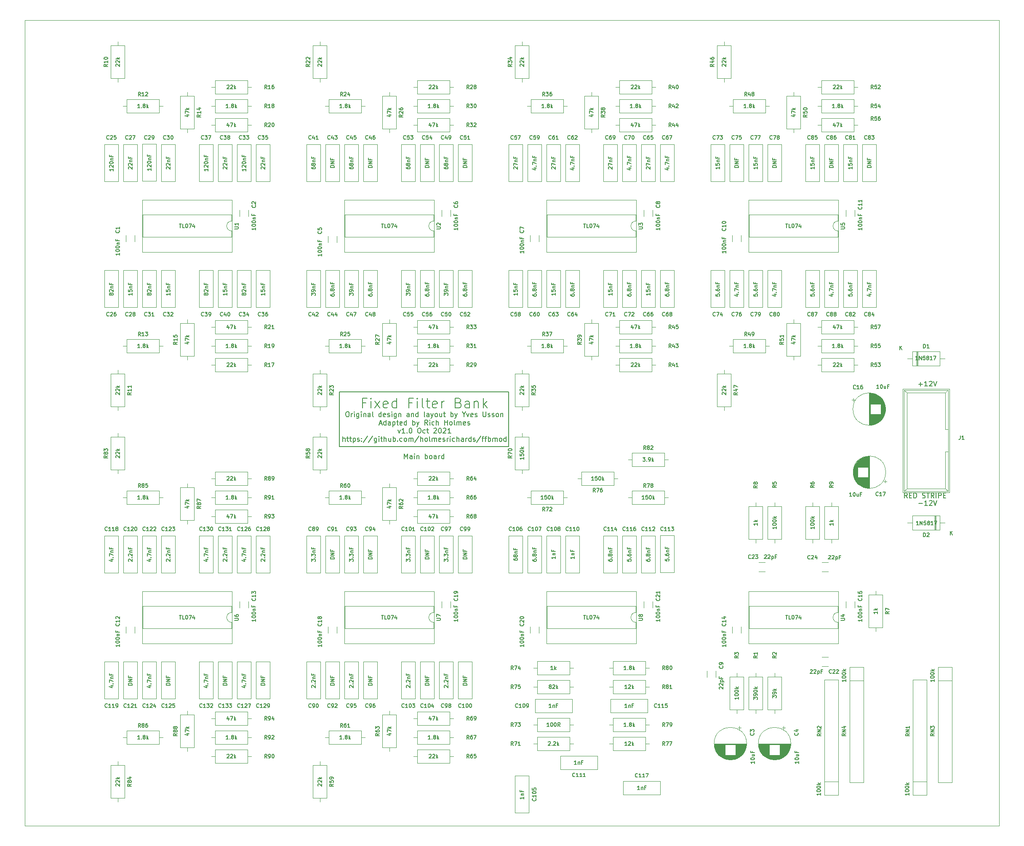
<source format=gbr>
%TF.GenerationSoftware,KiCad,Pcbnew,5.1.10-88a1d61d58~90~ubuntu20.04.1*%
%TF.CreationDate,2021-10-24T07:21:05-04:00*%
%TF.ProjectId,ysFFB,79734646-422e-46b6-9963-61645f706362,rev?*%
%TF.SameCoordinates,Original*%
%TF.FileFunction,Legend,Top*%
%TF.FilePolarity,Positive*%
%FSLAX46Y46*%
G04 Gerber Fmt 4.6, Leading zero omitted, Abs format (unit mm)*
G04 Created by KiCad (PCBNEW 5.1.10-88a1d61d58~90~ubuntu20.04.1) date 2021-10-24 07:21:05*
%MOMM*%
%LPD*%
G01*
G04 APERTURE LIST*
%TA.AperFunction,Profile*%
%ADD10C,0.100000*%
%TD*%
%ADD11C,0.150000*%
%ADD12C,0.200000*%
%ADD13C,0.120000*%
G04 APERTURE END LIST*
D10*
X27400000Y-194000000D02*
X27400000Y-32000000D01*
D11*
X124724000Y-106745000D02*
X124724000Y-117745000D01*
X90724000Y-106745000D02*
X124724000Y-106745000D01*
D10*
X223400000Y-32000000D02*
X223400000Y-194000000D01*
D12*
X95999476Y-108931142D02*
X95332809Y-108931142D01*
X95332809Y-109978761D02*
X95332809Y-107978761D01*
X96285190Y-107978761D01*
X97047095Y-109978761D02*
X97047095Y-108645428D01*
X97047095Y-107978761D02*
X96951857Y-108074000D01*
X97047095Y-108169238D01*
X97142333Y-108074000D01*
X97047095Y-107978761D01*
X97047095Y-108169238D01*
X97809000Y-109978761D02*
X98856619Y-108645428D01*
X97809000Y-108645428D02*
X98856619Y-109978761D01*
X100380428Y-109883523D02*
X100189952Y-109978761D01*
X99809000Y-109978761D01*
X99618523Y-109883523D01*
X99523285Y-109693047D01*
X99523285Y-108931142D01*
X99618523Y-108740666D01*
X99809000Y-108645428D01*
X100189952Y-108645428D01*
X100380428Y-108740666D01*
X100475666Y-108931142D01*
X100475666Y-109121619D01*
X99523285Y-109312095D01*
X102189952Y-109978761D02*
X102189952Y-107978761D01*
X102189952Y-109883523D02*
X101999476Y-109978761D01*
X101618523Y-109978761D01*
X101428047Y-109883523D01*
X101332809Y-109788285D01*
X101237571Y-109597809D01*
X101237571Y-109026380D01*
X101332809Y-108835904D01*
X101428047Y-108740666D01*
X101618523Y-108645428D01*
X101999476Y-108645428D01*
X102189952Y-108740666D01*
X105332809Y-108931142D02*
X104666142Y-108931142D01*
X104666142Y-109978761D02*
X104666142Y-107978761D01*
X105618523Y-107978761D01*
X106380428Y-109978761D02*
X106380428Y-108645428D01*
X106380428Y-107978761D02*
X106285190Y-108074000D01*
X106380428Y-108169238D01*
X106475666Y-108074000D01*
X106380428Y-107978761D01*
X106380428Y-108169238D01*
X107618523Y-109978761D02*
X107428047Y-109883523D01*
X107332809Y-109693047D01*
X107332809Y-107978761D01*
X108094714Y-108645428D02*
X108856619Y-108645428D01*
X108380428Y-107978761D02*
X108380428Y-109693047D01*
X108475666Y-109883523D01*
X108666142Y-109978761D01*
X108856619Y-109978761D01*
X110285190Y-109883523D02*
X110094714Y-109978761D01*
X109713761Y-109978761D01*
X109523285Y-109883523D01*
X109428047Y-109693047D01*
X109428047Y-108931142D01*
X109523285Y-108740666D01*
X109713761Y-108645428D01*
X110094714Y-108645428D01*
X110285190Y-108740666D01*
X110380428Y-108931142D01*
X110380428Y-109121619D01*
X109428047Y-109312095D01*
X111237571Y-109978761D02*
X111237571Y-108645428D01*
X111237571Y-109026380D02*
X111332809Y-108835904D01*
X111428047Y-108740666D01*
X111618523Y-108645428D01*
X111809000Y-108645428D01*
X114666142Y-108931142D02*
X114951857Y-109026380D01*
X115047095Y-109121619D01*
X115142333Y-109312095D01*
X115142333Y-109597809D01*
X115047095Y-109788285D01*
X114951857Y-109883523D01*
X114761380Y-109978761D01*
X113999476Y-109978761D01*
X113999476Y-107978761D01*
X114666142Y-107978761D01*
X114856619Y-108074000D01*
X114951857Y-108169238D01*
X115047095Y-108359714D01*
X115047095Y-108550190D01*
X114951857Y-108740666D01*
X114856619Y-108835904D01*
X114666142Y-108931142D01*
X113999476Y-108931142D01*
X116856619Y-109978761D02*
X116856619Y-108931142D01*
X116761380Y-108740666D01*
X116570904Y-108645428D01*
X116189952Y-108645428D01*
X115999476Y-108740666D01*
X116856619Y-109883523D02*
X116666142Y-109978761D01*
X116189952Y-109978761D01*
X115999476Y-109883523D01*
X115904238Y-109693047D01*
X115904238Y-109502571D01*
X115999476Y-109312095D01*
X116189952Y-109216857D01*
X116666142Y-109216857D01*
X116856619Y-109121619D01*
X117809000Y-108645428D02*
X117809000Y-109978761D01*
X117809000Y-108835904D02*
X117904238Y-108740666D01*
X118094714Y-108645428D01*
X118380428Y-108645428D01*
X118570904Y-108740666D01*
X118666142Y-108931142D01*
X118666142Y-109978761D01*
X119618523Y-109978761D02*
X119618523Y-107978761D01*
X119809000Y-109216857D02*
X120380428Y-109978761D01*
X120380428Y-108645428D02*
X119618523Y-109407333D01*
D11*
X90724000Y-117745000D02*
X90724000Y-106745000D01*
D10*
X223400000Y-194000000D02*
X27400000Y-194000000D01*
D11*
X103747809Y-120197380D02*
X103747809Y-119197380D01*
X104081142Y-119911666D01*
X104414476Y-119197380D01*
X104414476Y-120197380D01*
X105319238Y-120197380D02*
X105319238Y-119673571D01*
X105271619Y-119578333D01*
X105176380Y-119530714D01*
X104985904Y-119530714D01*
X104890666Y-119578333D01*
X105319238Y-120149761D02*
X105224000Y-120197380D01*
X104985904Y-120197380D01*
X104890666Y-120149761D01*
X104843047Y-120054523D01*
X104843047Y-119959285D01*
X104890666Y-119864047D01*
X104985904Y-119816428D01*
X105224000Y-119816428D01*
X105319238Y-119768809D01*
X105795428Y-120197380D02*
X105795428Y-119530714D01*
X105795428Y-119197380D02*
X105747809Y-119245000D01*
X105795428Y-119292619D01*
X105843047Y-119245000D01*
X105795428Y-119197380D01*
X105795428Y-119292619D01*
X106271619Y-119530714D02*
X106271619Y-120197380D01*
X106271619Y-119625952D02*
X106319238Y-119578333D01*
X106414476Y-119530714D01*
X106557333Y-119530714D01*
X106652571Y-119578333D01*
X106700190Y-119673571D01*
X106700190Y-120197380D01*
X107938285Y-120197380D02*
X107938285Y-119197380D01*
X107938285Y-119578333D02*
X108033523Y-119530714D01*
X108224000Y-119530714D01*
X108319238Y-119578333D01*
X108366857Y-119625952D01*
X108414476Y-119721190D01*
X108414476Y-120006904D01*
X108366857Y-120102142D01*
X108319238Y-120149761D01*
X108224000Y-120197380D01*
X108033523Y-120197380D01*
X107938285Y-120149761D01*
X108985904Y-120197380D02*
X108890666Y-120149761D01*
X108843047Y-120102142D01*
X108795428Y-120006904D01*
X108795428Y-119721190D01*
X108843047Y-119625952D01*
X108890666Y-119578333D01*
X108985904Y-119530714D01*
X109128761Y-119530714D01*
X109224000Y-119578333D01*
X109271619Y-119625952D01*
X109319238Y-119721190D01*
X109319238Y-120006904D01*
X109271619Y-120102142D01*
X109224000Y-120149761D01*
X109128761Y-120197380D01*
X108985904Y-120197380D01*
X110176380Y-120197380D02*
X110176380Y-119673571D01*
X110128761Y-119578333D01*
X110033523Y-119530714D01*
X109843047Y-119530714D01*
X109747809Y-119578333D01*
X110176380Y-120149761D02*
X110081142Y-120197380D01*
X109843047Y-120197380D01*
X109747809Y-120149761D01*
X109700190Y-120054523D01*
X109700190Y-119959285D01*
X109747809Y-119864047D01*
X109843047Y-119816428D01*
X110081142Y-119816428D01*
X110176380Y-119768809D01*
X110652571Y-120197380D02*
X110652571Y-119530714D01*
X110652571Y-119721190D02*
X110700190Y-119625952D01*
X110747809Y-119578333D01*
X110843047Y-119530714D01*
X110938285Y-119530714D01*
X111700190Y-120197380D02*
X111700190Y-119197380D01*
X111700190Y-120149761D02*
X111604952Y-120197380D01*
X111414476Y-120197380D01*
X111319238Y-120149761D01*
X111271619Y-120102142D01*
X111224000Y-120006904D01*
X111224000Y-119721190D01*
X111271619Y-119625952D01*
X111319238Y-119578333D01*
X111414476Y-119530714D01*
X111604952Y-119530714D01*
X111700190Y-119578333D01*
D10*
X27400000Y-32000000D02*
X223400000Y-32000000D01*
D11*
X124724000Y-117745000D02*
X90724000Y-117745000D01*
X92237571Y-110750380D02*
X92428047Y-110750380D01*
X92523285Y-110798000D01*
X92618523Y-110893238D01*
X92666142Y-111083714D01*
X92666142Y-111417047D01*
X92618523Y-111607523D01*
X92523285Y-111702761D01*
X92428047Y-111750380D01*
X92237571Y-111750380D01*
X92142333Y-111702761D01*
X92047095Y-111607523D01*
X91999476Y-111417047D01*
X91999476Y-111083714D01*
X92047095Y-110893238D01*
X92142333Y-110798000D01*
X92237571Y-110750380D01*
X93094714Y-111750380D02*
X93094714Y-111083714D01*
X93094714Y-111274190D02*
X93142333Y-111178952D01*
X93189952Y-111131333D01*
X93285190Y-111083714D01*
X93380428Y-111083714D01*
X93713761Y-111750380D02*
X93713761Y-111083714D01*
X93713761Y-110750380D02*
X93666142Y-110798000D01*
X93713761Y-110845619D01*
X93761380Y-110798000D01*
X93713761Y-110750380D01*
X93713761Y-110845619D01*
X94618523Y-111083714D02*
X94618523Y-111893238D01*
X94570904Y-111988476D01*
X94523285Y-112036095D01*
X94428047Y-112083714D01*
X94285190Y-112083714D01*
X94189952Y-112036095D01*
X94618523Y-111702761D02*
X94523285Y-111750380D01*
X94332809Y-111750380D01*
X94237571Y-111702761D01*
X94189952Y-111655142D01*
X94142333Y-111559904D01*
X94142333Y-111274190D01*
X94189952Y-111178952D01*
X94237571Y-111131333D01*
X94332809Y-111083714D01*
X94523285Y-111083714D01*
X94618523Y-111131333D01*
X95094714Y-111750380D02*
X95094714Y-111083714D01*
X95094714Y-110750380D02*
X95047095Y-110798000D01*
X95094714Y-110845619D01*
X95142333Y-110798000D01*
X95094714Y-110750380D01*
X95094714Y-110845619D01*
X95570904Y-111083714D02*
X95570904Y-111750380D01*
X95570904Y-111178952D02*
X95618523Y-111131333D01*
X95713761Y-111083714D01*
X95856619Y-111083714D01*
X95951857Y-111131333D01*
X95999476Y-111226571D01*
X95999476Y-111750380D01*
X96904238Y-111750380D02*
X96904238Y-111226571D01*
X96856619Y-111131333D01*
X96761380Y-111083714D01*
X96570904Y-111083714D01*
X96475666Y-111131333D01*
X96904238Y-111702761D02*
X96809000Y-111750380D01*
X96570904Y-111750380D01*
X96475666Y-111702761D01*
X96428047Y-111607523D01*
X96428047Y-111512285D01*
X96475666Y-111417047D01*
X96570904Y-111369428D01*
X96809000Y-111369428D01*
X96904238Y-111321809D01*
X97523285Y-111750380D02*
X97428047Y-111702761D01*
X97380428Y-111607523D01*
X97380428Y-110750380D01*
X99094714Y-111750380D02*
X99094714Y-110750380D01*
X99094714Y-111702761D02*
X98999476Y-111750380D01*
X98809000Y-111750380D01*
X98713761Y-111702761D01*
X98666142Y-111655142D01*
X98618523Y-111559904D01*
X98618523Y-111274190D01*
X98666142Y-111178952D01*
X98713761Y-111131333D01*
X98809000Y-111083714D01*
X98999476Y-111083714D01*
X99094714Y-111131333D01*
X99951857Y-111702761D02*
X99856619Y-111750380D01*
X99666142Y-111750380D01*
X99570904Y-111702761D01*
X99523285Y-111607523D01*
X99523285Y-111226571D01*
X99570904Y-111131333D01*
X99666142Y-111083714D01*
X99856619Y-111083714D01*
X99951857Y-111131333D01*
X99999476Y-111226571D01*
X99999476Y-111321809D01*
X99523285Y-111417047D01*
X100380428Y-111702761D02*
X100475666Y-111750380D01*
X100666142Y-111750380D01*
X100761380Y-111702761D01*
X100809000Y-111607523D01*
X100809000Y-111559904D01*
X100761380Y-111464666D01*
X100666142Y-111417047D01*
X100523285Y-111417047D01*
X100428047Y-111369428D01*
X100380428Y-111274190D01*
X100380428Y-111226571D01*
X100428047Y-111131333D01*
X100523285Y-111083714D01*
X100666142Y-111083714D01*
X100761380Y-111131333D01*
X101237571Y-111750380D02*
X101237571Y-111083714D01*
X101237571Y-110750380D02*
X101189952Y-110798000D01*
X101237571Y-110845619D01*
X101285190Y-110798000D01*
X101237571Y-110750380D01*
X101237571Y-110845619D01*
X102142333Y-111083714D02*
X102142333Y-111893238D01*
X102094714Y-111988476D01*
X102047095Y-112036095D01*
X101951857Y-112083714D01*
X101809000Y-112083714D01*
X101713761Y-112036095D01*
X102142333Y-111702761D02*
X102047095Y-111750380D01*
X101856619Y-111750380D01*
X101761380Y-111702761D01*
X101713761Y-111655142D01*
X101666142Y-111559904D01*
X101666142Y-111274190D01*
X101713761Y-111178952D01*
X101761380Y-111131333D01*
X101856619Y-111083714D01*
X102047095Y-111083714D01*
X102142333Y-111131333D01*
X102618523Y-111083714D02*
X102618523Y-111750380D01*
X102618523Y-111178952D02*
X102666142Y-111131333D01*
X102761380Y-111083714D01*
X102904238Y-111083714D01*
X102999476Y-111131333D01*
X103047095Y-111226571D01*
X103047095Y-111750380D01*
X104713761Y-111750380D02*
X104713761Y-111226571D01*
X104666142Y-111131333D01*
X104570904Y-111083714D01*
X104380428Y-111083714D01*
X104285190Y-111131333D01*
X104713761Y-111702761D02*
X104618523Y-111750380D01*
X104380428Y-111750380D01*
X104285190Y-111702761D01*
X104237571Y-111607523D01*
X104237571Y-111512285D01*
X104285190Y-111417047D01*
X104380428Y-111369428D01*
X104618523Y-111369428D01*
X104713761Y-111321809D01*
X105189952Y-111083714D02*
X105189952Y-111750380D01*
X105189952Y-111178952D02*
X105237571Y-111131333D01*
X105332809Y-111083714D01*
X105475666Y-111083714D01*
X105570904Y-111131333D01*
X105618523Y-111226571D01*
X105618523Y-111750380D01*
X106523285Y-111750380D02*
X106523285Y-110750380D01*
X106523285Y-111702761D02*
X106428047Y-111750380D01*
X106237571Y-111750380D01*
X106142333Y-111702761D01*
X106094714Y-111655142D01*
X106047095Y-111559904D01*
X106047095Y-111274190D01*
X106094714Y-111178952D01*
X106142333Y-111131333D01*
X106237571Y-111083714D01*
X106428047Y-111083714D01*
X106523285Y-111131333D01*
X107904238Y-111750380D02*
X107809000Y-111702761D01*
X107761380Y-111607523D01*
X107761380Y-110750380D01*
X108713761Y-111750380D02*
X108713761Y-111226571D01*
X108666142Y-111131333D01*
X108570904Y-111083714D01*
X108380428Y-111083714D01*
X108285190Y-111131333D01*
X108713761Y-111702761D02*
X108618523Y-111750380D01*
X108380428Y-111750380D01*
X108285190Y-111702761D01*
X108237571Y-111607523D01*
X108237571Y-111512285D01*
X108285190Y-111417047D01*
X108380428Y-111369428D01*
X108618523Y-111369428D01*
X108713761Y-111321809D01*
X109094714Y-111083714D02*
X109332809Y-111750380D01*
X109570904Y-111083714D02*
X109332809Y-111750380D01*
X109237571Y-111988476D01*
X109189952Y-112036095D01*
X109094714Y-112083714D01*
X110094714Y-111750380D02*
X109999476Y-111702761D01*
X109951857Y-111655142D01*
X109904238Y-111559904D01*
X109904238Y-111274190D01*
X109951857Y-111178952D01*
X109999476Y-111131333D01*
X110094714Y-111083714D01*
X110237571Y-111083714D01*
X110332809Y-111131333D01*
X110380428Y-111178952D01*
X110428047Y-111274190D01*
X110428047Y-111559904D01*
X110380428Y-111655142D01*
X110332809Y-111702761D01*
X110237571Y-111750380D01*
X110094714Y-111750380D01*
X111285190Y-111083714D02*
X111285190Y-111750380D01*
X110856619Y-111083714D02*
X110856619Y-111607523D01*
X110904238Y-111702761D01*
X110999476Y-111750380D01*
X111142333Y-111750380D01*
X111237571Y-111702761D01*
X111285190Y-111655142D01*
X111618523Y-111083714D02*
X111999476Y-111083714D01*
X111761380Y-110750380D02*
X111761380Y-111607523D01*
X111809000Y-111702761D01*
X111904238Y-111750380D01*
X111999476Y-111750380D01*
X113094714Y-111750380D02*
X113094714Y-110750380D01*
X113094714Y-111131333D02*
X113189952Y-111083714D01*
X113380428Y-111083714D01*
X113475666Y-111131333D01*
X113523285Y-111178952D01*
X113570904Y-111274190D01*
X113570904Y-111559904D01*
X113523285Y-111655142D01*
X113475666Y-111702761D01*
X113380428Y-111750380D01*
X113189952Y-111750380D01*
X113094714Y-111702761D01*
X113904238Y-111083714D02*
X114142333Y-111750380D01*
X114380428Y-111083714D02*
X114142333Y-111750380D01*
X114047095Y-111988476D01*
X113999476Y-112036095D01*
X113904238Y-112083714D01*
X115713761Y-111274190D02*
X115713761Y-111750380D01*
X115380428Y-110750380D02*
X115713761Y-111274190D01*
X116047095Y-110750380D01*
X116285190Y-111083714D02*
X116523285Y-111750380D01*
X116761380Y-111083714D01*
X117523285Y-111702761D02*
X117428047Y-111750380D01*
X117237571Y-111750380D01*
X117142333Y-111702761D01*
X117094714Y-111607523D01*
X117094714Y-111226571D01*
X117142333Y-111131333D01*
X117237571Y-111083714D01*
X117428047Y-111083714D01*
X117523285Y-111131333D01*
X117570904Y-111226571D01*
X117570904Y-111321809D01*
X117094714Y-111417047D01*
X117951857Y-111702761D02*
X118047095Y-111750380D01*
X118237571Y-111750380D01*
X118332809Y-111702761D01*
X118380428Y-111607523D01*
X118380428Y-111559904D01*
X118332809Y-111464666D01*
X118237571Y-111417047D01*
X118094714Y-111417047D01*
X117999476Y-111369428D01*
X117951857Y-111274190D01*
X117951857Y-111226571D01*
X117999476Y-111131333D01*
X118094714Y-111083714D01*
X118237571Y-111083714D01*
X118332809Y-111131333D01*
X119570904Y-110750380D02*
X119570904Y-111559904D01*
X119618523Y-111655142D01*
X119666142Y-111702761D01*
X119761380Y-111750380D01*
X119951857Y-111750380D01*
X120047095Y-111702761D01*
X120094714Y-111655142D01*
X120142333Y-111559904D01*
X120142333Y-110750380D01*
X120570904Y-111702761D02*
X120666142Y-111750380D01*
X120856619Y-111750380D01*
X120951857Y-111702761D01*
X120999476Y-111607523D01*
X120999476Y-111559904D01*
X120951857Y-111464666D01*
X120856619Y-111417047D01*
X120713761Y-111417047D01*
X120618523Y-111369428D01*
X120570904Y-111274190D01*
X120570904Y-111226571D01*
X120618523Y-111131333D01*
X120713761Y-111083714D01*
X120856619Y-111083714D01*
X120951857Y-111131333D01*
X121380428Y-111702761D02*
X121475666Y-111750380D01*
X121666142Y-111750380D01*
X121761380Y-111702761D01*
X121809000Y-111607523D01*
X121809000Y-111559904D01*
X121761380Y-111464666D01*
X121666142Y-111417047D01*
X121523285Y-111417047D01*
X121428047Y-111369428D01*
X121380428Y-111274190D01*
X121380428Y-111226571D01*
X121428047Y-111131333D01*
X121523285Y-111083714D01*
X121666142Y-111083714D01*
X121761380Y-111131333D01*
X122380428Y-111750380D02*
X122285190Y-111702761D01*
X122237571Y-111655142D01*
X122189952Y-111559904D01*
X122189952Y-111274190D01*
X122237571Y-111178952D01*
X122285190Y-111131333D01*
X122380428Y-111083714D01*
X122523285Y-111083714D01*
X122618523Y-111131333D01*
X122666142Y-111178952D01*
X122713761Y-111274190D01*
X122713761Y-111559904D01*
X122666142Y-111655142D01*
X122618523Y-111702761D01*
X122523285Y-111750380D01*
X122380428Y-111750380D01*
X123142333Y-111083714D02*
X123142333Y-111750380D01*
X123142333Y-111178952D02*
X123189952Y-111131333D01*
X123285190Y-111083714D01*
X123428047Y-111083714D01*
X123523285Y-111131333D01*
X123570904Y-111226571D01*
X123570904Y-111750380D01*
X98713761Y-113114666D02*
X99189952Y-113114666D01*
X98618523Y-113400380D02*
X98951857Y-112400380D01*
X99285190Y-113400380D01*
X100047095Y-113400380D02*
X100047095Y-112400380D01*
X100047095Y-113352761D02*
X99951857Y-113400380D01*
X99761380Y-113400380D01*
X99666142Y-113352761D01*
X99618523Y-113305142D01*
X99570904Y-113209904D01*
X99570904Y-112924190D01*
X99618523Y-112828952D01*
X99666142Y-112781333D01*
X99761380Y-112733714D01*
X99951857Y-112733714D01*
X100047095Y-112781333D01*
X100951857Y-113400380D02*
X100951857Y-112876571D01*
X100904238Y-112781333D01*
X100809000Y-112733714D01*
X100618523Y-112733714D01*
X100523285Y-112781333D01*
X100951857Y-113352761D02*
X100856619Y-113400380D01*
X100618523Y-113400380D01*
X100523285Y-113352761D01*
X100475666Y-113257523D01*
X100475666Y-113162285D01*
X100523285Y-113067047D01*
X100618523Y-113019428D01*
X100856619Y-113019428D01*
X100951857Y-112971809D01*
X101428047Y-112733714D02*
X101428047Y-113733714D01*
X101428047Y-112781333D02*
X101523285Y-112733714D01*
X101713761Y-112733714D01*
X101809000Y-112781333D01*
X101856619Y-112828952D01*
X101904238Y-112924190D01*
X101904238Y-113209904D01*
X101856619Y-113305142D01*
X101809000Y-113352761D01*
X101713761Y-113400380D01*
X101523285Y-113400380D01*
X101428047Y-113352761D01*
X102189952Y-112733714D02*
X102570904Y-112733714D01*
X102332809Y-112400380D02*
X102332809Y-113257523D01*
X102380428Y-113352761D01*
X102475666Y-113400380D01*
X102570904Y-113400380D01*
X103285190Y-113352761D02*
X103189952Y-113400380D01*
X102999476Y-113400380D01*
X102904238Y-113352761D01*
X102856619Y-113257523D01*
X102856619Y-112876571D01*
X102904238Y-112781333D01*
X102999476Y-112733714D01*
X103189952Y-112733714D01*
X103285190Y-112781333D01*
X103332809Y-112876571D01*
X103332809Y-112971809D01*
X102856619Y-113067047D01*
X104189952Y-113400380D02*
X104189952Y-112400380D01*
X104189952Y-113352761D02*
X104094714Y-113400380D01*
X103904238Y-113400380D01*
X103809000Y-113352761D01*
X103761380Y-113305142D01*
X103713761Y-113209904D01*
X103713761Y-112924190D01*
X103761380Y-112828952D01*
X103809000Y-112781333D01*
X103904238Y-112733714D01*
X104094714Y-112733714D01*
X104189952Y-112781333D01*
X105428047Y-113400380D02*
X105428047Y-112400380D01*
X105428047Y-112781333D02*
X105523285Y-112733714D01*
X105713761Y-112733714D01*
X105809000Y-112781333D01*
X105856619Y-112828952D01*
X105904238Y-112924190D01*
X105904238Y-113209904D01*
X105856619Y-113305142D01*
X105809000Y-113352761D01*
X105713761Y-113400380D01*
X105523285Y-113400380D01*
X105428047Y-113352761D01*
X106237571Y-112733714D02*
X106475666Y-113400380D01*
X106713761Y-112733714D02*
X106475666Y-113400380D01*
X106380428Y-113638476D01*
X106332809Y-113686095D01*
X106237571Y-113733714D01*
X108428047Y-113400380D02*
X108094714Y-112924190D01*
X107856619Y-113400380D02*
X107856619Y-112400380D01*
X108237571Y-112400380D01*
X108332809Y-112448000D01*
X108380428Y-112495619D01*
X108428047Y-112590857D01*
X108428047Y-112733714D01*
X108380428Y-112828952D01*
X108332809Y-112876571D01*
X108237571Y-112924190D01*
X107856619Y-112924190D01*
X108856619Y-113400380D02*
X108856619Y-112733714D01*
X108856619Y-112400380D02*
X108809000Y-112448000D01*
X108856619Y-112495619D01*
X108904238Y-112448000D01*
X108856619Y-112400380D01*
X108856619Y-112495619D01*
X109761380Y-113352761D02*
X109666142Y-113400380D01*
X109475666Y-113400380D01*
X109380428Y-113352761D01*
X109332809Y-113305142D01*
X109285190Y-113209904D01*
X109285190Y-112924190D01*
X109332809Y-112828952D01*
X109380428Y-112781333D01*
X109475666Y-112733714D01*
X109666142Y-112733714D01*
X109761380Y-112781333D01*
X110189952Y-113400380D02*
X110189952Y-112400380D01*
X110618523Y-113400380D02*
X110618523Y-112876571D01*
X110570904Y-112781333D01*
X110475666Y-112733714D01*
X110332809Y-112733714D01*
X110237571Y-112781333D01*
X110189952Y-112828952D01*
X111856619Y-113400380D02*
X111856619Y-112400380D01*
X111856619Y-112876571D02*
X112428047Y-112876571D01*
X112428047Y-113400380D02*
X112428047Y-112400380D01*
X113047095Y-113400380D02*
X112951857Y-113352761D01*
X112904238Y-113305142D01*
X112856619Y-113209904D01*
X112856619Y-112924190D01*
X112904238Y-112828952D01*
X112951857Y-112781333D01*
X113047095Y-112733714D01*
X113189952Y-112733714D01*
X113285190Y-112781333D01*
X113332809Y-112828952D01*
X113380428Y-112924190D01*
X113380428Y-113209904D01*
X113332809Y-113305142D01*
X113285190Y-113352761D01*
X113189952Y-113400380D01*
X113047095Y-113400380D01*
X113951857Y-113400380D02*
X113856619Y-113352761D01*
X113809000Y-113257523D01*
X113809000Y-112400380D01*
X114332809Y-113400380D02*
X114332809Y-112733714D01*
X114332809Y-112828952D02*
X114380428Y-112781333D01*
X114475666Y-112733714D01*
X114618523Y-112733714D01*
X114713761Y-112781333D01*
X114761380Y-112876571D01*
X114761380Y-113400380D01*
X114761380Y-112876571D02*
X114809000Y-112781333D01*
X114904238Y-112733714D01*
X115047095Y-112733714D01*
X115142333Y-112781333D01*
X115189952Y-112876571D01*
X115189952Y-113400380D01*
X116047095Y-113352761D02*
X115951857Y-113400380D01*
X115761380Y-113400380D01*
X115666142Y-113352761D01*
X115618523Y-113257523D01*
X115618523Y-112876571D01*
X115666142Y-112781333D01*
X115761380Y-112733714D01*
X115951857Y-112733714D01*
X116047095Y-112781333D01*
X116094714Y-112876571D01*
X116094714Y-112971809D01*
X115618523Y-113067047D01*
X116475666Y-113352761D02*
X116570904Y-113400380D01*
X116761380Y-113400380D01*
X116856619Y-113352761D01*
X116904238Y-113257523D01*
X116904238Y-113209904D01*
X116856619Y-113114666D01*
X116761380Y-113067047D01*
X116618523Y-113067047D01*
X116523285Y-113019428D01*
X116475666Y-112924190D01*
X116475666Y-112876571D01*
X116523285Y-112781333D01*
X116618523Y-112733714D01*
X116761380Y-112733714D01*
X116856619Y-112781333D01*
X102475666Y-114383714D02*
X102713761Y-115050380D01*
X102951857Y-114383714D01*
X103856619Y-115050380D02*
X103285190Y-115050380D01*
X103570904Y-115050380D02*
X103570904Y-114050380D01*
X103475666Y-114193238D01*
X103380428Y-114288476D01*
X103285190Y-114336095D01*
X104285190Y-114955142D02*
X104332809Y-115002761D01*
X104285190Y-115050380D01*
X104237571Y-115002761D01*
X104285190Y-114955142D01*
X104285190Y-115050380D01*
X104951857Y-114050380D02*
X105047095Y-114050380D01*
X105142333Y-114098000D01*
X105189952Y-114145619D01*
X105237571Y-114240857D01*
X105285190Y-114431333D01*
X105285190Y-114669428D01*
X105237571Y-114859904D01*
X105189952Y-114955142D01*
X105142333Y-115002761D01*
X105047095Y-115050380D01*
X104951857Y-115050380D01*
X104856619Y-115002761D01*
X104809000Y-114955142D01*
X104761380Y-114859904D01*
X104713761Y-114669428D01*
X104713761Y-114431333D01*
X104761380Y-114240857D01*
X104809000Y-114145619D01*
X104856619Y-114098000D01*
X104951857Y-114050380D01*
X106666142Y-114050380D02*
X106856619Y-114050380D01*
X106951857Y-114098000D01*
X107047095Y-114193238D01*
X107094714Y-114383714D01*
X107094714Y-114717047D01*
X107047095Y-114907523D01*
X106951857Y-115002761D01*
X106856619Y-115050380D01*
X106666142Y-115050380D01*
X106570904Y-115002761D01*
X106475666Y-114907523D01*
X106428047Y-114717047D01*
X106428047Y-114383714D01*
X106475666Y-114193238D01*
X106570904Y-114098000D01*
X106666142Y-114050380D01*
X107951857Y-115002761D02*
X107856619Y-115050380D01*
X107666142Y-115050380D01*
X107570904Y-115002761D01*
X107523285Y-114955142D01*
X107475666Y-114859904D01*
X107475666Y-114574190D01*
X107523285Y-114478952D01*
X107570904Y-114431333D01*
X107666142Y-114383714D01*
X107856619Y-114383714D01*
X107951857Y-114431333D01*
X108237571Y-114383714D02*
X108618523Y-114383714D01*
X108380428Y-114050380D02*
X108380428Y-114907523D01*
X108428047Y-115002761D01*
X108523285Y-115050380D01*
X108618523Y-115050380D01*
X109666142Y-114145619D02*
X109713761Y-114098000D01*
X109809000Y-114050380D01*
X110047095Y-114050380D01*
X110142333Y-114098000D01*
X110189952Y-114145619D01*
X110237571Y-114240857D01*
X110237571Y-114336095D01*
X110189952Y-114478952D01*
X109618523Y-115050380D01*
X110237571Y-115050380D01*
X110856619Y-114050380D02*
X110951857Y-114050380D01*
X111047095Y-114098000D01*
X111094714Y-114145619D01*
X111142333Y-114240857D01*
X111189952Y-114431333D01*
X111189952Y-114669428D01*
X111142333Y-114859904D01*
X111094714Y-114955142D01*
X111047095Y-115002761D01*
X110951857Y-115050380D01*
X110856619Y-115050380D01*
X110761380Y-115002761D01*
X110713761Y-114955142D01*
X110666142Y-114859904D01*
X110618523Y-114669428D01*
X110618523Y-114431333D01*
X110666142Y-114240857D01*
X110713761Y-114145619D01*
X110761380Y-114098000D01*
X110856619Y-114050380D01*
X111570904Y-114145619D02*
X111618523Y-114098000D01*
X111713761Y-114050380D01*
X111951857Y-114050380D01*
X112047095Y-114098000D01*
X112094714Y-114145619D01*
X112142333Y-114240857D01*
X112142333Y-114336095D01*
X112094714Y-114478952D01*
X111523285Y-115050380D01*
X112142333Y-115050380D01*
X113094714Y-115050380D02*
X112523285Y-115050380D01*
X112809000Y-115050380D02*
X112809000Y-114050380D01*
X112713761Y-114193238D01*
X112618523Y-114288476D01*
X112523285Y-114336095D01*
X91404238Y-116700380D02*
X91404238Y-115700380D01*
X91832809Y-116700380D02*
X91832809Y-116176571D01*
X91785190Y-116081333D01*
X91689952Y-116033714D01*
X91547095Y-116033714D01*
X91451857Y-116081333D01*
X91404238Y-116128952D01*
X92166142Y-116033714D02*
X92547095Y-116033714D01*
X92309000Y-115700380D02*
X92309000Y-116557523D01*
X92356619Y-116652761D01*
X92451857Y-116700380D01*
X92547095Y-116700380D01*
X92737571Y-116033714D02*
X93118523Y-116033714D01*
X92880428Y-115700380D02*
X92880428Y-116557523D01*
X92928047Y-116652761D01*
X93023285Y-116700380D01*
X93118523Y-116700380D01*
X93451857Y-116033714D02*
X93451857Y-117033714D01*
X93451857Y-116081333D02*
X93547095Y-116033714D01*
X93737571Y-116033714D01*
X93832809Y-116081333D01*
X93880428Y-116128952D01*
X93928047Y-116224190D01*
X93928047Y-116509904D01*
X93880428Y-116605142D01*
X93832809Y-116652761D01*
X93737571Y-116700380D01*
X93547095Y-116700380D01*
X93451857Y-116652761D01*
X94309000Y-116652761D02*
X94404238Y-116700380D01*
X94594714Y-116700380D01*
X94689952Y-116652761D01*
X94737571Y-116557523D01*
X94737571Y-116509904D01*
X94689952Y-116414666D01*
X94594714Y-116367047D01*
X94451857Y-116367047D01*
X94356619Y-116319428D01*
X94309000Y-116224190D01*
X94309000Y-116176571D01*
X94356619Y-116081333D01*
X94451857Y-116033714D01*
X94594714Y-116033714D01*
X94689952Y-116081333D01*
X95166142Y-116605142D02*
X95213761Y-116652761D01*
X95166142Y-116700380D01*
X95118523Y-116652761D01*
X95166142Y-116605142D01*
X95166142Y-116700380D01*
X95166142Y-116081333D02*
X95213761Y-116128952D01*
X95166142Y-116176571D01*
X95118523Y-116128952D01*
X95166142Y-116081333D01*
X95166142Y-116176571D01*
X96356619Y-115652761D02*
X95499476Y-116938476D01*
X97404238Y-115652761D02*
X96547095Y-116938476D01*
X98166142Y-116033714D02*
X98166142Y-116843238D01*
X98118523Y-116938476D01*
X98070904Y-116986095D01*
X97975666Y-117033714D01*
X97832809Y-117033714D01*
X97737571Y-116986095D01*
X98166142Y-116652761D02*
X98070904Y-116700380D01*
X97880428Y-116700380D01*
X97785190Y-116652761D01*
X97737571Y-116605142D01*
X97689952Y-116509904D01*
X97689952Y-116224190D01*
X97737571Y-116128952D01*
X97785190Y-116081333D01*
X97880428Y-116033714D01*
X98070904Y-116033714D01*
X98166142Y-116081333D01*
X98642333Y-116700380D02*
X98642333Y-116033714D01*
X98642333Y-115700380D02*
X98594714Y-115748000D01*
X98642333Y-115795619D01*
X98689952Y-115748000D01*
X98642333Y-115700380D01*
X98642333Y-115795619D01*
X98975666Y-116033714D02*
X99356619Y-116033714D01*
X99118523Y-115700380D02*
X99118523Y-116557523D01*
X99166142Y-116652761D01*
X99261380Y-116700380D01*
X99356619Y-116700380D01*
X99689952Y-116700380D02*
X99689952Y-115700380D01*
X100118523Y-116700380D02*
X100118523Y-116176571D01*
X100070904Y-116081333D01*
X99975666Y-116033714D01*
X99832809Y-116033714D01*
X99737571Y-116081333D01*
X99689952Y-116128952D01*
X101023285Y-116033714D02*
X101023285Y-116700380D01*
X100594714Y-116033714D02*
X100594714Y-116557523D01*
X100642333Y-116652761D01*
X100737571Y-116700380D01*
X100880428Y-116700380D01*
X100975666Y-116652761D01*
X101023285Y-116605142D01*
X101499476Y-116700380D02*
X101499476Y-115700380D01*
X101499476Y-116081333D02*
X101594714Y-116033714D01*
X101785190Y-116033714D01*
X101880428Y-116081333D01*
X101928047Y-116128952D01*
X101975666Y-116224190D01*
X101975666Y-116509904D01*
X101928047Y-116605142D01*
X101880428Y-116652761D01*
X101785190Y-116700380D01*
X101594714Y-116700380D01*
X101499476Y-116652761D01*
X102404238Y-116605142D02*
X102451857Y-116652761D01*
X102404238Y-116700380D01*
X102356619Y-116652761D01*
X102404238Y-116605142D01*
X102404238Y-116700380D01*
X103309000Y-116652761D02*
X103213761Y-116700380D01*
X103023285Y-116700380D01*
X102928047Y-116652761D01*
X102880428Y-116605142D01*
X102832809Y-116509904D01*
X102832809Y-116224190D01*
X102880428Y-116128952D01*
X102928047Y-116081333D01*
X103023285Y-116033714D01*
X103213761Y-116033714D01*
X103309000Y-116081333D01*
X103880428Y-116700380D02*
X103785190Y-116652761D01*
X103737571Y-116605142D01*
X103689952Y-116509904D01*
X103689952Y-116224190D01*
X103737571Y-116128952D01*
X103785190Y-116081333D01*
X103880428Y-116033714D01*
X104023285Y-116033714D01*
X104118523Y-116081333D01*
X104166142Y-116128952D01*
X104213761Y-116224190D01*
X104213761Y-116509904D01*
X104166142Y-116605142D01*
X104118523Y-116652761D01*
X104023285Y-116700380D01*
X103880428Y-116700380D01*
X104642333Y-116700380D02*
X104642333Y-116033714D01*
X104642333Y-116128952D02*
X104689952Y-116081333D01*
X104785190Y-116033714D01*
X104928047Y-116033714D01*
X105023285Y-116081333D01*
X105070904Y-116176571D01*
X105070904Y-116700380D01*
X105070904Y-116176571D02*
X105118523Y-116081333D01*
X105213761Y-116033714D01*
X105356619Y-116033714D01*
X105451857Y-116081333D01*
X105499476Y-116176571D01*
X105499476Y-116700380D01*
X106689952Y-115652761D02*
X105832809Y-116938476D01*
X107023285Y-116700380D02*
X107023285Y-115700380D01*
X107451857Y-116700380D02*
X107451857Y-116176571D01*
X107404238Y-116081333D01*
X107309000Y-116033714D01*
X107166142Y-116033714D01*
X107070904Y-116081333D01*
X107023285Y-116128952D01*
X108070904Y-116700380D02*
X107975666Y-116652761D01*
X107928047Y-116605142D01*
X107880428Y-116509904D01*
X107880428Y-116224190D01*
X107928047Y-116128952D01*
X107975666Y-116081333D01*
X108070904Y-116033714D01*
X108213761Y-116033714D01*
X108309000Y-116081333D01*
X108356619Y-116128952D01*
X108404238Y-116224190D01*
X108404238Y-116509904D01*
X108356619Y-116605142D01*
X108309000Y-116652761D01*
X108213761Y-116700380D01*
X108070904Y-116700380D01*
X108975666Y-116700380D02*
X108880428Y-116652761D01*
X108832809Y-116557523D01*
X108832809Y-115700380D01*
X109356619Y-116700380D02*
X109356619Y-116033714D01*
X109356619Y-116128952D02*
X109404238Y-116081333D01*
X109499476Y-116033714D01*
X109642333Y-116033714D01*
X109737571Y-116081333D01*
X109785190Y-116176571D01*
X109785190Y-116700380D01*
X109785190Y-116176571D02*
X109832809Y-116081333D01*
X109928047Y-116033714D01*
X110070904Y-116033714D01*
X110166142Y-116081333D01*
X110213761Y-116176571D01*
X110213761Y-116700380D01*
X111070904Y-116652761D02*
X110975666Y-116700380D01*
X110785190Y-116700380D01*
X110689952Y-116652761D01*
X110642333Y-116557523D01*
X110642333Y-116176571D01*
X110689952Y-116081333D01*
X110785190Y-116033714D01*
X110975666Y-116033714D01*
X111070904Y-116081333D01*
X111118523Y-116176571D01*
X111118523Y-116271809D01*
X110642333Y-116367047D01*
X111499476Y-116652761D02*
X111594714Y-116700380D01*
X111785190Y-116700380D01*
X111880428Y-116652761D01*
X111928047Y-116557523D01*
X111928047Y-116509904D01*
X111880428Y-116414666D01*
X111785190Y-116367047D01*
X111642333Y-116367047D01*
X111547095Y-116319428D01*
X111499476Y-116224190D01*
X111499476Y-116176571D01*
X111547095Y-116081333D01*
X111642333Y-116033714D01*
X111785190Y-116033714D01*
X111880428Y-116081333D01*
X112356619Y-116700380D02*
X112356619Y-116033714D01*
X112356619Y-116224190D02*
X112404238Y-116128952D01*
X112451857Y-116081333D01*
X112547095Y-116033714D01*
X112642333Y-116033714D01*
X112975666Y-116700380D02*
X112975666Y-116033714D01*
X112975666Y-115700380D02*
X112928047Y-115748000D01*
X112975666Y-115795619D01*
X113023285Y-115748000D01*
X112975666Y-115700380D01*
X112975666Y-115795619D01*
X113880428Y-116652761D02*
X113785190Y-116700380D01*
X113594714Y-116700380D01*
X113499476Y-116652761D01*
X113451857Y-116605142D01*
X113404238Y-116509904D01*
X113404238Y-116224190D01*
X113451857Y-116128952D01*
X113499476Y-116081333D01*
X113594714Y-116033714D01*
X113785190Y-116033714D01*
X113880428Y-116081333D01*
X114309000Y-116700380D02*
X114309000Y-115700380D01*
X114737571Y-116700380D02*
X114737571Y-116176571D01*
X114689952Y-116081333D01*
X114594714Y-116033714D01*
X114451857Y-116033714D01*
X114356619Y-116081333D01*
X114309000Y-116128952D01*
X115642333Y-116700380D02*
X115642333Y-116176571D01*
X115594714Y-116081333D01*
X115499476Y-116033714D01*
X115308999Y-116033714D01*
X115213761Y-116081333D01*
X115642333Y-116652761D02*
X115547095Y-116700380D01*
X115308999Y-116700380D01*
X115213761Y-116652761D01*
X115166142Y-116557523D01*
X115166142Y-116462285D01*
X115213761Y-116367047D01*
X115308999Y-116319428D01*
X115547095Y-116319428D01*
X115642333Y-116271809D01*
X116118523Y-116700380D02*
X116118523Y-116033714D01*
X116118523Y-116224190D02*
X116166142Y-116128952D01*
X116213761Y-116081333D01*
X116308999Y-116033714D01*
X116404238Y-116033714D01*
X117166142Y-116700380D02*
X117166142Y-115700380D01*
X117166142Y-116652761D02*
X117070904Y-116700380D01*
X116880428Y-116700380D01*
X116785190Y-116652761D01*
X116737571Y-116605142D01*
X116689952Y-116509904D01*
X116689952Y-116224190D01*
X116737571Y-116128952D01*
X116785190Y-116081333D01*
X116880428Y-116033714D01*
X117070904Y-116033714D01*
X117166142Y-116081333D01*
X117594714Y-116652761D02*
X117689952Y-116700380D01*
X117880428Y-116700380D01*
X117975666Y-116652761D01*
X118023285Y-116557523D01*
X118023285Y-116509904D01*
X117975666Y-116414666D01*
X117880428Y-116367047D01*
X117737571Y-116367047D01*
X117642333Y-116319428D01*
X117594714Y-116224190D01*
X117594714Y-116176571D01*
X117642333Y-116081333D01*
X117737571Y-116033714D01*
X117880428Y-116033714D01*
X117975666Y-116081333D01*
X119166142Y-115652761D02*
X118308999Y-116938476D01*
X119356619Y-116033714D02*
X119737571Y-116033714D01*
X119499476Y-116700380D02*
X119499476Y-115843238D01*
X119547095Y-115748000D01*
X119642333Y-115700380D01*
X119737571Y-115700380D01*
X119928047Y-116033714D02*
X120308999Y-116033714D01*
X120070904Y-116700380D02*
X120070904Y-115843238D01*
X120118523Y-115748000D01*
X120213761Y-115700380D01*
X120308999Y-115700380D01*
X120642333Y-116700380D02*
X120642333Y-115700380D01*
X120642333Y-116081333D02*
X120737571Y-116033714D01*
X120928047Y-116033714D01*
X121023285Y-116081333D01*
X121070904Y-116128952D01*
X121118523Y-116224190D01*
X121118523Y-116509904D01*
X121070904Y-116605142D01*
X121023285Y-116652761D01*
X120928047Y-116700380D01*
X120737571Y-116700380D01*
X120642333Y-116652761D01*
X121547095Y-116700380D02*
X121547095Y-116033714D01*
X121547095Y-116128952D02*
X121594714Y-116081333D01*
X121689952Y-116033714D01*
X121832809Y-116033714D01*
X121928047Y-116081333D01*
X121975666Y-116176571D01*
X121975666Y-116700380D01*
X121975666Y-116176571D02*
X122023285Y-116081333D01*
X122118523Y-116033714D01*
X122261380Y-116033714D01*
X122356619Y-116081333D01*
X122404238Y-116176571D01*
X122404238Y-116700380D01*
X123023285Y-116700380D02*
X122928047Y-116652761D01*
X122880428Y-116605142D01*
X122832809Y-116509904D01*
X122832809Y-116224190D01*
X122880428Y-116128952D01*
X122928047Y-116081333D01*
X123023285Y-116033714D01*
X123166142Y-116033714D01*
X123261380Y-116081333D01*
X123308999Y-116128952D01*
X123356619Y-116224190D01*
X123356619Y-116509904D01*
X123308999Y-116605142D01*
X123261380Y-116652761D01*
X123166142Y-116700380D01*
X123023285Y-116700380D01*
X124213761Y-116700380D02*
X124213761Y-115700380D01*
X124213761Y-116652761D02*
X124118523Y-116700380D01*
X123928047Y-116700380D01*
X123832809Y-116652761D01*
X123785190Y-116605142D01*
X123737571Y-116509904D01*
X123737571Y-116224190D01*
X123785190Y-116128952D01*
X123832809Y-116081333D01*
X123928047Y-116033714D01*
X124118523Y-116033714D01*
X124213761Y-116081333D01*
D13*
%TO.C,C80*%
X179570000Y-82320000D02*
X179570000Y-89760000D01*
X176830000Y-82320000D02*
X176830000Y-89760000D01*
X179570000Y-82320000D02*
X176830000Y-82320000D01*
X179570000Y-89760000D02*
X176830000Y-89760000D01*
%TO.C,C10*%
X169660000Y-75271000D02*
X169660000Y-76529000D01*
X171500000Y-75271000D02*
X171500000Y-76529000D01*
%TO.C,C30*%
X54910000Y-64440000D02*
X54910000Y-57000000D01*
X57650000Y-64440000D02*
X57650000Y-57000000D01*
X54910000Y-64440000D02*
X57650000Y-64440000D01*
X54910000Y-57000000D02*
X57650000Y-57000000D01*
%TO.C,R64*%
X112890000Y-125550000D02*
X112890000Y-122810000D01*
X112890000Y-122810000D02*
X106350000Y-122810000D01*
X106350000Y-122810000D02*
X106350000Y-125550000D01*
X106350000Y-125550000D02*
X112890000Y-125550000D01*
X113660000Y-124180000D02*
X112890000Y-124180000D01*
X105580000Y-124180000D02*
X106350000Y-124180000D01*
%TO.C,R61*%
X88570000Y-174880000D02*
X88570000Y-177620000D01*
X88570000Y-177620000D02*
X95110000Y-177620000D01*
X95110000Y-177620000D02*
X95110000Y-174880000D01*
X95110000Y-174880000D02*
X88570000Y-174880000D01*
X87800000Y-176250000D02*
X88570000Y-176250000D01*
X95880000Y-176250000D02*
X95110000Y-176250000D01*
%TO.C,C78*%
X176830000Y-57000000D02*
X179570000Y-57000000D01*
X176830000Y-64440000D02*
X179570000Y-64440000D01*
X179570000Y-64440000D02*
X179570000Y-57000000D01*
X176830000Y-64440000D02*
X176830000Y-57000000D01*
%TO.C,C54*%
X106980000Y-57000000D02*
X109720000Y-57000000D01*
X106980000Y-64440000D02*
X109720000Y-64440000D01*
X109720000Y-64440000D02*
X109720000Y-57000000D01*
X106980000Y-64440000D02*
X106980000Y-57000000D01*
%TO.C,C83*%
X195880000Y-57000000D02*
X198620000Y-57000000D01*
X195880000Y-64440000D02*
X198620000Y-64440000D01*
X198620000Y-64440000D02*
X198620000Y-57000000D01*
X195880000Y-64440000D02*
X195880000Y-57000000D01*
%TO.C,C22*%
X189009000Y-160090000D02*
X187751000Y-160090000D01*
X189009000Y-161930000D02*
X187751000Y-161930000D01*
%TO.C,C50*%
X113530000Y-82320000D02*
X113530000Y-89760000D01*
X110790000Y-82320000D02*
X110790000Y-89760000D01*
X113530000Y-82320000D02*
X110790000Y-82320000D01*
X113530000Y-89760000D02*
X110790000Y-89760000D01*
%TO.C,C63*%
X135120000Y-82320000D02*
X135120000Y-89760000D01*
X132380000Y-82320000D02*
X132380000Y-89760000D01*
X135120000Y-82320000D02*
X132380000Y-82320000D01*
X135120000Y-89760000D02*
X132380000Y-89760000D01*
%TO.C,R66*%
X112890000Y-129360000D02*
X112890000Y-126620000D01*
X112890000Y-126620000D02*
X106350000Y-126620000D01*
X106350000Y-126620000D02*
X106350000Y-129360000D01*
X106350000Y-129360000D02*
X112890000Y-129360000D01*
X113660000Y-127990000D02*
X112890000Y-127990000D01*
X105580000Y-127990000D02*
X106350000Y-127990000D01*
%TO.C,C44*%
X90670000Y-82320000D02*
X90670000Y-89760000D01*
X87930000Y-82320000D02*
X87930000Y-89760000D01*
X90670000Y-82320000D02*
X87930000Y-82320000D01*
X90670000Y-89760000D02*
X87930000Y-89760000D01*
%TO.C,R78*%
X149530000Y-126620000D02*
X149530000Y-129360000D01*
X149530000Y-129360000D02*
X156070000Y-129360000D01*
X156070000Y-129360000D02*
X156070000Y-126620000D01*
X156070000Y-126620000D02*
X149530000Y-126620000D01*
X148760000Y-127990000D02*
X149530000Y-127990000D01*
X156840000Y-127990000D02*
X156070000Y-127990000D01*
%TO.C,C86*%
X188260000Y-57000000D02*
X191000000Y-57000000D01*
X188260000Y-64440000D02*
X191000000Y-64440000D01*
X191000000Y-64440000D02*
X191000000Y-57000000D01*
X188260000Y-64440000D02*
X188260000Y-57000000D01*
%TO.C,C91*%
X87930000Y-135740000D02*
X90670000Y-135740000D01*
X87930000Y-143180000D02*
X90670000Y-143180000D01*
X90670000Y-143180000D02*
X90670000Y-135740000D01*
X87930000Y-143180000D02*
X87930000Y-135740000D01*
%TO.C,C97*%
X110790000Y-143180000D02*
X110790000Y-135740000D01*
X113530000Y-143180000D02*
X113530000Y-135740000D01*
X110790000Y-143180000D02*
X113530000Y-143180000D01*
X110790000Y-135740000D02*
X113530000Y-135740000D01*
%TO.C,C130*%
X62530000Y-143180000D02*
X62530000Y-135740000D01*
X65270000Y-143180000D02*
X65270000Y-135740000D01*
X62530000Y-143180000D02*
X65270000Y-143180000D01*
X62530000Y-135740000D02*
X65270000Y-135740000D01*
%TO.C,R79*%
X152260000Y-175080000D02*
X152260000Y-172340000D01*
X152260000Y-172340000D02*
X145720000Y-172340000D01*
X145720000Y-172340000D02*
X145720000Y-175080000D01*
X145720000Y-175080000D02*
X152260000Y-175080000D01*
X153030000Y-173710000D02*
X152260000Y-173710000D01*
X144950000Y-173710000D02*
X145720000Y-173710000D01*
%TO.C,J1*%
X212550000Y-118810000D02*
X212550000Y-126190000D01*
X213050000Y-118810000D02*
X212570000Y-118810000D01*
X212550000Y-114310000D02*
X213060000Y-114310000D01*
X212550000Y-106940000D02*
X212550000Y-114290000D01*
X212550000Y-106940000D02*
X213050000Y-106440000D01*
X204800000Y-106940000D02*
X212550000Y-106940000D01*
X204800000Y-106940000D02*
X204250000Y-106390000D01*
X204800000Y-126190000D02*
X204800000Y-106940000D01*
X204800000Y-126190000D02*
X204250000Y-126740000D01*
X212550000Y-126190000D02*
X204800000Y-126190000D01*
X213100000Y-126740000D02*
X212550000Y-126190000D01*
X213100000Y-106390000D02*
X213100000Y-126740000D01*
X204250000Y-106390000D02*
X213100000Y-106390000D01*
X204250000Y-126740000D02*
X204250000Y-106390000D01*
X213100000Y-126740000D02*
X204250000Y-126740000D01*
X213355000Y-126990000D02*
X204005000Y-126990000D01*
X213355000Y-106130000D02*
X213355000Y-126990000D01*
X204005000Y-106130000D02*
X213355000Y-106130000D01*
X204005000Y-126990000D02*
X204005000Y-106130000D01*
%TO.C,U1*%
X69040000Y-72380000D02*
X69040000Y-71130000D01*
X69040000Y-71130000D02*
X51140000Y-71130000D01*
X51140000Y-71130000D02*
X51140000Y-75630000D01*
X51140000Y-75630000D02*
X69040000Y-75630000D01*
X69040000Y-75630000D02*
X69040000Y-74380000D01*
X69100000Y-68130000D02*
X51080000Y-68130000D01*
X51080000Y-68130000D02*
X51080000Y-78630000D01*
X51080000Y-78630000D02*
X69100000Y-78630000D01*
X69100000Y-78630000D02*
X69100000Y-68130000D01*
X69040000Y-74380000D02*
G75*
G02*
X69040000Y-72380000I0J1000000D01*
G01*
%TO.C,R49*%
X169850000Y-96140000D02*
X169850000Y-98880000D01*
X169850000Y-98880000D02*
X176390000Y-98880000D01*
X176390000Y-98880000D02*
X176390000Y-96140000D01*
X176390000Y-96140000D02*
X169850000Y-96140000D01*
X169080000Y-97510000D02*
X169850000Y-97510000D01*
X177160000Y-97510000D02*
X176390000Y-97510000D01*
%TO.C,U6*%
X69040000Y-151120000D02*
X69040000Y-149870000D01*
X69040000Y-149870000D02*
X51140000Y-149870000D01*
X51140000Y-149870000D02*
X51140000Y-154370000D01*
X51140000Y-154370000D02*
X69040000Y-154370000D01*
X69040000Y-154370000D02*
X69040000Y-153120000D01*
X69100000Y-146870000D02*
X51080000Y-146870000D01*
X51080000Y-146870000D02*
X51080000Y-157370000D01*
X51080000Y-157370000D02*
X69100000Y-157370000D01*
X69100000Y-157370000D02*
X69100000Y-146870000D01*
X69040000Y-153120000D02*
G75*
G02*
X69040000Y-151120000I0J1000000D01*
G01*
%TO.C,R37*%
X129210000Y-96140000D02*
X129210000Y-98880000D01*
X129210000Y-98880000D02*
X135750000Y-98880000D01*
X135750000Y-98880000D02*
X135750000Y-96140000D01*
X135750000Y-96140000D02*
X129210000Y-96140000D01*
X128440000Y-97510000D02*
X129210000Y-97510000D01*
X136520000Y-97510000D02*
X135750000Y-97510000D01*
%TO.C,C89*%
X84120000Y-143180000D02*
X84120000Y-135740000D01*
X86860000Y-143180000D02*
X86860000Y-135740000D01*
X84120000Y-143180000D02*
X86860000Y-143180000D01*
X84120000Y-135740000D02*
X86860000Y-135740000D01*
%TO.C,RN2*%
X188230000Y-185140000D02*
X191030000Y-185140000D01*
X188230000Y-164650000D02*
X188230000Y-187850000D01*
X191030000Y-164650000D02*
X188230000Y-164650000D01*
X191030000Y-187850000D02*
X191030000Y-164650000D01*
X188230000Y-187850000D02*
X191030000Y-187850000D01*
%TO.C,C2*%
X70600000Y-70191000D02*
X70600000Y-71449000D01*
X72440000Y-70191000D02*
X72440000Y-71449000D01*
%TO.C,C118*%
X43480000Y-143180000D02*
X43480000Y-135740000D01*
X46220000Y-143180000D02*
X46220000Y-135740000D01*
X43480000Y-143180000D02*
X46220000Y-143180000D01*
X43480000Y-135740000D02*
X46220000Y-135740000D01*
%TO.C,C120*%
X47290000Y-143180000D02*
X47290000Y-135740000D01*
X50030000Y-143180000D02*
X50030000Y-135740000D01*
X47290000Y-143180000D02*
X50030000Y-143180000D01*
X47290000Y-135740000D02*
X50030000Y-135740000D01*
%TO.C,R23*%
X88130000Y-103130000D02*
X85390000Y-103130000D01*
X85390000Y-103130000D02*
X85390000Y-109670000D01*
X85390000Y-109670000D02*
X88130000Y-109670000D01*
X88130000Y-109670000D02*
X88130000Y-103130000D01*
X86760000Y-102360000D02*
X86760000Y-103130000D01*
X86760000Y-110440000D02*
X86760000Y-109670000D01*
%TO.C,C68*%
X157980000Y-82320000D02*
X157980000Y-89760000D01*
X155240000Y-82320000D02*
X155240000Y-89760000D01*
X157980000Y-82320000D02*
X155240000Y-82320000D01*
X157980000Y-89760000D02*
X155240000Y-89760000D01*
%TO.C,C17*%
X200455241Y-125064000D02*
X200455241Y-124434000D01*
X200770241Y-124749000D02*
X200140241Y-124749000D01*
X194029000Y-123312000D02*
X194029000Y-122508000D01*
X194069000Y-123543000D02*
X194069000Y-122277000D01*
X194109000Y-123712000D02*
X194109000Y-122108000D01*
X194149000Y-123850000D02*
X194149000Y-121970000D01*
X194189000Y-123969000D02*
X194189000Y-121851000D01*
X194229000Y-124075000D02*
X194229000Y-121745000D01*
X194269000Y-124172000D02*
X194269000Y-121648000D01*
X194309000Y-124260000D02*
X194309000Y-121560000D01*
X194349000Y-124342000D02*
X194349000Y-121478000D01*
X194389000Y-124419000D02*
X194389000Y-121401000D01*
X194429000Y-124491000D02*
X194429000Y-121329000D01*
X194469000Y-124560000D02*
X194469000Y-121260000D01*
X194509000Y-124624000D02*
X194509000Y-121196000D01*
X194549000Y-124686000D02*
X194549000Y-121134000D01*
X194589000Y-124744000D02*
X194589000Y-121076000D01*
X194629000Y-124800000D02*
X194629000Y-121020000D01*
X194669000Y-124854000D02*
X194669000Y-120966000D01*
X194709000Y-124905000D02*
X194709000Y-120915000D01*
X194749000Y-124954000D02*
X194749000Y-120866000D01*
X194789000Y-125002000D02*
X194789000Y-120818000D01*
X194829000Y-125047000D02*
X194829000Y-120773000D01*
X194869000Y-125092000D02*
X194869000Y-120728000D01*
X194909000Y-125134000D02*
X194909000Y-120686000D01*
X194949000Y-125175000D02*
X194949000Y-120645000D01*
X194989000Y-121870000D02*
X194989000Y-120605000D01*
X194989000Y-125215000D02*
X194989000Y-123950000D01*
X195029000Y-121870000D02*
X195029000Y-120567000D01*
X195029000Y-125253000D02*
X195029000Y-123950000D01*
X195069000Y-121870000D02*
X195069000Y-120530000D01*
X195069000Y-125290000D02*
X195069000Y-123950000D01*
X195109000Y-121870000D02*
X195109000Y-120494000D01*
X195109000Y-125326000D02*
X195109000Y-123950000D01*
X195149000Y-121870000D02*
X195149000Y-120460000D01*
X195149000Y-125360000D02*
X195149000Y-123950000D01*
X195189000Y-121870000D02*
X195189000Y-120426000D01*
X195189000Y-125394000D02*
X195189000Y-123950000D01*
X195229000Y-121870000D02*
X195229000Y-120394000D01*
X195229000Y-125426000D02*
X195229000Y-123950000D01*
X195269000Y-121870000D02*
X195269000Y-120362000D01*
X195269000Y-125458000D02*
X195269000Y-123950000D01*
X195309000Y-121870000D02*
X195309000Y-120332000D01*
X195309000Y-125488000D02*
X195309000Y-123950000D01*
X195349000Y-121870000D02*
X195349000Y-120303000D01*
X195349000Y-125517000D02*
X195349000Y-123950000D01*
X195389000Y-121870000D02*
X195389000Y-120274000D01*
X195389000Y-125546000D02*
X195389000Y-123950000D01*
X195429000Y-121870000D02*
X195429000Y-120246000D01*
X195429000Y-125574000D02*
X195429000Y-123950000D01*
X195469000Y-121870000D02*
X195469000Y-120220000D01*
X195469000Y-125600000D02*
X195469000Y-123950000D01*
X195509000Y-121870000D02*
X195509000Y-120194000D01*
X195509000Y-125626000D02*
X195509000Y-123950000D01*
X195549000Y-121870000D02*
X195549000Y-120168000D01*
X195549000Y-125652000D02*
X195549000Y-123950000D01*
X195589000Y-121870000D02*
X195589000Y-120144000D01*
X195589000Y-125676000D02*
X195589000Y-123950000D01*
X195629000Y-121870000D02*
X195629000Y-120120000D01*
X195629000Y-125700000D02*
X195629000Y-123950000D01*
X195669000Y-121870000D02*
X195669000Y-120098000D01*
X195669000Y-125722000D02*
X195669000Y-123950000D01*
X195709000Y-121870000D02*
X195709000Y-120076000D01*
X195709000Y-125744000D02*
X195709000Y-123950000D01*
X195749000Y-121870000D02*
X195749000Y-120054000D01*
X195749000Y-125766000D02*
X195749000Y-123950000D01*
X195789000Y-121870000D02*
X195789000Y-120034000D01*
X195789000Y-125786000D02*
X195789000Y-123950000D01*
X195829000Y-121870000D02*
X195829000Y-120014000D01*
X195829000Y-125806000D02*
X195829000Y-123950000D01*
X195869000Y-121870000D02*
X195869000Y-119994000D01*
X195869000Y-125826000D02*
X195869000Y-123950000D01*
X195909000Y-121870000D02*
X195909000Y-119976000D01*
X195909000Y-125844000D02*
X195909000Y-123950000D01*
X195949000Y-121870000D02*
X195949000Y-119958000D01*
X195949000Y-125862000D02*
X195949000Y-123950000D01*
X195989000Y-121870000D02*
X195989000Y-119940000D01*
X195989000Y-125880000D02*
X195989000Y-123950000D01*
X196029000Y-121870000D02*
X196029000Y-119924000D01*
X196029000Y-125896000D02*
X196029000Y-123950000D01*
X196069000Y-121870000D02*
X196069000Y-119908000D01*
X196069000Y-125912000D02*
X196069000Y-123950000D01*
X196109000Y-121870000D02*
X196109000Y-119892000D01*
X196109000Y-125928000D02*
X196109000Y-123950000D01*
X196149000Y-121870000D02*
X196149000Y-119877000D01*
X196149000Y-125943000D02*
X196149000Y-123950000D01*
X196189000Y-121870000D02*
X196189000Y-119863000D01*
X196189000Y-125957000D02*
X196189000Y-123950000D01*
X196229000Y-121870000D02*
X196229000Y-119849000D01*
X196229000Y-125971000D02*
X196229000Y-123950000D01*
X196269000Y-121870000D02*
X196269000Y-119836000D01*
X196269000Y-125984000D02*
X196269000Y-123950000D01*
X196309000Y-121870000D02*
X196309000Y-119824000D01*
X196309000Y-125996000D02*
X196309000Y-123950000D01*
X196349000Y-121870000D02*
X196349000Y-119812000D01*
X196349000Y-126008000D02*
X196349000Y-123950000D01*
X196389000Y-121870000D02*
X196389000Y-119800000D01*
X196389000Y-126020000D02*
X196389000Y-123950000D01*
X196429000Y-121870000D02*
X196429000Y-119789000D01*
X196429000Y-126031000D02*
X196429000Y-123950000D01*
X196469000Y-121870000D02*
X196469000Y-119779000D01*
X196469000Y-126041000D02*
X196469000Y-123950000D01*
X196509000Y-121870000D02*
X196509000Y-119769000D01*
X196509000Y-126051000D02*
X196509000Y-123950000D01*
X196549000Y-121870000D02*
X196549000Y-119760000D01*
X196549000Y-126060000D02*
X196549000Y-123950000D01*
X196590000Y-121870000D02*
X196590000Y-119751000D01*
X196590000Y-126069000D02*
X196590000Y-123950000D01*
X196630000Y-121870000D02*
X196630000Y-119743000D01*
X196630000Y-126077000D02*
X196630000Y-123950000D01*
X196670000Y-121870000D02*
X196670000Y-119735000D01*
X196670000Y-126085000D02*
X196670000Y-123950000D01*
X196710000Y-121870000D02*
X196710000Y-119728000D01*
X196710000Y-126092000D02*
X196710000Y-123950000D01*
X196750000Y-121870000D02*
X196750000Y-119721000D01*
X196750000Y-126099000D02*
X196750000Y-123950000D01*
X196790000Y-121870000D02*
X196790000Y-119715000D01*
X196790000Y-126105000D02*
X196790000Y-123950000D01*
X196830000Y-121870000D02*
X196830000Y-119709000D01*
X196830000Y-126111000D02*
X196830000Y-123950000D01*
X196870000Y-121870000D02*
X196870000Y-119704000D01*
X196870000Y-126116000D02*
X196870000Y-123950000D01*
X196910000Y-121870000D02*
X196910000Y-119699000D01*
X196910000Y-126121000D02*
X196910000Y-123950000D01*
X196950000Y-121870000D02*
X196950000Y-119695000D01*
X196950000Y-126125000D02*
X196950000Y-123950000D01*
X196990000Y-121870000D02*
X196990000Y-119692000D01*
X196990000Y-126128000D02*
X196990000Y-123950000D01*
X197030000Y-121870000D02*
X197030000Y-119688000D01*
X197030000Y-126132000D02*
X197030000Y-123950000D01*
X197070000Y-126134000D02*
X197070000Y-119686000D01*
X197110000Y-126137000D02*
X197110000Y-119683000D01*
X197150000Y-126138000D02*
X197150000Y-119682000D01*
X197190000Y-126140000D02*
X197190000Y-119680000D01*
X197230000Y-126140000D02*
X197230000Y-119680000D01*
X197270000Y-126140000D02*
X197270000Y-119680000D01*
X200540000Y-122910000D02*
G75*
G03*
X200540000Y-122910000I-3270000J0D01*
G01*
%TO.C,R55*%
X194170000Y-98880000D02*
X194170000Y-96140000D01*
X194170000Y-96140000D02*
X187630000Y-96140000D01*
X187630000Y-96140000D02*
X187630000Y-98880000D01*
X187630000Y-98880000D02*
X194170000Y-98880000D01*
X194940000Y-97510000D02*
X194170000Y-97510000D01*
X186860000Y-97510000D02*
X187630000Y-97510000D01*
%TO.C,C48*%
X98290000Y-82320000D02*
X98290000Y-89760000D01*
X95550000Y-82320000D02*
X95550000Y-89760000D01*
X98290000Y-82320000D02*
X95550000Y-82320000D01*
X98290000Y-89760000D02*
X95550000Y-89760000D01*
%TO.C,R38*%
X142740000Y-47250000D02*
X140000000Y-47250000D01*
X140000000Y-47250000D02*
X140000000Y-53790000D01*
X140000000Y-53790000D02*
X142740000Y-53790000D01*
X142740000Y-53790000D02*
X142740000Y-47250000D01*
X141370000Y-46480000D02*
X141370000Y-47250000D01*
X141370000Y-54560000D02*
X141370000Y-53790000D01*
%TO.C,C125*%
X57650000Y-168500000D02*
X54910000Y-168500000D01*
X57650000Y-161060000D02*
X54910000Y-161060000D01*
X54910000Y-161060000D02*
X54910000Y-168500000D01*
X57650000Y-161060000D02*
X57650000Y-168500000D01*
%TO.C,R83*%
X44750000Y-122370000D02*
X47490000Y-122370000D01*
X47490000Y-122370000D02*
X47490000Y-115830000D01*
X47490000Y-115830000D02*
X44750000Y-115830000D01*
X44750000Y-115830000D02*
X44750000Y-122370000D01*
X46120000Y-123140000D02*
X46120000Y-122370000D01*
X46120000Y-115060000D02*
X46120000Y-115830000D01*
%TO.C,R43*%
X153530000Y-98880000D02*
X153530000Y-96140000D01*
X153530000Y-96140000D02*
X146990000Y-96140000D01*
X146990000Y-96140000D02*
X146990000Y-98880000D01*
X146990000Y-98880000D02*
X153530000Y-98880000D01*
X154300000Y-97510000D02*
X153530000Y-97510000D01*
X146220000Y-97510000D02*
X146990000Y-97510000D01*
%TO.C,R44*%
X153530000Y-54430000D02*
X153530000Y-51690000D01*
X153530000Y-51690000D02*
X146990000Y-51690000D01*
X146990000Y-51690000D02*
X146990000Y-54430000D01*
X146990000Y-54430000D02*
X153530000Y-54430000D01*
X154300000Y-53060000D02*
X153530000Y-53060000D01*
X146220000Y-53060000D02*
X146990000Y-53060000D01*
%TO.C,R6*%
X184450000Y-136340000D02*
X187190000Y-136340000D01*
X187190000Y-136340000D02*
X187190000Y-129800000D01*
X187190000Y-129800000D02*
X184450000Y-129800000D01*
X184450000Y-129800000D02*
X184450000Y-136340000D01*
X185820000Y-137110000D02*
X185820000Y-136340000D01*
X185820000Y-129030000D02*
X185820000Y-129800000D01*
%TO.C,C51*%
X114600000Y-57000000D02*
X117340000Y-57000000D01*
X114600000Y-64440000D02*
X117340000Y-64440000D01*
X117340000Y-64440000D02*
X117340000Y-57000000D01*
X114600000Y-64440000D02*
X114600000Y-57000000D01*
%TO.C,U2*%
X109680000Y-72380000D02*
X109680000Y-71130000D01*
X109680000Y-71130000D02*
X91780000Y-71130000D01*
X91780000Y-71130000D02*
X91780000Y-75630000D01*
X91780000Y-75630000D02*
X109680000Y-75630000D01*
X109680000Y-75630000D02*
X109680000Y-74380000D01*
X109740000Y-68130000D02*
X91720000Y-68130000D01*
X91720000Y-68130000D02*
X91720000Y-78630000D01*
X91720000Y-78630000D02*
X109740000Y-78630000D01*
X109740000Y-78630000D02*
X109740000Y-68130000D01*
X109680000Y-74380000D02*
G75*
G02*
X109680000Y-72380000I0J1000000D01*
G01*
%TO.C,U3*%
X150320000Y-72380000D02*
X150320000Y-71130000D01*
X150320000Y-71130000D02*
X132420000Y-71130000D01*
X132420000Y-71130000D02*
X132420000Y-75630000D01*
X132420000Y-75630000D02*
X150320000Y-75630000D01*
X150320000Y-75630000D02*
X150320000Y-74380000D01*
X150380000Y-68130000D02*
X132360000Y-68130000D01*
X132360000Y-68130000D02*
X132360000Y-78630000D01*
X132360000Y-78630000D02*
X150380000Y-78630000D01*
X150380000Y-78630000D02*
X150380000Y-68130000D01*
X150320000Y-74380000D02*
G75*
G02*
X150320000Y-72380000I0J1000000D01*
G01*
%TO.C,C58*%
X127500000Y-82320000D02*
X127500000Y-89760000D01*
X124760000Y-82320000D02*
X124760000Y-89760000D01*
X127500000Y-82320000D02*
X124760000Y-82320000D01*
X127500000Y-89760000D02*
X124760000Y-89760000D01*
%TO.C,C36*%
X76700000Y-82320000D02*
X76700000Y-89760000D01*
X73960000Y-82320000D02*
X73960000Y-89760000D01*
X76700000Y-82320000D02*
X73960000Y-82320000D01*
X76700000Y-89760000D02*
X73960000Y-89760000D01*
%TO.C,R87*%
X61460000Y-125990000D02*
X58720000Y-125990000D01*
X58720000Y-125990000D02*
X58720000Y-132530000D01*
X58720000Y-132530000D02*
X61460000Y-132530000D01*
X61460000Y-132530000D02*
X61460000Y-125990000D01*
X60090000Y-125220000D02*
X60090000Y-125990000D01*
X60090000Y-133300000D02*
X60090000Y-132530000D01*
%TO.C,R91*%
X72250000Y-129360000D02*
X72250000Y-126620000D01*
X72250000Y-126620000D02*
X65710000Y-126620000D01*
X65710000Y-126620000D02*
X65710000Y-129360000D01*
X65710000Y-129360000D02*
X72250000Y-129360000D01*
X73020000Y-127990000D02*
X72250000Y-127990000D01*
X64940000Y-127990000D02*
X65710000Y-127990000D01*
%TO.C,C16*%
X194044759Y-108056000D02*
X194044759Y-108686000D01*
X193729759Y-108371000D02*
X194359759Y-108371000D01*
X200471000Y-109808000D02*
X200471000Y-110612000D01*
X200431000Y-109577000D02*
X200431000Y-110843000D01*
X200391000Y-109408000D02*
X200391000Y-111012000D01*
X200351000Y-109270000D02*
X200351000Y-111150000D01*
X200311000Y-109151000D02*
X200311000Y-111269000D01*
X200271000Y-109045000D02*
X200271000Y-111375000D01*
X200231000Y-108948000D02*
X200231000Y-111472000D01*
X200191000Y-108860000D02*
X200191000Y-111560000D01*
X200151000Y-108778000D02*
X200151000Y-111642000D01*
X200111000Y-108701000D02*
X200111000Y-111719000D01*
X200071000Y-108629000D02*
X200071000Y-111791000D01*
X200031000Y-108560000D02*
X200031000Y-111860000D01*
X199991000Y-108496000D02*
X199991000Y-111924000D01*
X199951000Y-108434000D02*
X199951000Y-111986000D01*
X199911000Y-108376000D02*
X199911000Y-112044000D01*
X199871000Y-108320000D02*
X199871000Y-112100000D01*
X199831000Y-108266000D02*
X199831000Y-112154000D01*
X199791000Y-108215000D02*
X199791000Y-112205000D01*
X199751000Y-108166000D02*
X199751000Y-112254000D01*
X199711000Y-108118000D02*
X199711000Y-112302000D01*
X199671000Y-108073000D02*
X199671000Y-112347000D01*
X199631000Y-108028000D02*
X199631000Y-112392000D01*
X199591000Y-107986000D02*
X199591000Y-112434000D01*
X199551000Y-107945000D02*
X199551000Y-112475000D01*
X199511000Y-111250000D02*
X199511000Y-112515000D01*
X199511000Y-107905000D02*
X199511000Y-109170000D01*
X199471000Y-111250000D02*
X199471000Y-112553000D01*
X199471000Y-107867000D02*
X199471000Y-109170000D01*
X199431000Y-111250000D02*
X199431000Y-112590000D01*
X199431000Y-107830000D02*
X199431000Y-109170000D01*
X199391000Y-111250000D02*
X199391000Y-112626000D01*
X199391000Y-107794000D02*
X199391000Y-109170000D01*
X199351000Y-111250000D02*
X199351000Y-112660000D01*
X199351000Y-107760000D02*
X199351000Y-109170000D01*
X199311000Y-111250000D02*
X199311000Y-112694000D01*
X199311000Y-107726000D02*
X199311000Y-109170000D01*
X199271000Y-111250000D02*
X199271000Y-112726000D01*
X199271000Y-107694000D02*
X199271000Y-109170000D01*
X199231000Y-111250000D02*
X199231000Y-112758000D01*
X199231000Y-107662000D02*
X199231000Y-109170000D01*
X199191000Y-111250000D02*
X199191000Y-112788000D01*
X199191000Y-107632000D02*
X199191000Y-109170000D01*
X199151000Y-111250000D02*
X199151000Y-112817000D01*
X199151000Y-107603000D02*
X199151000Y-109170000D01*
X199111000Y-111250000D02*
X199111000Y-112846000D01*
X199111000Y-107574000D02*
X199111000Y-109170000D01*
X199071000Y-111250000D02*
X199071000Y-112874000D01*
X199071000Y-107546000D02*
X199071000Y-109170000D01*
X199031000Y-111250000D02*
X199031000Y-112900000D01*
X199031000Y-107520000D02*
X199031000Y-109170000D01*
X198991000Y-111250000D02*
X198991000Y-112926000D01*
X198991000Y-107494000D02*
X198991000Y-109170000D01*
X198951000Y-111250000D02*
X198951000Y-112952000D01*
X198951000Y-107468000D02*
X198951000Y-109170000D01*
X198911000Y-111250000D02*
X198911000Y-112976000D01*
X198911000Y-107444000D02*
X198911000Y-109170000D01*
X198871000Y-111250000D02*
X198871000Y-113000000D01*
X198871000Y-107420000D02*
X198871000Y-109170000D01*
X198831000Y-111250000D02*
X198831000Y-113022000D01*
X198831000Y-107398000D02*
X198831000Y-109170000D01*
X198791000Y-111250000D02*
X198791000Y-113044000D01*
X198791000Y-107376000D02*
X198791000Y-109170000D01*
X198751000Y-111250000D02*
X198751000Y-113066000D01*
X198751000Y-107354000D02*
X198751000Y-109170000D01*
X198711000Y-111250000D02*
X198711000Y-113086000D01*
X198711000Y-107334000D02*
X198711000Y-109170000D01*
X198671000Y-111250000D02*
X198671000Y-113106000D01*
X198671000Y-107314000D02*
X198671000Y-109170000D01*
X198631000Y-111250000D02*
X198631000Y-113126000D01*
X198631000Y-107294000D02*
X198631000Y-109170000D01*
X198591000Y-111250000D02*
X198591000Y-113144000D01*
X198591000Y-107276000D02*
X198591000Y-109170000D01*
X198551000Y-111250000D02*
X198551000Y-113162000D01*
X198551000Y-107258000D02*
X198551000Y-109170000D01*
X198511000Y-111250000D02*
X198511000Y-113180000D01*
X198511000Y-107240000D02*
X198511000Y-109170000D01*
X198471000Y-111250000D02*
X198471000Y-113196000D01*
X198471000Y-107224000D02*
X198471000Y-109170000D01*
X198431000Y-111250000D02*
X198431000Y-113212000D01*
X198431000Y-107208000D02*
X198431000Y-109170000D01*
X198391000Y-111250000D02*
X198391000Y-113228000D01*
X198391000Y-107192000D02*
X198391000Y-109170000D01*
X198351000Y-111250000D02*
X198351000Y-113243000D01*
X198351000Y-107177000D02*
X198351000Y-109170000D01*
X198311000Y-111250000D02*
X198311000Y-113257000D01*
X198311000Y-107163000D02*
X198311000Y-109170000D01*
X198271000Y-111250000D02*
X198271000Y-113271000D01*
X198271000Y-107149000D02*
X198271000Y-109170000D01*
X198231000Y-111250000D02*
X198231000Y-113284000D01*
X198231000Y-107136000D02*
X198231000Y-109170000D01*
X198191000Y-111250000D02*
X198191000Y-113296000D01*
X198191000Y-107124000D02*
X198191000Y-109170000D01*
X198151000Y-111250000D02*
X198151000Y-113308000D01*
X198151000Y-107112000D02*
X198151000Y-109170000D01*
X198111000Y-111250000D02*
X198111000Y-113320000D01*
X198111000Y-107100000D02*
X198111000Y-109170000D01*
X198071000Y-111250000D02*
X198071000Y-113331000D01*
X198071000Y-107089000D02*
X198071000Y-109170000D01*
X198031000Y-111250000D02*
X198031000Y-113341000D01*
X198031000Y-107079000D02*
X198031000Y-109170000D01*
X197991000Y-111250000D02*
X197991000Y-113351000D01*
X197991000Y-107069000D02*
X197991000Y-109170000D01*
X197951000Y-111250000D02*
X197951000Y-113360000D01*
X197951000Y-107060000D02*
X197951000Y-109170000D01*
X197910000Y-111250000D02*
X197910000Y-113369000D01*
X197910000Y-107051000D02*
X197910000Y-109170000D01*
X197870000Y-111250000D02*
X197870000Y-113377000D01*
X197870000Y-107043000D02*
X197870000Y-109170000D01*
X197830000Y-111250000D02*
X197830000Y-113385000D01*
X197830000Y-107035000D02*
X197830000Y-109170000D01*
X197790000Y-111250000D02*
X197790000Y-113392000D01*
X197790000Y-107028000D02*
X197790000Y-109170000D01*
X197750000Y-111250000D02*
X197750000Y-113399000D01*
X197750000Y-107021000D02*
X197750000Y-109170000D01*
X197710000Y-111250000D02*
X197710000Y-113405000D01*
X197710000Y-107015000D02*
X197710000Y-109170000D01*
X197670000Y-111250000D02*
X197670000Y-113411000D01*
X197670000Y-107009000D02*
X197670000Y-109170000D01*
X197630000Y-111250000D02*
X197630000Y-113416000D01*
X197630000Y-107004000D02*
X197630000Y-109170000D01*
X197590000Y-111250000D02*
X197590000Y-113421000D01*
X197590000Y-106999000D02*
X197590000Y-109170000D01*
X197550000Y-111250000D02*
X197550000Y-113425000D01*
X197550000Y-106995000D02*
X197550000Y-109170000D01*
X197510000Y-111250000D02*
X197510000Y-113428000D01*
X197510000Y-106992000D02*
X197510000Y-109170000D01*
X197470000Y-111250000D02*
X197470000Y-113432000D01*
X197470000Y-106988000D02*
X197470000Y-109170000D01*
X197430000Y-106986000D02*
X197430000Y-113434000D01*
X197390000Y-106983000D02*
X197390000Y-113437000D01*
X197350000Y-106982000D02*
X197350000Y-113438000D01*
X197310000Y-106980000D02*
X197310000Y-113440000D01*
X197270000Y-106980000D02*
X197270000Y-113440000D01*
X197230000Y-106980000D02*
X197230000Y-113440000D01*
X200500000Y-110210000D02*
G75*
G03*
X200500000Y-110210000I-3270000J0D01*
G01*
%TO.C,C101*%
X103170000Y-143180000D02*
X103170000Y-135740000D01*
X105910000Y-143180000D02*
X105910000Y-135740000D01*
X103170000Y-143180000D02*
X105910000Y-143180000D01*
X103170000Y-135740000D02*
X105910000Y-135740000D01*
%TO.C,R1*%
X175760000Y-164090000D02*
X173020000Y-164090000D01*
X173020000Y-164090000D02*
X173020000Y-170630000D01*
X173020000Y-170630000D02*
X175760000Y-170630000D01*
X175760000Y-170630000D02*
X175760000Y-164090000D01*
X174390000Y-163320000D02*
X174390000Y-164090000D01*
X174390000Y-171400000D02*
X174390000Y-170630000D01*
%TO.C,C111*%
X142590000Y-182700000D02*
X135150000Y-182700000D01*
X142590000Y-179960000D02*
X135150000Y-179960000D01*
X142590000Y-182700000D02*
X142590000Y-179960000D01*
X135150000Y-182700000D02*
X135150000Y-179960000D01*
%TO.C,R27*%
X99360000Y-99510000D02*
X102100000Y-99510000D01*
X102100000Y-99510000D02*
X102100000Y-92970000D01*
X102100000Y-92970000D02*
X99360000Y-92970000D01*
X99360000Y-92970000D02*
X99360000Y-99510000D01*
X100730000Y-100280000D02*
X100730000Y-99510000D01*
X100730000Y-92200000D02*
X100730000Y-92970000D01*
%TO.C,R72*%
X135750000Y-129360000D02*
X135750000Y-126620000D01*
X135750000Y-126620000D02*
X129210000Y-126620000D01*
X129210000Y-126620000D02*
X129210000Y-129360000D01*
X129210000Y-129360000D02*
X135750000Y-129360000D01*
X136520000Y-127990000D02*
X135750000Y-127990000D01*
X128440000Y-127990000D02*
X129210000Y-127990000D01*
%TO.C,R58*%
X85390000Y-122370000D02*
X88130000Y-122370000D01*
X88130000Y-122370000D02*
X88130000Y-115830000D01*
X88130000Y-115830000D02*
X85390000Y-115830000D01*
X85390000Y-115830000D02*
X85390000Y-122370000D01*
X86760000Y-123140000D02*
X86760000Y-122370000D01*
X86760000Y-115060000D02*
X86760000Y-115830000D01*
%TO.C,R90*%
X72250000Y-181430000D02*
X72250000Y-178690000D01*
X72250000Y-178690000D02*
X65710000Y-178690000D01*
X65710000Y-178690000D02*
X65710000Y-181430000D01*
X65710000Y-181430000D02*
X72250000Y-181430000D01*
X73020000Y-180060000D02*
X72250000Y-180060000D01*
X64940000Y-180060000D02*
X65710000Y-180060000D01*
%TO.C,C31*%
X53840000Y-82320000D02*
X53840000Y-89760000D01*
X51100000Y-82320000D02*
X51100000Y-89760000D01*
X53840000Y-82320000D02*
X51100000Y-82320000D01*
X53840000Y-89760000D02*
X51100000Y-89760000D01*
%TO.C,C5*%
X88380000Y-75446000D02*
X88380000Y-76704000D01*
X90220000Y-75446000D02*
X90220000Y-76704000D01*
%TO.C,C122*%
X51100000Y-143180000D02*
X51100000Y-135740000D01*
X53840000Y-143180000D02*
X53840000Y-135740000D01*
X51100000Y-143180000D02*
X53840000Y-143180000D01*
X51100000Y-135740000D02*
X53840000Y-135740000D01*
%TO.C,C28*%
X50030000Y-82320000D02*
X50030000Y-89760000D01*
X47290000Y-82320000D02*
X47290000Y-89760000D01*
X50030000Y-82320000D02*
X47290000Y-82320000D01*
X50030000Y-89760000D02*
X47290000Y-89760000D01*
%TO.C,C75*%
X169210000Y-57000000D02*
X171950000Y-57000000D01*
X169210000Y-64440000D02*
X171950000Y-64440000D01*
X171950000Y-64440000D02*
X171950000Y-57000000D01*
X169210000Y-64440000D02*
X169210000Y-57000000D01*
%TO.C,C59*%
X128570000Y-64440000D02*
X128570000Y-57000000D01*
X131310000Y-64440000D02*
X131310000Y-57000000D01*
X128570000Y-64440000D02*
X131310000Y-64440000D01*
X128570000Y-57000000D02*
X131310000Y-57000000D01*
%TO.C,R34*%
X126030000Y-43630000D02*
X128770000Y-43630000D01*
X128770000Y-43630000D02*
X128770000Y-37090000D01*
X128770000Y-37090000D02*
X126030000Y-37090000D01*
X126030000Y-37090000D02*
X126030000Y-43630000D01*
X127400000Y-44400000D02*
X127400000Y-43630000D01*
X127400000Y-36320000D02*
X127400000Y-37090000D01*
%TO.C,R42*%
X153530000Y-50620000D02*
X153530000Y-47880000D01*
X153530000Y-47880000D02*
X146990000Y-47880000D01*
X146990000Y-47880000D02*
X146990000Y-50620000D01*
X146990000Y-50620000D02*
X153530000Y-50620000D01*
X154300000Y-49250000D02*
X153530000Y-49250000D01*
X146220000Y-49250000D02*
X146990000Y-49250000D01*
%TO.C,C40*%
X69080000Y-82320000D02*
X69080000Y-89760000D01*
X66340000Y-82320000D02*
X66340000Y-89760000D01*
X69080000Y-82320000D02*
X66340000Y-82320000D01*
X69080000Y-89760000D02*
X66340000Y-89760000D01*
%TO.C,C25*%
X43480000Y-64440000D02*
X43480000Y-57000000D01*
X46220000Y-64440000D02*
X46220000Y-57000000D01*
X43480000Y-64440000D02*
X46220000Y-64440000D01*
X43480000Y-57000000D02*
X46220000Y-57000000D01*
%TO.C,C132*%
X65270000Y-161060000D02*
X65270000Y-168500000D01*
X62530000Y-161060000D02*
X62530000Y-168500000D01*
X65270000Y-161060000D02*
X62530000Y-161060000D01*
X65270000Y-168500000D02*
X62530000Y-168500000D01*
%TO.C,R41*%
X153530000Y-102690000D02*
X153530000Y-99950000D01*
X153530000Y-99950000D02*
X146990000Y-99950000D01*
X146990000Y-99950000D02*
X146990000Y-102690000D01*
X146990000Y-102690000D02*
X153530000Y-102690000D01*
X154300000Y-101320000D02*
X153530000Y-101320000D01*
X146220000Y-101320000D02*
X146990000Y-101320000D01*
%TO.C,R93*%
X72250000Y-133170000D02*
X72250000Y-130430000D01*
X72250000Y-130430000D02*
X65710000Y-130430000D01*
X65710000Y-130430000D02*
X65710000Y-133170000D01*
X65710000Y-133170000D02*
X72250000Y-133170000D01*
X73020000Y-131800000D02*
X72250000Y-131800000D01*
X64940000Y-131800000D02*
X65710000Y-131800000D01*
%TO.C,C96*%
X98290000Y-168500000D02*
X95550000Y-168500000D01*
X98290000Y-161060000D02*
X95550000Y-161060000D01*
X95550000Y-161060000D02*
X95550000Y-168500000D01*
X98290000Y-161060000D02*
X98290000Y-168500000D01*
%TO.C,C55*%
X105910000Y-82320000D02*
X105910000Y-89760000D01*
X103170000Y-82320000D02*
X103170000Y-89760000D01*
X105910000Y-82320000D02*
X103170000Y-82320000D01*
X105910000Y-89760000D02*
X103170000Y-89760000D01*
%TO.C,R36*%
X129210000Y-47880000D02*
X129210000Y-50620000D01*
X129210000Y-50620000D02*
X135750000Y-50620000D01*
X135750000Y-50620000D02*
X135750000Y-47880000D01*
X135750000Y-47880000D02*
X129210000Y-47880000D01*
X128440000Y-49250000D02*
X129210000Y-49250000D01*
X136520000Y-49250000D02*
X135750000Y-49250000D01*
%TO.C,C131*%
X66340000Y-143180000D02*
X66340000Y-135740000D01*
X69080000Y-143180000D02*
X69080000Y-135740000D01*
X66340000Y-143180000D02*
X69080000Y-143180000D01*
X66340000Y-135740000D02*
X69080000Y-135740000D01*
%TO.C,C18*%
X88380000Y-154011000D02*
X88380000Y-155269000D01*
X90220000Y-154011000D02*
X90220000Y-155269000D01*
%TO.C,RN1*%
X206010000Y-185140000D02*
X208810000Y-185140000D01*
X206010000Y-164650000D02*
X206010000Y-187850000D01*
X208810000Y-164650000D02*
X206010000Y-164650000D01*
X208810000Y-187850000D02*
X208810000Y-164650000D01*
X206010000Y-187850000D02*
X208810000Y-187850000D01*
%TO.C,R48*%
X169850000Y-47880000D02*
X169850000Y-50620000D01*
X169850000Y-50620000D02*
X176390000Y-50620000D01*
X176390000Y-50620000D02*
X176390000Y-47880000D01*
X176390000Y-47880000D02*
X169850000Y-47880000D01*
X169080000Y-49250000D02*
X169850000Y-49250000D01*
X177160000Y-49250000D02*
X176390000Y-49250000D01*
%TO.C,C113*%
X155240000Y-143100000D02*
X155240000Y-135660000D01*
X157980000Y-143100000D02*
X157980000Y-135660000D01*
X155240000Y-143100000D02*
X157980000Y-143100000D01*
X155240000Y-135660000D02*
X157980000Y-135660000D01*
%TO.C,R50*%
X183380000Y-47250000D02*
X180640000Y-47250000D01*
X180640000Y-47250000D02*
X180640000Y-53790000D01*
X180640000Y-53790000D02*
X183380000Y-53790000D01*
X183380000Y-53790000D02*
X183380000Y-47250000D01*
X182010000Y-46480000D02*
X182010000Y-47250000D01*
X182010000Y-54560000D02*
X182010000Y-53790000D01*
%TO.C,R5*%
X176830000Y-136340000D02*
X179570000Y-136340000D01*
X179570000Y-136340000D02*
X179570000Y-129800000D01*
X179570000Y-129800000D02*
X176830000Y-129800000D01*
X176830000Y-129800000D02*
X176830000Y-136340000D01*
X178200000Y-137110000D02*
X178200000Y-136340000D01*
X178200000Y-129030000D02*
X178200000Y-129800000D01*
%TO.C,C110*%
X136190000Y-143180000D02*
X136190000Y-135740000D01*
X138930000Y-143180000D02*
X138930000Y-135740000D01*
X136190000Y-143180000D02*
X138930000Y-143180000D01*
X136190000Y-135740000D02*
X138930000Y-135740000D01*
%TO.C,C106*%
X124760000Y-143180000D02*
X124760000Y-135740000D01*
X127500000Y-143180000D02*
X127500000Y-135740000D01*
X124760000Y-143180000D02*
X127500000Y-143180000D01*
X124760000Y-135740000D02*
X127500000Y-135740000D01*
%TO.C,C112*%
X151430000Y-143180000D02*
X151430000Y-135740000D01*
X154170000Y-143180000D02*
X154170000Y-135740000D01*
X151430000Y-143180000D02*
X154170000Y-143180000D01*
X151430000Y-135740000D02*
X154170000Y-135740000D01*
%TO.C,C93*%
X91740000Y-143180000D02*
X91740000Y-135740000D01*
X94480000Y-143180000D02*
X94480000Y-135740000D01*
X91740000Y-143180000D02*
X94480000Y-143180000D01*
X91740000Y-135740000D02*
X94480000Y-135740000D01*
%TO.C,C8*%
X151880000Y-70191000D02*
X151880000Y-71449000D01*
X153720000Y-70191000D02*
X153720000Y-71449000D01*
%TO.C,U4*%
X190960000Y-151120000D02*
X190960000Y-149870000D01*
X190960000Y-149870000D02*
X173060000Y-149870000D01*
X173060000Y-149870000D02*
X173060000Y-154370000D01*
X173060000Y-154370000D02*
X190960000Y-154370000D01*
X190960000Y-154370000D02*
X190960000Y-153120000D01*
X191020000Y-146870000D02*
X173000000Y-146870000D01*
X173000000Y-146870000D02*
X173000000Y-157370000D01*
X173000000Y-157370000D02*
X191020000Y-157370000D01*
X191020000Y-157370000D02*
X191020000Y-146870000D01*
X190960000Y-153120000D02*
G75*
G02*
X190960000Y-151120000I0J1000000D01*
G01*
%TO.C,R71*%
X137020000Y-178890000D02*
X137020000Y-176150000D01*
X137020000Y-176150000D02*
X130480000Y-176150000D01*
X130480000Y-176150000D02*
X130480000Y-178890000D01*
X130480000Y-178890000D02*
X137020000Y-178890000D01*
X137790000Y-177520000D02*
X137020000Y-177520000D01*
X129710000Y-177520000D02*
X130480000Y-177520000D01*
%TO.C,C115*%
X145230000Y-168530000D02*
X152670000Y-168530000D01*
X145230000Y-171270000D02*
X152670000Y-171270000D01*
X145230000Y-168530000D02*
X145230000Y-171270000D01*
X152670000Y-168530000D02*
X152670000Y-171270000D01*
%TO.C,R85*%
X47930000Y-126620000D02*
X47930000Y-129360000D01*
X47930000Y-129360000D02*
X54470000Y-129360000D01*
X54470000Y-129360000D02*
X54470000Y-126620000D01*
X54470000Y-126620000D02*
X47930000Y-126620000D01*
X47160000Y-127990000D02*
X47930000Y-127990000D01*
X55240000Y-127990000D02*
X54470000Y-127990000D01*
%TO.C,C107*%
X128570000Y-143180000D02*
X128570000Y-135740000D01*
X131310000Y-143180000D02*
X131310000Y-135740000D01*
X128570000Y-143180000D02*
X131310000Y-143180000D01*
X128570000Y-135740000D02*
X131310000Y-135740000D01*
%TO.C,C108*%
X132380000Y-143180000D02*
X132380000Y-135740000D01*
X135120000Y-143180000D02*
X135120000Y-135740000D01*
X132380000Y-143180000D02*
X135120000Y-143180000D01*
X132380000Y-135740000D02*
X135120000Y-135740000D01*
%TO.C,R65*%
X112890000Y-181430000D02*
X112890000Y-178690000D01*
X112890000Y-178690000D02*
X106350000Y-178690000D01*
X106350000Y-178690000D02*
X106350000Y-181430000D01*
X106350000Y-181430000D02*
X112890000Y-181430000D01*
X113660000Y-180060000D02*
X112890000Y-180060000D01*
X105580000Y-180060000D02*
X106350000Y-180060000D01*
%TO.C,C67*%
X155240000Y-64440000D02*
X155240000Y-57000000D01*
X157980000Y-64440000D02*
X157980000Y-57000000D01*
X155240000Y-64440000D02*
X157980000Y-64440000D01*
X155240000Y-57000000D02*
X157980000Y-57000000D01*
%TO.C,C119*%
X46220000Y-161060000D02*
X46220000Y-168500000D01*
X43480000Y-161060000D02*
X43480000Y-168500000D01*
X46220000Y-161060000D02*
X43480000Y-161060000D01*
X46220000Y-168500000D02*
X43480000Y-168500000D01*
%TO.C,C56*%
X109720000Y-82320000D02*
X109720000Y-89760000D01*
X106980000Y-82320000D02*
X106980000Y-89760000D01*
X109720000Y-82320000D02*
X106980000Y-82320000D01*
X109720000Y-89760000D02*
X106980000Y-89760000D01*
%TO.C,R31*%
X112890000Y-98880000D02*
X112890000Y-96140000D01*
X112890000Y-96140000D02*
X106350000Y-96140000D01*
X106350000Y-96140000D02*
X106350000Y-98880000D01*
X106350000Y-98880000D02*
X112890000Y-98880000D01*
X113660000Y-97510000D02*
X112890000Y-97510000D01*
X105580000Y-97510000D02*
X106350000Y-97510000D01*
%TO.C,C95*%
X94480000Y-161060000D02*
X94480000Y-168500000D01*
X91740000Y-161060000D02*
X91740000Y-168500000D01*
X94480000Y-161060000D02*
X91740000Y-161060000D01*
X94480000Y-168500000D02*
X91740000Y-168500000D01*
%TO.C,C77*%
X173020000Y-64440000D02*
X173020000Y-57000000D01*
X175760000Y-64440000D02*
X175760000Y-57000000D01*
X173020000Y-64440000D02*
X175760000Y-64440000D01*
X173020000Y-57000000D02*
X175760000Y-57000000D01*
%TO.C,C84*%
X198620000Y-82320000D02*
X198620000Y-89760000D01*
X195880000Y-82320000D02*
X195880000Y-89760000D01*
X198620000Y-82320000D02*
X195880000Y-82320000D01*
X198620000Y-89760000D02*
X195880000Y-89760000D01*
%TO.C,C65*%
X151430000Y-64440000D02*
X151430000Y-57000000D01*
X154170000Y-64440000D02*
X154170000Y-57000000D01*
X151430000Y-64440000D02*
X154170000Y-64440000D01*
X151430000Y-57000000D02*
X154170000Y-57000000D01*
%TO.C,R40*%
X153530000Y-46810000D02*
X153530000Y-44070000D01*
X153530000Y-44070000D02*
X146990000Y-44070000D01*
X146990000Y-44070000D02*
X146990000Y-46810000D01*
X146990000Y-46810000D02*
X153530000Y-46810000D01*
X154300000Y-45440000D02*
X153530000Y-45440000D01*
X146220000Y-45440000D02*
X146990000Y-45440000D01*
%TO.C,R62*%
X102100000Y-125990000D02*
X99360000Y-125990000D01*
X99360000Y-125990000D02*
X99360000Y-132530000D01*
X99360000Y-132530000D02*
X102100000Y-132530000D01*
X102100000Y-132530000D02*
X102100000Y-125990000D01*
X100730000Y-125220000D02*
X100730000Y-125990000D01*
X100730000Y-133300000D02*
X100730000Y-132530000D01*
%TO.C,R67*%
X112890000Y-177620000D02*
X112890000Y-174880000D01*
X112890000Y-174880000D02*
X106350000Y-174880000D01*
X106350000Y-174880000D02*
X106350000Y-177620000D01*
X106350000Y-177620000D02*
X112890000Y-177620000D01*
X113660000Y-176250000D02*
X112890000Y-176250000D01*
X105580000Y-176250000D02*
X106350000Y-176250000D01*
%TO.C,C42*%
X86860000Y-82320000D02*
X86860000Y-89760000D01*
X84120000Y-82320000D02*
X84120000Y-89760000D01*
X86860000Y-82320000D02*
X84120000Y-82320000D01*
X86860000Y-89760000D02*
X84120000Y-89760000D01*
%TO.C,C15*%
X192520000Y-148931000D02*
X192520000Y-150189000D01*
X194360000Y-148931000D02*
X194360000Y-150189000D01*
%TO.C,C41*%
X84120000Y-64440000D02*
X84120000Y-57000000D01*
X86860000Y-64440000D02*
X86860000Y-57000000D01*
X84120000Y-64440000D02*
X86860000Y-64440000D01*
X84120000Y-57000000D02*
X86860000Y-57000000D01*
%TO.C,C6*%
X111240000Y-70191000D02*
X111240000Y-71449000D01*
X113080000Y-70191000D02*
X113080000Y-71449000D01*
%TO.C,R32*%
X112890000Y-54430000D02*
X112890000Y-51690000D01*
X112890000Y-51690000D02*
X106350000Y-51690000D01*
X106350000Y-51690000D02*
X106350000Y-54430000D01*
X106350000Y-54430000D02*
X112890000Y-54430000D01*
X113660000Y-53060000D02*
X112890000Y-53060000D01*
X105580000Y-53060000D02*
X106350000Y-53060000D01*
%TO.C,R52*%
X194170000Y-46810000D02*
X194170000Y-44070000D01*
X194170000Y-44070000D02*
X187630000Y-44070000D01*
X187630000Y-44070000D02*
X187630000Y-46810000D01*
X187630000Y-46810000D02*
X194170000Y-46810000D01*
X194940000Y-45440000D02*
X194170000Y-45440000D01*
X186860000Y-45440000D02*
X187630000Y-45440000D01*
%TO.C,R9*%
X191000000Y-129800000D02*
X188260000Y-129800000D01*
X188260000Y-129800000D02*
X188260000Y-136340000D01*
X188260000Y-136340000D02*
X191000000Y-136340000D01*
X191000000Y-136340000D02*
X191000000Y-129800000D01*
X189630000Y-129030000D02*
X189630000Y-129800000D01*
X189630000Y-137110000D02*
X189630000Y-136340000D01*
%TO.C,C39*%
X65270000Y-82320000D02*
X65270000Y-89760000D01*
X62530000Y-82320000D02*
X62530000Y-89760000D01*
X65270000Y-82320000D02*
X62530000Y-82320000D01*
X65270000Y-89760000D02*
X62530000Y-89760000D01*
%TO.C,R84*%
X47490000Y-181870000D02*
X44750000Y-181870000D01*
X44750000Y-181870000D02*
X44750000Y-188410000D01*
X44750000Y-188410000D02*
X47490000Y-188410000D01*
X47490000Y-188410000D02*
X47490000Y-181870000D01*
X46120000Y-181100000D02*
X46120000Y-181870000D01*
X46120000Y-189180000D02*
X46120000Y-188410000D01*
%TO.C,R20*%
X72250000Y-54430000D02*
X72250000Y-51690000D01*
X72250000Y-51690000D02*
X65710000Y-51690000D01*
X65710000Y-51690000D02*
X65710000Y-54430000D01*
X65710000Y-54430000D02*
X72250000Y-54430000D01*
X73020000Y-53060000D02*
X72250000Y-53060000D01*
X64940000Y-53060000D02*
X65710000Y-53060000D01*
%TO.C,C47*%
X94480000Y-82320000D02*
X94480000Y-89760000D01*
X91740000Y-82320000D02*
X91740000Y-89760000D01*
X94480000Y-82320000D02*
X91740000Y-82320000D01*
X94480000Y-89760000D02*
X91740000Y-89760000D01*
%TO.C,C7*%
X129020000Y-75271000D02*
X129020000Y-76529000D01*
X130860000Y-75271000D02*
X130860000Y-76529000D01*
%TO.C,C46*%
X95550000Y-57000000D02*
X98290000Y-57000000D01*
X95550000Y-64440000D02*
X98290000Y-64440000D01*
X98290000Y-64440000D02*
X98290000Y-57000000D01*
X95550000Y-64440000D02*
X95550000Y-57000000D01*
%TO.C,C12*%
X47740000Y-154011000D02*
X47740000Y-155269000D01*
X49580000Y-154011000D02*
X49580000Y-155269000D01*
%TO.C,C13*%
X70600000Y-148931000D02*
X70600000Y-150189000D01*
X72440000Y-148931000D02*
X72440000Y-150189000D01*
%TO.C,R51*%
X180640000Y-99510000D02*
X183380000Y-99510000D01*
X183380000Y-99510000D02*
X183380000Y-92970000D01*
X183380000Y-92970000D02*
X180640000Y-92970000D01*
X180640000Y-92970000D02*
X180640000Y-99510000D01*
X182010000Y-100280000D02*
X182010000Y-99510000D01*
X182010000Y-92200000D02*
X182010000Y-92970000D01*
%TO.C,C116*%
X147620000Y-143180000D02*
X147620000Y-135740000D01*
X150360000Y-143180000D02*
X150360000Y-135740000D01*
X147620000Y-143180000D02*
X150360000Y-143180000D01*
X147620000Y-135740000D02*
X150360000Y-135740000D01*
%TO.C,R56*%
X194170000Y-54430000D02*
X194170000Y-51690000D01*
X194170000Y-51690000D02*
X187630000Y-51690000D01*
X187630000Y-51690000D02*
X187630000Y-54430000D01*
X187630000Y-54430000D02*
X194170000Y-54430000D01*
X194940000Y-53060000D02*
X194170000Y-53060000D01*
X186860000Y-53060000D02*
X187630000Y-53060000D01*
%TO.C,RN3*%
X213890000Y-164820000D02*
X211090000Y-164820000D01*
X213890000Y-185310000D02*
X213890000Y-162110000D01*
X211090000Y-185310000D02*
X213890000Y-185310000D01*
X211090000Y-162110000D02*
X211090000Y-185310000D01*
X213890000Y-162110000D02*
X211090000Y-162110000D01*
%TO.C,R8*%
X175760000Y-129800000D02*
X173020000Y-129800000D01*
X173020000Y-129800000D02*
X173020000Y-136340000D01*
X173020000Y-136340000D02*
X175760000Y-136340000D01*
X175760000Y-136340000D02*
X175760000Y-129800000D01*
X174390000Y-129030000D02*
X174390000Y-129800000D01*
X174390000Y-137110000D02*
X174390000Y-136340000D01*
%TO.C,C73*%
X165400000Y-64440000D02*
X165400000Y-57000000D01*
X168140000Y-64440000D02*
X168140000Y-57000000D01*
X165400000Y-64440000D02*
X168140000Y-64440000D01*
X165400000Y-57000000D02*
X168140000Y-57000000D01*
%TO.C,C34*%
X72890000Y-82320000D02*
X72890000Y-89760000D01*
X70150000Y-82320000D02*
X70150000Y-89760000D01*
X72890000Y-82320000D02*
X70150000Y-82320000D01*
X72890000Y-89760000D02*
X70150000Y-89760000D01*
%TO.C,C37*%
X62530000Y-64440000D02*
X62530000Y-57000000D01*
X65270000Y-64440000D02*
X65270000Y-57000000D01*
X62530000Y-64440000D02*
X65270000Y-64440000D01*
X62530000Y-57000000D02*
X65270000Y-57000000D01*
%TO.C,R7*%
X199890000Y-147580000D02*
X197150000Y-147580000D01*
X197150000Y-147580000D02*
X197150000Y-154120000D01*
X197150000Y-154120000D02*
X199890000Y-154120000D01*
X199890000Y-154120000D02*
X199890000Y-147580000D01*
X198520000Y-146810000D02*
X198520000Y-147580000D01*
X198520000Y-154890000D02*
X198520000Y-154120000D01*
%TO.C,R86*%
X47930000Y-174880000D02*
X47930000Y-177620000D01*
X47930000Y-177620000D02*
X54470000Y-177620000D01*
X54470000Y-177620000D02*
X54470000Y-174880000D01*
X54470000Y-174880000D02*
X47930000Y-174880000D01*
X47160000Y-176250000D02*
X47930000Y-176250000D01*
X55240000Y-176250000D02*
X54470000Y-176250000D01*
%TO.C,C88*%
X191000000Y-82320000D02*
X191000000Y-89760000D01*
X188260000Y-82320000D02*
X188260000Y-89760000D01*
X191000000Y-82320000D02*
X188260000Y-82320000D01*
X191000000Y-89760000D02*
X188260000Y-89760000D01*
%TO.C,C72*%
X150360000Y-82320000D02*
X150360000Y-89760000D01*
X147620000Y-82320000D02*
X147620000Y-89760000D01*
X150360000Y-82320000D02*
X147620000Y-82320000D01*
X150360000Y-89760000D02*
X147620000Y-89760000D01*
%TO.C,C121*%
X50030000Y-168500000D02*
X47290000Y-168500000D01*
X50030000Y-161060000D02*
X47290000Y-161060000D01*
X47290000Y-161060000D02*
X47290000Y-168500000D01*
X50030000Y-161060000D02*
X50030000Y-168500000D01*
%TO.C,R3*%
X171950000Y-164090000D02*
X169210000Y-164090000D01*
X169210000Y-164090000D02*
X169210000Y-170630000D01*
X169210000Y-170630000D02*
X171950000Y-170630000D01*
X171950000Y-170630000D02*
X171950000Y-164090000D01*
X170580000Y-163320000D02*
X170580000Y-164090000D01*
X170580000Y-171400000D02*
X170580000Y-170630000D01*
%TO.C,R2*%
X179570000Y-164090000D02*
X176830000Y-164090000D01*
X176830000Y-164090000D02*
X176830000Y-170630000D01*
X176830000Y-170630000D02*
X179570000Y-170630000D01*
X179570000Y-170630000D02*
X179570000Y-164090000D01*
X178200000Y-163320000D02*
X178200000Y-164090000D01*
X178200000Y-171400000D02*
X178200000Y-170630000D01*
%TO.C,C29*%
X51100000Y-64360000D02*
X51100000Y-56920000D01*
X53840000Y-64360000D02*
X53840000Y-56920000D01*
X51100000Y-64360000D02*
X53840000Y-64360000D01*
X51100000Y-56920000D02*
X53840000Y-56920000D01*
%TO.C,R46*%
X166670000Y-43630000D02*
X169410000Y-43630000D01*
X169410000Y-43630000D02*
X169410000Y-37090000D01*
X169410000Y-37090000D02*
X166670000Y-37090000D01*
X166670000Y-37090000D02*
X166670000Y-43630000D01*
X168040000Y-44400000D02*
X168040000Y-43630000D01*
X168040000Y-36320000D02*
X168040000Y-37090000D01*
%TO.C,R47*%
X169410000Y-103130000D02*
X166670000Y-103130000D01*
X166670000Y-103130000D02*
X166670000Y-109670000D01*
X166670000Y-109670000D02*
X169410000Y-109670000D01*
X169410000Y-109670000D02*
X169410000Y-103130000D01*
X168040000Y-102360000D02*
X168040000Y-103130000D01*
X168040000Y-110440000D02*
X168040000Y-109670000D01*
%TO.C,R69*%
X112890000Y-173810000D02*
X112890000Y-171070000D01*
X112890000Y-171070000D02*
X106350000Y-171070000D01*
X106350000Y-171070000D02*
X106350000Y-173810000D01*
X106350000Y-173810000D02*
X112890000Y-173810000D01*
X113660000Y-172440000D02*
X112890000Y-172440000D01*
X105580000Y-172440000D02*
X106350000Y-172440000D01*
%TO.C,C38*%
X66340000Y-64440000D02*
X66340000Y-57000000D01*
X69080000Y-64440000D02*
X69080000Y-57000000D01*
X66340000Y-64440000D02*
X69080000Y-64440000D01*
X66340000Y-57000000D02*
X69080000Y-57000000D01*
%TO.C,R33*%
X112890000Y-95070000D02*
X112890000Y-92330000D01*
X112890000Y-92330000D02*
X106350000Y-92330000D01*
X106350000Y-92330000D02*
X106350000Y-95070000D01*
X106350000Y-95070000D02*
X112890000Y-95070000D01*
X113660000Y-93700000D02*
X112890000Y-93700000D01*
X105580000Y-93700000D02*
X106350000Y-93700000D01*
%TO.C,C94*%
X95550000Y-135740000D02*
X98290000Y-135740000D01*
X95550000Y-143180000D02*
X98290000Y-143180000D01*
X98290000Y-143180000D02*
X98290000Y-135740000D01*
X95550000Y-143180000D02*
X95550000Y-135740000D01*
%TO.C,C109*%
X137510000Y-171270000D02*
X130070000Y-171270000D01*
X137510000Y-168530000D02*
X130070000Y-168530000D01*
X137510000Y-171270000D02*
X137510000Y-168530000D01*
X130070000Y-171270000D02*
X130070000Y-168530000D01*
%TO.C,R88*%
X58720000Y-178250000D02*
X61460000Y-178250000D01*
X61460000Y-178250000D02*
X61460000Y-171710000D01*
X61460000Y-171710000D02*
X58720000Y-171710000D01*
X58720000Y-171710000D02*
X58720000Y-178250000D01*
X60090000Y-179020000D02*
X60090000Y-178250000D01*
X60090000Y-170940000D02*
X60090000Y-171710000D01*
%TO.C,C81*%
X192070000Y-64440000D02*
X192070000Y-57000000D01*
X194810000Y-64440000D02*
X194810000Y-57000000D01*
X192070000Y-64440000D02*
X194810000Y-64440000D01*
X192070000Y-57000000D02*
X194810000Y-57000000D01*
%TO.C,R28*%
X112890000Y-46810000D02*
X112890000Y-44070000D01*
X112890000Y-44070000D02*
X106350000Y-44070000D01*
X106350000Y-44070000D02*
X106350000Y-46810000D01*
X106350000Y-46810000D02*
X112890000Y-46810000D01*
X113660000Y-45440000D02*
X112890000Y-45440000D01*
X105580000Y-45440000D02*
X106350000Y-45440000D01*
%TO.C,R81*%
X152260000Y-167460000D02*
X152260000Y-164720000D01*
X152260000Y-164720000D02*
X145720000Y-164720000D01*
X145720000Y-164720000D02*
X145720000Y-167460000D01*
X145720000Y-167460000D02*
X152260000Y-167460000D01*
X153030000Y-166090000D02*
X152260000Y-166090000D01*
X144950000Y-166090000D02*
X145720000Y-166090000D01*
%TO.C,C14*%
X169660000Y-154011000D02*
X169660000Y-155269000D01*
X171500000Y-154011000D02*
X171500000Y-155269000D01*
%TO.C,C43*%
X87930000Y-57000000D02*
X90670000Y-57000000D01*
X87930000Y-64440000D02*
X90670000Y-64440000D01*
X90670000Y-64440000D02*
X90670000Y-57000000D01*
X87930000Y-64440000D02*
X87930000Y-57000000D01*
%TO.C,C100*%
X117340000Y-168500000D02*
X114600000Y-168500000D01*
X117340000Y-161060000D02*
X114600000Y-161060000D01*
X114600000Y-161060000D02*
X114600000Y-168500000D01*
X117340000Y-161060000D02*
X117340000Y-168500000D01*
%TO.C,R92*%
X72250000Y-177620000D02*
X72250000Y-174880000D01*
X72250000Y-174880000D02*
X65710000Y-174880000D01*
X65710000Y-174880000D02*
X65710000Y-177620000D01*
X65710000Y-177620000D02*
X72250000Y-177620000D01*
X73020000Y-176250000D02*
X72250000Y-176250000D01*
X64940000Y-176250000D02*
X65710000Y-176250000D01*
%TO.C,C90*%
X86860000Y-161060000D02*
X86860000Y-168500000D01*
X84120000Y-161060000D02*
X84120000Y-168500000D01*
X86860000Y-161060000D02*
X84120000Y-161060000D01*
X86860000Y-168500000D02*
X84120000Y-168500000D01*
%TO.C,R21*%
X72250000Y-95070000D02*
X72250000Y-92330000D01*
X72250000Y-92330000D02*
X65710000Y-92330000D01*
X65710000Y-92330000D02*
X65710000Y-95070000D01*
X65710000Y-95070000D02*
X72250000Y-95070000D01*
X73020000Y-93700000D02*
X72250000Y-93700000D01*
X64940000Y-93700000D02*
X65710000Y-93700000D01*
%TO.C,R89*%
X72250000Y-125550000D02*
X72250000Y-122810000D01*
X72250000Y-122810000D02*
X65710000Y-122810000D01*
X65710000Y-122810000D02*
X65710000Y-125550000D01*
X65710000Y-125550000D02*
X72250000Y-125550000D01*
X73020000Y-124180000D02*
X72250000Y-124180000D01*
X64940000Y-124180000D02*
X65710000Y-124180000D01*
%TO.C,C21*%
X151880000Y-148931000D02*
X151880000Y-150189000D01*
X153720000Y-148931000D02*
X153720000Y-150189000D01*
%TO.C,R11*%
X47490000Y-103130000D02*
X44750000Y-103130000D01*
X44750000Y-103130000D02*
X44750000Y-109670000D01*
X44750000Y-109670000D02*
X47490000Y-109670000D01*
X47490000Y-109670000D02*
X47490000Y-103130000D01*
X46120000Y-102360000D02*
X46120000Y-103130000D01*
X46120000Y-110440000D02*
X46120000Y-109670000D01*
%TO.C,R19*%
X72250000Y-98880000D02*
X72250000Y-96140000D01*
X72250000Y-96140000D02*
X65710000Y-96140000D01*
X65710000Y-96140000D02*
X65710000Y-98880000D01*
X65710000Y-98880000D02*
X72250000Y-98880000D01*
X73020000Y-97510000D02*
X72250000Y-97510000D01*
X64940000Y-97510000D02*
X65710000Y-97510000D01*
%TO.C,C45*%
X91740000Y-64440000D02*
X91740000Y-57000000D01*
X94480000Y-64440000D02*
X94480000Y-57000000D01*
X91740000Y-64440000D02*
X94480000Y-64440000D01*
X91740000Y-57000000D02*
X94480000Y-57000000D01*
%TO.C,C49*%
X110790000Y-64440000D02*
X110790000Y-57000000D01*
X113530000Y-64440000D02*
X113530000Y-57000000D01*
X110790000Y-64440000D02*
X113530000Y-64440000D01*
X110790000Y-57000000D02*
X113530000Y-57000000D01*
%TO.C,C126*%
X70150000Y-143180000D02*
X70150000Y-135740000D01*
X72890000Y-143180000D02*
X72890000Y-135740000D01*
X70150000Y-143180000D02*
X72890000Y-143180000D01*
X70150000Y-135740000D02*
X72890000Y-135740000D01*
%TO.C,R39*%
X140000000Y-99510000D02*
X142740000Y-99510000D01*
X142740000Y-99510000D02*
X142740000Y-92970000D01*
X142740000Y-92970000D02*
X140000000Y-92970000D01*
X140000000Y-92970000D02*
X140000000Y-99510000D01*
X141370000Y-100280000D02*
X141370000Y-99510000D01*
X141370000Y-92200000D02*
X141370000Y-92970000D01*
%TO.C,C53*%
X103170000Y-64440000D02*
X103170000Y-57000000D01*
X105910000Y-64440000D02*
X105910000Y-57000000D01*
X103170000Y-64440000D02*
X105910000Y-64440000D01*
X103170000Y-57000000D02*
X105910000Y-57000000D01*
%TO.C,R29*%
X112890000Y-102690000D02*
X112890000Y-99950000D01*
X112890000Y-99950000D02*
X106350000Y-99950000D01*
X106350000Y-99950000D02*
X106350000Y-102690000D01*
X106350000Y-102690000D02*
X112890000Y-102690000D01*
X113660000Y-101320000D02*
X112890000Y-101320000D01*
X105580000Y-101320000D02*
X106350000Y-101320000D01*
%TO.C,RN4*%
X196110000Y-164820000D02*
X193310000Y-164820000D01*
X196110000Y-185310000D02*
X196110000Y-162110000D01*
X193310000Y-185310000D02*
X196110000Y-185310000D01*
X193310000Y-162110000D02*
X193310000Y-185310000D01*
X196110000Y-162110000D02*
X193310000Y-162110000D01*
%TO.C,C85*%
X184450000Y-64440000D02*
X184450000Y-57000000D01*
X187190000Y-64440000D02*
X187190000Y-57000000D01*
X184450000Y-64440000D02*
X187190000Y-64440000D01*
X184450000Y-57000000D02*
X187190000Y-57000000D01*
%TO.C,C64*%
X138930000Y-82320000D02*
X138930000Y-89760000D01*
X136190000Y-82320000D02*
X136190000Y-89760000D01*
X138930000Y-82320000D02*
X136190000Y-82320000D01*
X138930000Y-89760000D02*
X136190000Y-89760000D01*
%TO.C,C71*%
X146550000Y-82320000D02*
X146550000Y-89760000D01*
X143810000Y-82320000D02*
X143810000Y-89760000D01*
X146550000Y-82320000D02*
X143810000Y-82320000D01*
X146550000Y-89760000D02*
X143810000Y-89760000D01*
%TO.C,R57*%
X194170000Y-95070000D02*
X194170000Y-92330000D01*
X194170000Y-92330000D02*
X187630000Y-92330000D01*
X187630000Y-92330000D02*
X187630000Y-95070000D01*
X187630000Y-95070000D02*
X194170000Y-95070000D01*
X194940000Y-93700000D02*
X194170000Y-93700000D01*
X186860000Y-93700000D02*
X187630000Y-93700000D01*
%TO.C,R59*%
X88130000Y-181870000D02*
X85390000Y-181870000D01*
X85390000Y-181870000D02*
X85390000Y-188410000D01*
X85390000Y-188410000D02*
X88130000Y-188410000D01*
X88130000Y-188410000D02*
X88130000Y-181870000D01*
X86760000Y-181100000D02*
X86760000Y-181870000D01*
X86760000Y-189180000D02*
X86760000Y-188410000D01*
%TO.C,R60*%
X88570000Y-126620000D02*
X88570000Y-129360000D01*
X88570000Y-129360000D02*
X95110000Y-129360000D01*
X95110000Y-129360000D02*
X95110000Y-126620000D01*
X95110000Y-126620000D02*
X88570000Y-126620000D01*
X87800000Y-127990000D02*
X88570000Y-127990000D01*
X95880000Y-127990000D02*
X95110000Y-127990000D01*
%TO.C,C114*%
X143810000Y-143180000D02*
X143810000Y-135740000D01*
X146550000Y-143180000D02*
X146550000Y-135740000D01*
X143810000Y-143180000D02*
X146550000Y-143180000D01*
X143810000Y-135740000D02*
X146550000Y-135740000D01*
%TO.C,C103*%
X105910000Y-161060000D02*
X105910000Y-168500000D01*
X103170000Y-161060000D02*
X103170000Y-168500000D01*
X105910000Y-161060000D02*
X103170000Y-161060000D01*
X105910000Y-168500000D02*
X103170000Y-168500000D01*
%TO.C,U7*%
X109680000Y-151120000D02*
X109680000Y-149870000D01*
X109680000Y-149870000D02*
X91780000Y-149870000D01*
X91780000Y-149870000D02*
X91780000Y-154370000D01*
X91780000Y-154370000D02*
X109680000Y-154370000D01*
X109680000Y-154370000D02*
X109680000Y-153120000D01*
X109740000Y-146870000D02*
X91720000Y-146870000D01*
X91720000Y-146870000D02*
X91720000Y-157370000D01*
X91720000Y-157370000D02*
X109740000Y-157370000D01*
X109740000Y-157370000D02*
X109740000Y-146870000D01*
X109680000Y-153120000D02*
G75*
G02*
X109680000Y-151120000I0J1000000D01*
G01*
%TO.C,R53*%
X194170000Y-102690000D02*
X194170000Y-99950000D01*
X194170000Y-99950000D02*
X187630000Y-99950000D01*
X187630000Y-99950000D02*
X187630000Y-102690000D01*
X187630000Y-102690000D02*
X194170000Y-102690000D01*
X194940000Y-101320000D02*
X194170000Y-101320000D01*
X186860000Y-101320000D02*
X187630000Y-101320000D01*
%TO.C,R75*%
X130480000Y-164720000D02*
X130480000Y-167460000D01*
X130480000Y-167460000D02*
X137020000Y-167460000D01*
X137020000Y-167460000D02*
X137020000Y-164720000D01*
X137020000Y-164720000D02*
X130480000Y-164720000D01*
X129710000Y-166090000D02*
X130480000Y-166090000D01*
X137790000Y-166090000D02*
X137020000Y-166090000D01*
%TO.C,R35*%
X128770000Y-103130000D02*
X126030000Y-103130000D01*
X126030000Y-103130000D02*
X126030000Y-109670000D01*
X126030000Y-109670000D02*
X128770000Y-109670000D01*
X128770000Y-109670000D02*
X128770000Y-103130000D01*
X127400000Y-102360000D02*
X127400000Y-103130000D01*
X127400000Y-110440000D02*
X127400000Y-109670000D01*
%TO.C,C98*%
X113530000Y-161060000D02*
X113530000Y-168500000D01*
X110790000Y-161060000D02*
X110790000Y-168500000D01*
X113530000Y-161060000D02*
X110790000Y-161060000D01*
X113530000Y-168500000D02*
X110790000Y-168500000D01*
%TO.C,C105*%
X128770000Y-184000000D02*
X128770000Y-191440000D01*
X126030000Y-184000000D02*
X126030000Y-191440000D01*
X128770000Y-184000000D02*
X126030000Y-184000000D01*
X128770000Y-191440000D02*
X126030000Y-191440000D01*
%TO.C,C4*%
X180354000Y-174314759D02*
X179724000Y-174314759D01*
X180039000Y-173999759D02*
X180039000Y-174629759D01*
X178602000Y-180741000D02*
X177798000Y-180741000D01*
X178833000Y-180701000D02*
X177567000Y-180701000D01*
X179002000Y-180661000D02*
X177398000Y-180661000D01*
X179140000Y-180621000D02*
X177260000Y-180621000D01*
X179259000Y-180581000D02*
X177141000Y-180581000D01*
X179365000Y-180541000D02*
X177035000Y-180541000D01*
X179462000Y-180501000D02*
X176938000Y-180501000D01*
X179550000Y-180461000D02*
X176850000Y-180461000D01*
X179632000Y-180421000D02*
X176768000Y-180421000D01*
X179709000Y-180381000D02*
X176691000Y-180381000D01*
X179781000Y-180341000D02*
X176619000Y-180341000D01*
X179850000Y-180301000D02*
X176550000Y-180301000D01*
X179914000Y-180261000D02*
X176486000Y-180261000D01*
X179976000Y-180221000D02*
X176424000Y-180221000D01*
X180034000Y-180181000D02*
X176366000Y-180181000D01*
X180090000Y-180141000D02*
X176310000Y-180141000D01*
X180144000Y-180101000D02*
X176256000Y-180101000D01*
X180195000Y-180061000D02*
X176205000Y-180061000D01*
X180244000Y-180021000D02*
X176156000Y-180021000D01*
X180292000Y-179981000D02*
X176108000Y-179981000D01*
X180337000Y-179941000D02*
X176063000Y-179941000D01*
X180382000Y-179901000D02*
X176018000Y-179901000D01*
X180424000Y-179861000D02*
X175976000Y-179861000D01*
X180465000Y-179821000D02*
X175935000Y-179821000D01*
X177160000Y-179781000D02*
X175895000Y-179781000D01*
X180505000Y-179781000D02*
X179240000Y-179781000D01*
X177160000Y-179741000D02*
X175857000Y-179741000D01*
X180543000Y-179741000D02*
X179240000Y-179741000D01*
X177160000Y-179701000D02*
X175820000Y-179701000D01*
X180580000Y-179701000D02*
X179240000Y-179701000D01*
X177160000Y-179661000D02*
X175784000Y-179661000D01*
X180616000Y-179661000D02*
X179240000Y-179661000D01*
X177160000Y-179621000D02*
X175750000Y-179621000D01*
X180650000Y-179621000D02*
X179240000Y-179621000D01*
X177160000Y-179581000D02*
X175716000Y-179581000D01*
X180684000Y-179581000D02*
X179240000Y-179581000D01*
X177160000Y-179541000D02*
X175684000Y-179541000D01*
X180716000Y-179541000D02*
X179240000Y-179541000D01*
X177160000Y-179501000D02*
X175652000Y-179501000D01*
X180748000Y-179501000D02*
X179240000Y-179501000D01*
X177160000Y-179461000D02*
X175622000Y-179461000D01*
X180778000Y-179461000D02*
X179240000Y-179461000D01*
X177160000Y-179421000D02*
X175593000Y-179421000D01*
X180807000Y-179421000D02*
X179240000Y-179421000D01*
X177160000Y-179381000D02*
X175564000Y-179381000D01*
X180836000Y-179381000D02*
X179240000Y-179381000D01*
X177160000Y-179341000D02*
X175536000Y-179341000D01*
X180864000Y-179341000D02*
X179240000Y-179341000D01*
X177160000Y-179301000D02*
X175510000Y-179301000D01*
X180890000Y-179301000D02*
X179240000Y-179301000D01*
X177160000Y-179261000D02*
X175484000Y-179261000D01*
X180916000Y-179261000D02*
X179240000Y-179261000D01*
X177160000Y-179221000D02*
X175458000Y-179221000D01*
X180942000Y-179221000D02*
X179240000Y-179221000D01*
X177160000Y-179181000D02*
X175434000Y-179181000D01*
X180966000Y-179181000D02*
X179240000Y-179181000D01*
X177160000Y-179141000D02*
X175410000Y-179141000D01*
X180990000Y-179141000D02*
X179240000Y-179141000D01*
X177160000Y-179101000D02*
X175388000Y-179101000D01*
X181012000Y-179101000D02*
X179240000Y-179101000D01*
X177160000Y-179061000D02*
X175366000Y-179061000D01*
X181034000Y-179061000D02*
X179240000Y-179061000D01*
X177160000Y-179021000D02*
X175344000Y-179021000D01*
X181056000Y-179021000D02*
X179240000Y-179021000D01*
X177160000Y-178981000D02*
X175324000Y-178981000D01*
X181076000Y-178981000D02*
X179240000Y-178981000D01*
X177160000Y-178941000D02*
X175304000Y-178941000D01*
X181096000Y-178941000D02*
X179240000Y-178941000D01*
X177160000Y-178901000D02*
X175284000Y-178901000D01*
X181116000Y-178901000D02*
X179240000Y-178901000D01*
X177160000Y-178861000D02*
X175266000Y-178861000D01*
X181134000Y-178861000D02*
X179240000Y-178861000D01*
X177160000Y-178821000D02*
X175248000Y-178821000D01*
X181152000Y-178821000D02*
X179240000Y-178821000D01*
X177160000Y-178781000D02*
X175230000Y-178781000D01*
X181170000Y-178781000D02*
X179240000Y-178781000D01*
X177160000Y-178741000D02*
X175214000Y-178741000D01*
X181186000Y-178741000D02*
X179240000Y-178741000D01*
X177160000Y-178701000D02*
X175198000Y-178701000D01*
X181202000Y-178701000D02*
X179240000Y-178701000D01*
X177160000Y-178661000D02*
X175182000Y-178661000D01*
X181218000Y-178661000D02*
X179240000Y-178661000D01*
X177160000Y-178621000D02*
X175167000Y-178621000D01*
X181233000Y-178621000D02*
X179240000Y-178621000D01*
X177160000Y-178581000D02*
X175153000Y-178581000D01*
X181247000Y-178581000D02*
X179240000Y-178581000D01*
X177160000Y-178541000D02*
X175139000Y-178541000D01*
X181261000Y-178541000D02*
X179240000Y-178541000D01*
X177160000Y-178501000D02*
X175126000Y-178501000D01*
X181274000Y-178501000D02*
X179240000Y-178501000D01*
X177160000Y-178461000D02*
X175114000Y-178461000D01*
X181286000Y-178461000D02*
X179240000Y-178461000D01*
X177160000Y-178421000D02*
X175102000Y-178421000D01*
X181298000Y-178421000D02*
X179240000Y-178421000D01*
X177160000Y-178381000D02*
X175090000Y-178381000D01*
X181310000Y-178381000D02*
X179240000Y-178381000D01*
X177160000Y-178341000D02*
X175079000Y-178341000D01*
X181321000Y-178341000D02*
X179240000Y-178341000D01*
X177160000Y-178301000D02*
X175069000Y-178301000D01*
X181331000Y-178301000D02*
X179240000Y-178301000D01*
X177160000Y-178261000D02*
X175059000Y-178261000D01*
X181341000Y-178261000D02*
X179240000Y-178261000D01*
X177160000Y-178221000D02*
X175050000Y-178221000D01*
X181350000Y-178221000D02*
X179240000Y-178221000D01*
X177160000Y-178180000D02*
X175041000Y-178180000D01*
X181359000Y-178180000D02*
X179240000Y-178180000D01*
X177160000Y-178140000D02*
X175033000Y-178140000D01*
X181367000Y-178140000D02*
X179240000Y-178140000D01*
X177160000Y-178100000D02*
X175025000Y-178100000D01*
X181375000Y-178100000D02*
X179240000Y-178100000D01*
X177160000Y-178060000D02*
X175018000Y-178060000D01*
X181382000Y-178060000D02*
X179240000Y-178060000D01*
X177160000Y-178020000D02*
X175011000Y-178020000D01*
X181389000Y-178020000D02*
X179240000Y-178020000D01*
X177160000Y-177980000D02*
X175005000Y-177980000D01*
X181395000Y-177980000D02*
X179240000Y-177980000D01*
X177160000Y-177940000D02*
X174999000Y-177940000D01*
X181401000Y-177940000D02*
X179240000Y-177940000D01*
X177160000Y-177900000D02*
X174994000Y-177900000D01*
X181406000Y-177900000D02*
X179240000Y-177900000D01*
X177160000Y-177860000D02*
X174989000Y-177860000D01*
X181411000Y-177860000D02*
X179240000Y-177860000D01*
X177160000Y-177820000D02*
X174985000Y-177820000D01*
X181415000Y-177820000D02*
X179240000Y-177820000D01*
X177160000Y-177780000D02*
X174982000Y-177780000D01*
X181418000Y-177780000D02*
X179240000Y-177780000D01*
X177160000Y-177740000D02*
X174978000Y-177740000D01*
X181422000Y-177740000D02*
X179240000Y-177740000D01*
X181424000Y-177700000D02*
X174976000Y-177700000D01*
X181427000Y-177660000D02*
X174973000Y-177660000D01*
X181428000Y-177620000D02*
X174972000Y-177620000D01*
X181430000Y-177580000D02*
X174970000Y-177580000D01*
X181430000Y-177540000D02*
X174970000Y-177540000D01*
X181430000Y-177500000D02*
X174970000Y-177500000D01*
X181470000Y-177500000D02*
G75*
G03*
X181470000Y-177500000I-3270000J0D01*
G01*
%TO.C,R17*%
X72250000Y-102690000D02*
X72250000Y-99950000D01*
X72250000Y-99950000D02*
X65710000Y-99950000D01*
X65710000Y-99950000D02*
X65710000Y-102690000D01*
X65710000Y-102690000D02*
X72250000Y-102690000D01*
X73020000Y-101320000D02*
X72250000Y-101320000D01*
X64940000Y-101320000D02*
X65710000Y-101320000D01*
%TO.C,R74*%
X137020000Y-163650000D02*
X137020000Y-160910000D01*
X137020000Y-160910000D02*
X130480000Y-160910000D01*
X130480000Y-160910000D02*
X130480000Y-163650000D01*
X130480000Y-163650000D02*
X137020000Y-163650000D01*
X137790000Y-162280000D02*
X137020000Y-162280000D01*
X129710000Y-162280000D02*
X130480000Y-162280000D01*
%TO.C,C57*%
X124760000Y-64440000D02*
X124760000Y-57000000D01*
X127500000Y-64440000D02*
X127500000Y-57000000D01*
X124760000Y-64440000D02*
X127500000Y-64440000D01*
X124760000Y-57000000D02*
X127500000Y-57000000D01*
%TO.C,C66*%
X154170000Y-82320000D02*
X154170000Y-89760000D01*
X151430000Y-82320000D02*
X151430000Y-89760000D01*
X154170000Y-82320000D02*
X151430000Y-82320000D01*
X154170000Y-89760000D02*
X151430000Y-89760000D01*
%TO.C,C62*%
X136190000Y-64440000D02*
X136190000Y-57000000D01*
X138930000Y-64440000D02*
X138930000Y-57000000D01*
X136190000Y-64440000D02*
X138930000Y-64440000D01*
X136190000Y-57000000D02*
X138930000Y-57000000D01*
%TO.C,C128*%
X73960000Y-143180000D02*
X73960000Y-135740000D01*
X76700000Y-143180000D02*
X76700000Y-135740000D01*
X73960000Y-143180000D02*
X76700000Y-143180000D01*
X73960000Y-135740000D02*
X76700000Y-135740000D01*
%TO.C,C61*%
X132380000Y-64440000D02*
X132380000Y-57000000D01*
X135120000Y-64440000D02*
X135120000Y-57000000D01*
X132380000Y-64440000D02*
X135120000Y-64440000D01*
X132380000Y-57000000D02*
X135120000Y-57000000D01*
%TO.C,C127*%
X72890000Y-161060000D02*
X72890000Y-168500000D01*
X70150000Y-161060000D02*
X70150000Y-168500000D01*
X72890000Y-161060000D02*
X70150000Y-161060000D01*
X72890000Y-168500000D02*
X70150000Y-168500000D01*
%TO.C,R25*%
X88570000Y-96140000D02*
X88570000Y-98880000D01*
X88570000Y-98880000D02*
X95110000Y-98880000D01*
X95110000Y-98880000D02*
X95110000Y-96140000D01*
X95110000Y-96140000D02*
X88570000Y-96140000D01*
X87800000Y-97510000D02*
X88570000Y-97510000D01*
X95880000Y-97510000D02*
X95110000Y-97510000D01*
%TO.C,R26*%
X102100000Y-47250000D02*
X99360000Y-47250000D01*
X99360000Y-47250000D02*
X99360000Y-53790000D01*
X99360000Y-53790000D02*
X102100000Y-53790000D01*
X102100000Y-53790000D02*
X102100000Y-47250000D01*
X100730000Y-46480000D02*
X100730000Y-47250000D01*
X100730000Y-54560000D02*
X100730000Y-53790000D01*
%TO.C,C23*%
X175011000Y-142880000D02*
X176269000Y-142880000D01*
X175011000Y-141040000D02*
X176269000Y-141040000D01*
%TO.C,R76*%
X145910000Y-125550000D02*
X145910000Y-122810000D01*
X145910000Y-122810000D02*
X139370000Y-122810000D01*
X139370000Y-122810000D02*
X139370000Y-125550000D01*
X139370000Y-125550000D02*
X145910000Y-125550000D01*
X146680000Y-124180000D02*
X145910000Y-124180000D01*
X138600000Y-124180000D02*
X139370000Y-124180000D01*
%TO.C,R24*%
X88570000Y-47880000D02*
X88570000Y-50620000D01*
X88570000Y-50620000D02*
X95110000Y-50620000D01*
X95110000Y-50620000D02*
X95110000Y-47880000D01*
X95110000Y-47880000D02*
X88570000Y-47880000D01*
X87800000Y-49250000D02*
X88570000Y-49250000D01*
X95880000Y-49250000D02*
X95110000Y-49250000D01*
%TO.C,C26*%
X46220000Y-82320000D02*
X46220000Y-89760000D01*
X43480000Y-82320000D02*
X43480000Y-89760000D01*
X46220000Y-82320000D02*
X43480000Y-82320000D01*
X46220000Y-89760000D02*
X43480000Y-89760000D01*
%TO.C,R18*%
X72250000Y-50620000D02*
X72250000Y-47880000D01*
X72250000Y-47880000D02*
X65710000Y-47880000D01*
X65710000Y-47880000D02*
X65710000Y-50620000D01*
X65710000Y-50620000D02*
X72250000Y-50620000D01*
X73020000Y-49250000D02*
X72250000Y-49250000D01*
X64940000Y-49250000D02*
X65710000Y-49250000D01*
%TO.C,R68*%
X112890000Y-133170000D02*
X112890000Y-130430000D01*
X112890000Y-130430000D02*
X106350000Y-130430000D01*
X106350000Y-130430000D02*
X106350000Y-133170000D01*
X106350000Y-133170000D02*
X112890000Y-133170000D01*
X113660000Y-131800000D02*
X112890000Y-131800000D01*
X105580000Y-131800000D02*
X106350000Y-131800000D01*
%TO.C,R77*%
X145720000Y-176150000D02*
X145720000Y-178890000D01*
X145720000Y-178890000D02*
X152260000Y-178890000D01*
X152260000Y-178890000D02*
X152260000Y-176150000D01*
X152260000Y-176150000D02*
X145720000Y-176150000D01*
X144950000Y-177520000D02*
X145720000Y-177520000D01*
X153030000Y-177520000D02*
X152260000Y-177520000D01*
%TO.C,C3*%
X171464000Y-174314759D02*
X170834000Y-174314759D01*
X171149000Y-173999759D02*
X171149000Y-174629759D01*
X169712000Y-180741000D02*
X168908000Y-180741000D01*
X169943000Y-180701000D02*
X168677000Y-180701000D01*
X170112000Y-180661000D02*
X168508000Y-180661000D01*
X170250000Y-180621000D02*
X168370000Y-180621000D01*
X170369000Y-180581000D02*
X168251000Y-180581000D01*
X170475000Y-180541000D02*
X168145000Y-180541000D01*
X170572000Y-180501000D02*
X168048000Y-180501000D01*
X170660000Y-180461000D02*
X167960000Y-180461000D01*
X170742000Y-180421000D02*
X167878000Y-180421000D01*
X170819000Y-180381000D02*
X167801000Y-180381000D01*
X170891000Y-180341000D02*
X167729000Y-180341000D01*
X170960000Y-180301000D02*
X167660000Y-180301000D01*
X171024000Y-180261000D02*
X167596000Y-180261000D01*
X171086000Y-180221000D02*
X167534000Y-180221000D01*
X171144000Y-180181000D02*
X167476000Y-180181000D01*
X171200000Y-180141000D02*
X167420000Y-180141000D01*
X171254000Y-180101000D02*
X167366000Y-180101000D01*
X171305000Y-180061000D02*
X167315000Y-180061000D01*
X171354000Y-180021000D02*
X167266000Y-180021000D01*
X171402000Y-179981000D02*
X167218000Y-179981000D01*
X171447000Y-179941000D02*
X167173000Y-179941000D01*
X171492000Y-179901000D02*
X167128000Y-179901000D01*
X171534000Y-179861000D02*
X167086000Y-179861000D01*
X171575000Y-179821000D02*
X167045000Y-179821000D01*
X168270000Y-179781000D02*
X167005000Y-179781000D01*
X171615000Y-179781000D02*
X170350000Y-179781000D01*
X168270000Y-179741000D02*
X166967000Y-179741000D01*
X171653000Y-179741000D02*
X170350000Y-179741000D01*
X168270000Y-179701000D02*
X166930000Y-179701000D01*
X171690000Y-179701000D02*
X170350000Y-179701000D01*
X168270000Y-179661000D02*
X166894000Y-179661000D01*
X171726000Y-179661000D02*
X170350000Y-179661000D01*
X168270000Y-179621000D02*
X166860000Y-179621000D01*
X171760000Y-179621000D02*
X170350000Y-179621000D01*
X168270000Y-179581000D02*
X166826000Y-179581000D01*
X171794000Y-179581000D02*
X170350000Y-179581000D01*
X168270000Y-179541000D02*
X166794000Y-179541000D01*
X171826000Y-179541000D02*
X170350000Y-179541000D01*
X168270000Y-179501000D02*
X166762000Y-179501000D01*
X171858000Y-179501000D02*
X170350000Y-179501000D01*
X168270000Y-179461000D02*
X166732000Y-179461000D01*
X171888000Y-179461000D02*
X170350000Y-179461000D01*
X168270000Y-179421000D02*
X166703000Y-179421000D01*
X171917000Y-179421000D02*
X170350000Y-179421000D01*
X168270000Y-179381000D02*
X166674000Y-179381000D01*
X171946000Y-179381000D02*
X170350000Y-179381000D01*
X168270000Y-179341000D02*
X166646000Y-179341000D01*
X171974000Y-179341000D02*
X170350000Y-179341000D01*
X168270000Y-179301000D02*
X166620000Y-179301000D01*
X172000000Y-179301000D02*
X170350000Y-179301000D01*
X168270000Y-179261000D02*
X166594000Y-179261000D01*
X172026000Y-179261000D02*
X170350000Y-179261000D01*
X168270000Y-179221000D02*
X166568000Y-179221000D01*
X172052000Y-179221000D02*
X170350000Y-179221000D01*
X168270000Y-179181000D02*
X166544000Y-179181000D01*
X172076000Y-179181000D02*
X170350000Y-179181000D01*
X168270000Y-179141000D02*
X166520000Y-179141000D01*
X172100000Y-179141000D02*
X170350000Y-179141000D01*
X168270000Y-179101000D02*
X166498000Y-179101000D01*
X172122000Y-179101000D02*
X170350000Y-179101000D01*
X168270000Y-179061000D02*
X166476000Y-179061000D01*
X172144000Y-179061000D02*
X170350000Y-179061000D01*
X168270000Y-179021000D02*
X166454000Y-179021000D01*
X172166000Y-179021000D02*
X170350000Y-179021000D01*
X168270000Y-178981000D02*
X166434000Y-178981000D01*
X172186000Y-178981000D02*
X170350000Y-178981000D01*
X168270000Y-178941000D02*
X166414000Y-178941000D01*
X172206000Y-178941000D02*
X170350000Y-178941000D01*
X168270000Y-178901000D02*
X166394000Y-178901000D01*
X172226000Y-178901000D02*
X170350000Y-178901000D01*
X168270000Y-178861000D02*
X166376000Y-178861000D01*
X172244000Y-178861000D02*
X170350000Y-178861000D01*
X168270000Y-178821000D02*
X166358000Y-178821000D01*
X172262000Y-178821000D02*
X170350000Y-178821000D01*
X168270000Y-178781000D02*
X166340000Y-178781000D01*
X172280000Y-178781000D02*
X170350000Y-178781000D01*
X168270000Y-178741000D02*
X166324000Y-178741000D01*
X172296000Y-178741000D02*
X170350000Y-178741000D01*
X168270000Y-178701000D02*
X166308000Y-178701000D01*
X172312000Y-178701000D02*
X170350000Y-178701000D01*
X168270000Y-178661000D02*
X166292000Y-178661000D01*
X172328000Y-178661000D02*
X170350000Y-178661000D01*
X168270000Y-178621000D02*
X166277000Y-178621000D01*
X172343000Y-178621000D02*
X170350000Y-178621000D01*
X168270000Y-178581000D02*
X166263000Y-178581000D01*
X172357000Y-178581000D02*
X170350000Y-178581000D01*
X168270000Y-178541000D02*
X166249000Y-178541000D01*
X172371000Y-178541000D02*
X170350000Y-178541000D01*
X168270000Y-178501000D02*
X166236000Y-178501000D01*
X172384000Y-178501000D02*
X170350000Y-178501000D01*
X168270000Y-178461000D02*
X166224000Y-178461000D01*
X172396000Y-178461000D02*
X170350000Y-178461000D01*
X168270000Y-178421000D02*
X166212000Y-178421000D01*
X172408000Y-178421000D02*
X170350000Y-178421000D01*
X168270000Y-178381000D02*
X166200000Y-178381000D01*
X172420000Y-178381000D02*
X170350000Y-178381000D01*
X168270000Y-178341000D02*
X166189000Y-178341000D01*
X172431000Y-178341000D02*
X170350000Y-178341000D01*
X168270000Y-178301000D02*
X166179000Y-178301000D01*
X172441000Y-178301000D02*
X170350000Y-178301000D01*
X168270000Y-178261000D02*
X166169000Y-178261000D01*
X172451000Y-178261000D02*
X170350000Y-178261000D01*
X168270000Y-178221000D02*
X166160000Y-178221000D01*
X172460000Y-178221000D02*
X170350000Y-178221000D01*
X168270000Y-178180000D02*
X166151000Y-178180000D01*
X172469000Y-178180000D02*
X170350000Y-178180000D01*
X168270000Y-178140000D02*
X166143000Y-178140000D01*
X172477000Y-178140000D02*
X170350000Y-178140000D01*
X168270000Y-178100000D02*
X166135000Y-178100000D01*
X172485000Y-178100000D02*
X170350000Y-178100000D01*
X168270000Y-178060000D02*
X166128000Y-178060000D01*
X172492000Y-178060000D02*
X170350000Y-178060000D01*
X168270000Y-178020000D02*
X166121000Y-178020000D01*
X172499000Y-178020000D02*
X170350000Y-178020000D01*
X168270000Y-177980000D02*
X166115000Y-177980000D01*
X172505000Y-177980000D02*
X170350000Y-177980000D01*
X168270000Y-177940000D02*
X166109000Y-177940000D01*
X172511000Y-177940000D02*
X170350000Y-177940000D01*
X168270000Y-177900000D02*
X166104000Y-177900000D01*
X172516000Y-177900000D02*
X170350000Y-177900000D01*
X168270000Y-177860000D02*
X166099000Y-177860000D01*
X172521000Y-177860000D02*
X170350000Y-177860000D01*
X168270000Y-177820000D02*
X166095000Y-177820000D01*
X172525000Y-177820000D02*
X170350000Y-177820000D01*
X168270000Y-177780000D02*
X166092000Y-177780000D01*
X172528000Y-177780000D02*
X170350000Y-177780000D01*
X168270000Y-177740000D02*
X166088000Y-177740000D01*
X172532000Y-177740000D02*
X170350000Y-177740000D01*
X172534000Y-177700000D02*
X166086000Y-177700000D01*
X172537000Y-177660000D02*
X166083000Y-177660000D01*
X172538000Y-177620000D02*
X166082000Y-177620000D01*
X172540000Y-177580000D02*
X166080000Y-177580000D01*
X172540000Y-177540000D02*
X166080000Y-177540000D01*
X172540000Y-177500000D02*
X166080000Y-177500000D01*
X172580000Y-177500000D02*
G75*
G03*
X172580000Y-177500000I-3270000J0D01*
G01*
%TO.C,C24*%
X189009000Y-141040000D02*
X187751000Y-141040000D01*
X189009000Y-142880000D02*
X187751000Y-142880000D01*
%TO.C,C9*%
X164580000Y-162901000D02*
X164580000Y-164159000D01*
X166420000Y-162901000D02*
X166420000Y-164159000D01*
%TO.C,R22*%
X85390000Y-43630000D02*
X88130000Y-43630000D01*
X88130000Y-43630000D02*
X88130000Y-37090000D01*
X88130000Y-37090000D02*
X85390000Y-37090000D01*
X85390000Y-37090000D02*
X85390000Y-43630000D01*
X86760000Y-44400000D02*
X86760000Y-43630000D01*
X86760000Y-36320000D02*
X86760000Y-37090000D01*
%TO.C,R70*%
X126030000Y-122370000D02*
X128770000Y-122370000D01*
X128770000Y-122370000D02*
X128770000Y-115830000D01*
X128770000Y-115830000D02*
X126030000Y-115830000D01*
X126030000Y-115830000D02*
X126030000Y-122370000D01*
X127400000Y-123140000D02*
X127400000Y-122370000D01*
X127400000Y-115060000D02*
X127400000Y-115830000D01*
%TO.C,C19*%
X111240000Y-148931000D02*
X111240000Y-150189000D01*
X113080000Y-148931000D02*
X113080000Y-150189000D01*
%TO.C,R94*%
X72250000Y-173810000D02*
X72250000Y-171070000D01*
X72250000Y-171070000D02*
X65710000Y-171070000D01*
X65710000Y-171070000D02*
X65710000Y-173810000D01*
X65710000Y-173810000D02*
X72250000Y-173810000D01*
X73020000Y-172440000D02*
X72250000Y-172440000D01*
X64940000Y-172440000D02*
X65710000Y-172440000D01*
%TO.C,U8*%
X150320000Y-151120000D02*
X150320000Y-149870000D01*
X150320000Y-149870000D02*
X132420000Y-149870000D01*
X132420000Y-149870000D02*
X132420000Y-154370000D01*
X132420000Y-154370000D02*
X150320000Y-154370000D01*
X150320000Y-154370000D02*
X150320000Y-153120000D01*
X150380000Y-146870000D02*
X132360000Y-146870000D01*
X132360000Y-146870000D02*
X132360000Y-157370000D01*
X132360000Y-157370000D02*
X150380000Y-157370000D01*
X150380000Y-157370000D02*
X150380000Y-146870000D01*
X150320000Y-153120000D02*
G75*
G02*
X150320000Y-151120000I0J1000000D01*
G01*
%TO.C,C1*%
X47740000Y-75271000D02*
X47740000Y-76529000D01*
X49580000Y-75271000D02*
X49580000Y-76529000D01*
%TO.C,R82*%
X149530000Y-119000000D02*
X149530000Y-121740000D01*
X149530000Y-121740000D02*
X156070000Y-121740000D01*
X156070000Y-121740000D02*
X156070000Y-119000000D01*
X156070000Y-119000000D02*
X149530000Y-119000000D01*
X148760000Y-120370000D02*
X149530000Y-120370000D01*
X156840000Y-120370000D02*
X156070000Y-120370000D01*
%TO.C,C124*%
X53840000Y-161060000D02*
X53840000Y-168500000D01*
X51100000Y-161060000D02*
X51100000Y-168500000D01*
X53840000Y-161060000D02*
X51100000Y-161060000D01*
X53840000Y-168500000D02*
X51100000Y-168500000D01*
%TO.C,C123*%
X54910000Y-143180000D02*
X54910000Y-135740000D01*
X57650000Y-143180000D02*
X57650000Y-135740000D01*
X54910000Y-143180000D02*
X57650000Y-143180000D01*
X54910000Y-135740000D02*
X57650000Y-135740000D01*
%TO.C,R30*%
X112890000Y-50620000D02*
X112890000Y-47880000D01*
X112890000Y-47880000D02*
X106350000Y-47880000D01*
X106350000Y-47880000D02*
X106350000Y-50620000D01*
X106350000Y-50620000D02*
X112890000Y-50620000D01*
X113660000Y-49250000D02*
X112890000Y-49250000D01*
X105580000Y-49250000D02*
X106350000Y-49250000D01*
%TO.C,C74*%
X168140000Y-82320000D02*
X168140000Y-89760000D01*
X165400000Y-82320000D02*
X165400000Y-89760000D01*
X168140000Y-82320000D02*
X165400000Y-82320000D01*
X168140000Y-89760000D02*
X165400000Y-89760000D01*
%TO.C,C32*%
X57650000Y-82320000D02*
X57650000Y-89760000D01*
X54910000Y-82320000D02*
X54910000Y-89760000D01*
X57650000Y-82320000D02*
X54910000Y-82320000D01*
X57650000Y-89760000D02*
X54910000Y-89760000D01*
%TO.C,D1*%
X206740000Y-98580000D02*
X206740000Y-101520000D01*
X206980000Y-98580000D02*
X206980000Y-101520000D01*
X206860000Y-98580000D02*
X206860000Y-101520000D01*
X212420000Y-100050000D02*
X211400000Y-100050000D01*
X204940000Y-100050000D02*
X205960000Y-100050000D01*
X211400000Y-98580000D02*
X205960000Y-98580000D01*
X211400000Y-101520000D02*
X211400000Y-98580000D01*
X205960000Y-101520000D02*
X211400000Y-101520000D01*
X205960000Y-98580000D02*
X205960000Y-101520000D01*
%TO.C,C129*%
X76700000Y-168500000D02*
X73960000Y-168500000D01*
X76700000Y-161060000D02*
X73960000Y-161060000D01*
X73960000Y-161060000D02*
X73960000Y-168500000D01*
X76700000Y-161060000D02*
X76700000Y-168500000D01*
%TO.C,R16*%
X72250000Y-46810000D02*
X72250000Y-44070000D01*
X72250000Y-44070000D02*
X65710000Y-44070000D01*
X65710000Y-44070000D02*
X65710000Y-46810000D01*
X65710000Y-46810000D02*
X72250000Y-46810000D01*
X73020000Y-45440000D02*
X72250000Y-45440000D01*
X64940000Y-45440000D02*
X65710000Y-45440000D01*
%TO.C,C60*%
X131310000Y-82320000D02*
X131310000Y-89760000D01*
X128570000Y-82320000D02*
X128570000Y-89760000D01*
X131310000Y-82320000D02*
X128570000Y-82320000D01*
X131310000Y-89760000D02*
X128570000Y-89760000D01*
%TO.C,R14*%
X61460000Y-47250000D02*
X58720000Y-47250000D01*
X58720000Y-47250000D02*
X58720000Y-53790000D01*
X58720000Y-53790000D02*
X61460000Y-53790000D01*
X61460000Y-53790000D02*
X61460000Y-47250000D01*
X60090000Y-46480000D02*
X60090000Y-47250000D01*
X60090000Y-54560000D02*
X60090000Y-53790000D01*
%TO.C,C82*%
X194810000Y-82320000D02*
X194810000Y-89760000D01*
X192070000Y-82320000D02*
X192070000Y-89760000D01*
X194810000Y-82320000D02*
X192070000Y-82320000D01*
X194810000Y-89760000D02*
X192070000Y-89760000D01*
%TO.C,C133*%
X69080000Y-168500000D02*
X66340000Y-168500000D01*
X69080000Y-161060000D02*
X66340000Y-161060000D01*
X66340000Y-161060000D02*
X66340000Y-168500000D01*
X69080000Y-161060000D02*
X69080000Y-168500000D01*
%TO.C,C102*%
X106980000Y-135740000D02*
X109720000Y-135740000D01*
X106980000Y-143180000D02*
X109720000Y-143180000D01*
X109720000Y-143180000D02*
X109720000Y-135740000D01*
X106980000Y-143180000D02*
X106980000Y-135740000D01*
%TO.C,C52*%
X117340000Y-82320000D02*
X117340000Y-89760000D01*
X114600000Y-82320000D02*
X114600000Y-89760000D01*
X117340000Y-82320000D02*
X114600000Y-82320000D01*
X117340000Y-89760000D02*
X114600000Y-89760000D01*
%TO.C,C76*%
X171950000Y-82320000D02*
X171950000Y-89760000D01*
X169210000Y-82320000D02*
X169210000Y-89760000D01*
X171950000Y-82320000D02*
X169210000Y-82320000D01*
X171950000Y-89760000D02*
X169210000Y-89760000D01*
%TO.C,R80*%
X145720000Y-160910000D02*
X145720000Y-163650000D01*
X145720000Y-163650000D02*
X152260000Y-163650000D01*
X152260000Y-163650000D02*
X152260000Y-160910000D01*
X152260000Y-160910000D02*
X145720000Y-160910000D01*
X144950000Y-162280000D02*
X145720000Y-162280000D01*
X153030000Y-162280000D02*
X152260000Y-162280000D01*
%TO.C,R63*%
X99360000Y-178250000D02*
X102100000Y-178250000D01*
X102100000Y-178250000D02*
X102100000Y-171710000D01*
X102100000Y-171710000D02*
X99360000Y-171710000D01*
X99360000Y-171710000D02*
X99360000Y-178250000D01*
X100730000Y-179020000D02*
X100730000Y-178250000D01*
X100730000Y-170940000D02*
X100730000Y-171710000D01*
%TO.C,U5*%
X190960000Y-72380000D02*
X190960000Y-71130000D01*
X190960000Y-71130000D02*
X173060000Y-71130000D01*
X173060000Y-71130000D02*
X173060000Y-75630000D01*
X173060000Y-75630000D02*
X190960000Y-75630000D01*
X190960000Y-75630000D02*
X190960000Y-74380000D01*
X191020000Y-68130000D02*
X173000000Y-68130000D01*
X173000000Y-68130000D02*
X173000000Y-78630000D01*
X173000000Y-78630000D02*
X191020000Y-78630000D01*
X191020000Y-78630000D02*
X191020000Y-68130000D01*
X190960000Y-74380000D02*
G75*
G02*
X190960000Y-72380000I0J1000000D01*
G01*
%TO.C,R12*%
X47930000Y-47880000D02*
X47930000Y-50620000D01*
X47930000Y-50620000D02*
X54470000Y-50620000D01*
X54470000Y-50620000D02*
X54470000Y-47880000D01*
X54470000Y-47880000D02*
X47930000Y-47880000D01*
X47160000Y-49250000D02*
X47930000Y-49250000D01*
X55240000Y-49250000D02*
X54470000Y-49250000D01*
%TO.C,C92*%
X90670000Y-168500000D02*
X87930000Y-168500000D01*
X90670000Y-161060000D02*
X87930000Y-161060000D01*
X87930000Y-161060000D02*
X87930000Y-168500000D01*
X90670000Y-161060000D02*
X90670000Y-168500000D01*
%TO.C,C33*%
X70150000Y-64440000D02*
X70150000Y-57000000D01*
X72890000Y-64440000D02*
X72890000Y-57000000D01*
X70150000Y-64440000D02*
X72890000Y-64440000D01*
X70150000Y-57000000D02*
X72890000Y-57000000D01*
%TO.C,D2*%
X210620000Y-134540000D02*
X210620000Y-131600000D01*
X210380000Y-134540000D02*
X210380000Y-131600000D01*
X210500000Y-134540000D02*
X210500000Y-131600000D01*
X204940000Y-133070000D02*
X205960000Y-133070000D01*
X212420000Y-133070000D02*
X211400000Y-133070000D01*
X205960000Y-134540000D02*
X211400000Y-134540000D01*
X205960000Y-131600000D02*
X205960000Y-134540000D01*
X211400000Y-131600000D02*
X205960000Y-131600000D01*
X211400000Y-134540000D02*
X211400000Y-131600000D01*
%TO.C,R45*%
X153530000Y-95070000D02*
X153530000Y-92330000D01*
X153530000Y-92330000D02*
X146990000Y-92330000D01*
X146990000Y-92330000D02*
X146990000Y-95070000D01*
X146990000Y-95070000D02*
X153530000Y-95070000D01*
X154300000Y-93700000D02*
X153530000Y-93700000D01*
X146220000Y-93700000D02*
X146990000Y-93700000D01*
%TO.C,R10*%
X44750000Y-43630000D02*
X47490000Y-43630000D01*
X47490000Y-43630000D02*
X47490000Y-37090000D01*
X47490000Y-37090000D02*
X44750000Y-37090000D01*
X44750000Y-37090000D02*
X44750000Y-43630000D01*
X46120000Y-44400000D02*
X46120000Y-43630000D01*
X46120000Y-36320000D02*
X46120000Y-37090000D01*
%TO.C,C27*%
X47290000Y-64440000D02*
X47290000Y-57000000D01*
X50030000Y-64440000D02*
X50030000Y-57000000D01*
X47290000Y-64440000D02*
X50030000Y-64440000D01*
X47290000Y-57000000D02*
X50030000Y-57000000D01*
%TO.C,C35*%
X73960000Y-64440000D02*
X73960000Y-57000000D01*
X76700000Y-64440000D02*
X76700000Y-57000000D01*
X73960000Y-64440000D02*
X76700000Y-64440000D01*
X73960000Y-57000000D02*
X76700000Y-57000000D01*
%TO.C,R13*%
X47930000Y-96140000D02*
X47930000Y-98880000D01*
X47930000Y-98880000D02*
X54470000Y-98880000D01*
X54470000Y-98880000D02*
X54470000Y-96140000D01*
X54470000Y-96140000D02*
X47930000Y-96140000D01*
X47160000Y-97510000D02*
X47930000Y-97510000D01*
X55240000Y-97510000D02*
X54470000Y-97510000D01*
%TO.C,R73*%
X130480000Y-172340000D02*
X130480000Y-175080000D01*
X130480000Y-175080000D02*
X137020000Y-175080000D01*
X137020000Y-175080000D02*
X137020000Y-172340000D01*
X137020000Y-172340000D02*
X130480000Y-172340000D01*
X129710000Y-173710000D02*
X130480000Y-173710000D01*
X137790000Y-173710000D02*
X137020000Y-173710000D01*
%TO.C,R15*%
X58720000Y-99510000D02*
X61460000Y-99510000D01*
X61460000Y-99510000D02*
X61460000Y-92970000D01*
X61460000Y-92970000D02*
X58720000Y-92970000D01*
X58720000Y-92970000D02*
X58720000Y-99510000D01*
X60090000Y-100280000D02*
X60090000Y-99510000D01*
X60090000Y-92200000D02*
X60090000Y-92970000D01*
%TO.C,C69*%
X143810000Y-64440000D02*
X143810000Y-57000000D01*
X146550000Y-64440000D02*
X146550000Y-57000000D01*
X143810000Y-64440000D02*
X146550000Y-64440000D01*
X143810000Y-57000000D02*
X146550000Y-57000000D01*
%TO.C,C70*%
X147620000Y-64440000D02*
X147620000Y-57000000D01*
X150360000Y-64440000D02*
X150360000Y-57000000D01*
X147620000Y-64440000D02*
X150360000Y-64440000D01*
X147620000Y-57000000D02*
X150360000Y-57000000D01*
%TO.C,C79*%
X175760000Y-82320000D02*
X175760000Y-89760000D01*
X173020000Y-82320000D02*
X173020000Y-89760000D01*
X175760000Y-82320000D02*
X173020000Y-82320000D01*
X175760000Y-89760000D02*
X173020000Y-89760000D01*
%TO.C,R54*%
X194170000Y-50620000D02*
X194170000Y-47880000D01*
X194170000Y-47880000D02*
X187630000Y-47880000D01*
X187630000Y-47880000D02*
X187630000Y-50620000D01*
X187630000Y-50620000D02*
X194170000Y-50620000D01*
X194940000Y-49250000D02*
X194170000Y-49250000D01*
X186860000Y-49250000D02*
X187630000Y-49250000D01*
%TO.C,C11*%
X192520000Y-70191000D02*
X192520000Y-71449000D01*
X194360000Y-70191000D02*
X194360000Y-71449000D01*
%TO.C,C99*%
X114600000Y-135740000D02*
X117340000Y-135740000D01*
X114600000Y-143180000D02*
X117340000Y-143180000D01*
X117340000Y-143180000D02*
X117340000Y-135740000D01*
X114600000Y-143180000D02*
X114600000Y-135740000D01*
%TO.C,C104*%
X109720000Y-168500000D02*
X106980000Y-168500000D01*
X109720000Y-161060000D02*
X106980000Y-161060000D01*
X106980000Y-161060000D02*
X106980000Y-168500000D01*
X109720000Y-161060000D02*
X109720000Y-168500000D01*
%TO.C,C117*%
X147770000Y-185040000D02*
X155210000Y-185040000D01*
X147770000Y-187780000D02*
X155210000Y-187780000D01*
X147770000Y-185040000D02*
X147770000Y-187780000D01*
X155210000Y-185040000D02*
X155210000Y-187780000D01*
%TO.C,C20*%
X129020000Y-154011000D02*
X129020000Y-155269000D01*
X130860000Y-154011000D02*
X130860000Y-155269000D01*
%TO.C,C87*%
X187190000Y-82320000D02*
X187190000Y-89760000D01*
X184450000Y-82320000D02*
X184450000Y-89760000D01*
X187190000Y-82320000D02*
X184450000Y-82320000D01*
X187190000Y-89760000D02*
X184450000Y-89760000D01*
%TD*%
%TO.C,C80*%
D11*
X177717857Y-91427857D02*
X177682142Y-91463571D01*
X177575000Y-91499285D01*
X177503571Y-91499285D01*
X177396428Y-91463571D01*
X177325000Y-91392142D01*
X177289285Y-91320714D01*
X177253571Y-91177857D01*
X177253571Y-91070714D01*
X177289285Y-90927857D01*
X177325000Y-90856428D01*
X177396428Y-90785000D01*
X177503571Y-90749285D01*
X177575000Y-90749285D01*
X177682142Y-90785000D01*
X177717857Y-90820714D01*
X178146428Y-91070714D02*
X178075000Y-91035000D01*
X178039285Y-90999285D01*
X178003571Y-90927857D01*
X178003571Y-90892142D01*
X178039285Y-90820714D01*
X178075000Y-90785000D01*
X178146428Y-90749285D01*
X178289285Y-90749285D01*
X178360714Y-90785000D01*
X178396428Y-90820714D01*
X178432142Y-90892142D01*
X178432142Y-90927857D01*
X178396428Y-90999285D01*
X178360714Y-91035000D01*
X178289285Y-91070714D01*
X178146428Y-91070714D01*
X178075000Y-91106428D01*
X178039285Y-91142142D01*
X178003571Y-91213571D01*
X178003571Y-91356428D01*
X178039285Y-91427857D01*
X178075000Y-91463571D01*
X178146428Y-91499285D01*
X178289285Y-91499285D01*
X178360714Y-91463571D01*
X178396428Y-91427857D01*
X178432142Y-91356428D01*
X178432142Y-91213571D01*
X178396428Y-91142142D01*
X178360714Y-91106428D01*
X178289285Y-91070714D01*
X178896428Y-90749285D02*
X178967857Y-90749285D01*
X179039285Y-90785000D01*
X179075000Y-90820714D01*
X179110714Y-90892142D01*
X179146428Y-91035000D01*
X179146428Y-91213571D01*
X179110714Y-91356428D01*
X179075000Y-91427857D01*
X179039285Y-91463571D01*
X178967857Y-91499285D01*
X178896428Y-91499285D01*
X178825000Y-91463571D01*
X178789285Y-91427857D01*
X178753571Y-91356428D01*
X178717857Y-91213571D01*
X178717857Y-91035000D01*
X178753571Y-90892142D01*
X178789285Y-90820714D01*
X178825000Y-90785000D01*
X178896428Y-90749285D01*
X178039285Y-87133571D02*
X178539285Y-87133571D01*
X177753571Y-87312142D02*
X178289285Y-87490714D01*
X178289285Y-87026428D01*
X178467857Y-86740714D02*
X178503571Y-86705000D01*
X178539285Y-86740714D01*
X178503571Y-86776428D01*
X178467857Y-86740714D01*
X178539285Y-86740714D01*
X177789285Y-86455000D02*
X177789285Y-85955000D01*
X178539285Y-86276428D01*
X178039285Y-85669285D02*
X178539285Y-85669285D01*
X178110714Y-85669285D02*
X178075000Y-85633571D01*
X178039285Y-85562142D01*
X178039285Y-85455000D01*
X178075000Y-85383571D01*
X178146428Y-85347857D01*
X178539285Y-85347857D01*
X178146428Y-84740714D02*
X178146428Y-84990714D01*
X178539285Y-84990714D02*
X177789285Y-84990714D01*
X177789285Y-84633571D01*
%TO.C,C10*%
X168307857Y-73862142D02*
X168343571Y-73897857D01*
X168379285Y-74005000D01*
X168379285Y-74076428D01*
X168343571Y-74183571D01*
X168272142Y-74255000D01*
X168200714Y-74290714D01*
X168057857Y-74326428D01*
X167950714Y-74326428D01*
X167807857Y-74290714D01*
X167736428Y-74255000D01*
X167665000Y-74183571D01*
X167629285Y-74076428D01*
X167629285Y-74005000D01*
X167665000Y-73897857D01*
X167700714Y-73862142D01*
X168379285Y-73147857D02*
X168379285Y-73576428D01*
X168379285Y-73362142D02*
X167629285Y-73362142D01*
X167736428Y-73433571D01*
X167807857Y-73505000D01*
X167843571Y-73576428D01*
X167629285Y-72683571D02*
X167629285Y-72612142D01*
X167665000Y-72540714D01*
X167700714Y-72505000D01*
X167772142Y-72469285D01*
X167915000Y-72433571D01*
X168093571Y-72433571D01*
X168236428Y-72469285D01*
X168307857Y-72505000D01*
X168343571Y-72540714D01*
X168379285Y-72612142D01*
X168379285Y-72683571D01*
X168343571Y-72755000D01*
X168307857Y-72790714D01*
X168236428Y-72826428D01*
X168093571Y-72862142D01*
X167915000Y-72862142D01*
X167772142Y-72826428D01*
X167700714Y-72790714D01*
X167665000Y-72755000D01*
X167629285Y-72683571D01*
X168379285Y-78350714D02*
X168379285Y-78779285D01*
X168379285Y-78565000D02*
X167629285Y-78565000D01*
X167736428Y-78636428D01*
X167807857Y-78707857D01*
X167843571Y-78779285D01*
X167629285Y-77886428D02*
X167629285Y-77815000D01*
X167665000Y-77743571D01*
X167700714Y-77707857D01*
X167772142Y-77672142D01*
X167915000Y-77636428D01*
X168093571Y-77636428D01*
X168236428Y-77672142D01*
X168307857Y-77707857D01*
X168343571Y-77743571D01*
X168379285Y-77815000D01*
X168379285Y-77886428D01*
X168343571Y-77957857D01*
X168307857Y-77993571D01*
X168236428Y-78029285D01*
X168093571Y-78065000D01*
X167915000Y-78065000D01*
X167772142Y-78029285D01*
X167700714Y-77993571D01*
X167665000Y-77957857D01*
X167629285Y-77886428D01*
X167629285Y-77172142D02*
X167629285Y-77100714D01*
X167665000Y-77029285D01*
X167700714Y-76993571D01*
X167772142Y-76957857D01*
X167915000Y-76922142D01*
X168093571Y-76922142D01*
X168236428Y-76957857D01*
X168307857Y-76993571D01*
X168343571Y-77029285D01*
X168379285Y-77100714D01*
X168379285Y-77172142D01*
X168343571Y-77243571D01*
X168307857Y-77279285D01*
X168236428Y-77315000D01*
X168093571Y-77350714D01*
X167915000Y-77350714D01*
X167772142Y-77315000D01*
X167700714Y-77279285D01*
X167665000Y-77243571D01*
X167629285Y-77172142D01*
X167879285Y-76600714D02*
X168379285Y-76600714D01*
X167950714Y-76600714D02*
X167915000Y-76565000D01*
X167879285Y-76493571D01*
X167879285Y-76386428D01*
X167915000Y-76315000D01*
X167986428Y-76279285D01*
X168379285Y-76279285D01*
X167986428Y-75672142D02*
X167986428Y-75922142D01*
X168379285Y-75922142D02*
X167629285Y-75922142D01*
X167629285Y-75565000D01*
%TO.C,C30*%
X55797857Y-55867857D02*
X55762142Y-55903571D01*
X55655000Y-55939285D01*
X55583571Y-55939285D01*
X55476428Y-55903571D01*
X55405000Y-55832142D01*
X55369285Y-55760714D01*
X55333571Y-55617857D01*
X55333571Y-55510714D01*
X55369285Y-55367857D01*
X55405000Y-55296428D01*
X55476428Y-55225000D01*
X55583571Y-55189285D01*
X55655000Y-55189285D01*
X55762142Y-55225000D01*
X55797857Y-55260714D01*
X56047857Y-55189285D02*
X56512142Y-55189285D01*
X56262142Y-55475000D01*
X56369285Y-55475000D01*
X56440714Y-55510714D01*
X56476428Y-55546428D01*
X56512142Y-55617857D01*
X56512142Y-55796428D01*
X56476428Y-55867857D01*
X56440714Y-55903571D01*
X56369285Y-55939285D01*
X56155000Y-55939285D01*
X56083571Y-55903571D01*
X56047857Y-55867857D01*
X56976428Y-55189285D02*
X57047857Y-55189285D01*
X57119285Y-55225000D01*
X57155000Y-55260714D01*
X57190714Y-55332142D01*
X57226428Y-55475000D01*
X57226428Y-55653571D01*
X57190714Y-55796428D01*
X57155000Y-55867857D01*
X57119285Y-55903571D01*
X57047857Y-55939285D01*
X56976428Y-55939285D01*
X56905000Y-55903571D01*
X56869285Y-55867857D01*
X56833571Y-55796428D01*
X56797857Y-55653571D01*
X56797857Y-55475000D01*
X56833571Y-55332142D01*
X56869285Y-55260714D01*
X56905000Y-55225000D01*
X56976428Y-55189285D01*
X55940714Y-61912142D02*
X55905000Y-61876428D01*
X55869285Y-61805000D01*
X55869285Y-61626428D01*
X55905000Y-61555000D01*
X55940714Y-61519285D01*
X56012142Y-61483571D01*
X56083571Y-61483571D01*
X56190714Y-61519285D01*
X56619285Y-61947857D01*
X56619285Y-61483571D01*
X55940714Y-61197857D02*
X55905000Y-61162142D01*
X55869285Y-61090714D01*
X55869285Y-60912142D01*
X55905000Y-60840714D01*
X55940714Y-60805000D01*
X56012142Y-60769285D01*
X56083571Y-60769285D01*
X56190714Y-60805000D01*
X56619285Y-61233571D01*
X56619285Y-60769285D01*
X56119285Y-60447857D02*
X56619285Y-60447857D01*
X56190714Y-60447857D02*
X56155000Y-60412142D01*
X56119285Y-60340714D01*
X56119285Y-60233571D01*
X56155000Y-60162142D01*
X56226428Y-60126428D01*
X56619285Y-60126428D01*
X56226428Y-59519285D02*
X56226428Y-59769285D01*
X56619285Y-59769285D02*
X55869285Y-59769285D01*
X55869285Y-59412142D01*
%TO.C,R64*%
X116757857Y-124519285D02*
X116507857Y-124162142D01*
X116329285Y-124519285D02*
X116329285Y-123769285D01*
X116615000Y-123769285D01*
X116686428Y-123805000D01*
X116722142Y-123840714D01*
X116757857Y-123912142D01*
X116757857Y-124019285D01*
X116722142Y-124090714D01*
X116686428Y-124126428D01*
X116615000Y-124162142D01*
X116329285Y-124162142D01*
X117400714Y-123769285D02*
X117257857Y-123769285D01*
X117186428Y-123805000D01*
X117150714Y-123840714D01*
X117079285Y-123947857D01*
X117043571Y-124090714D01*
X117043571Y-124376428D01*
X117079285Y-124447857D01*
X117115000Y-124483571D01*
X117186428Y-124519285D01*
X117329285Y-124519285D01*
X117400714Y-124483571D01*
X117436428Y-124447857D01*
X117472142Y-124376428D01*
X117472142Y-124197857D01*
X117436428Y-124126428D01*
X117400714Y-124090714D01*
X117329285Y-124055000D01*
X117186428Y-124055000D01*
X117115000Y-124090714D01*
X117079285Y-124126428D01*
X117043571Y-124197857D01*
X118115000Y-124019285D02*
X118115000Y-124519285D01*
X117936428Y-123733571D02*
X117757857Y-124269285D01*
X118222142Y-124269285D01*
X108745000Y-123840714D02*
X108780714Y-123805000D01*
X108852142Y-123769285D01*
X109030714Y-123769285D01*
X109102142Y-123805000D01*
X109137857Y-123840714D01*
X109173571Y-123912142D01*
X109173571Y-123983571D01*
X109137857Y-124090714D01*
X108709285Y-124519285D01*
X109173571Y-124519285D01*
X109459285Y-123840714D02*
X109495000Y-123805000D01*
X109566428Y-123769285D01*
X109745000Y-123769285D01*
X109816428Y-123805000D01*
X109852142Y-123840714D01*
X109887857Y-123912142D01*
X109887857Y-123983571D01*
X109852142Y-124090714D01*
X109423571Y-124519285D01*
X109887857Y-124519285D01*
X110209285Y-124519285D02*
X110209285Y-123769285D01*
X110280714Y-124233571D02*
X110495000Y-124519285D01*
X110495000Y-124019285D02*
X110209285Y-124305000D01*
%TO.C,R61*%
X91357857Y-174219285D02*
X91107857Y-173862142D01*
X90929285Y-174219285D02*
X90929285Y-173469285D01*
X91215000Y-173469285D01*
X91286428Y-173505000D01*
X91322142Y-173540714D01*
X91357857Y-173612142D01*
X91357857Y-173719285D01*
X91322142Y-173790714D01*
X91286428Y-173826428D01*
X91215000Y-173862142D01*
X90929285Y-173862142D01*
X92000714Y-173469285D02*
X91857857Y-173469285D01*
X91786428Y-173505000D01*
X91750714Y-173540714D01*
X91679285Y-173647857D01*
X91643571Y-173790714D01*
X91643571Y-174076428D01*
X91679285Y-174147857D01*
X91715000Y-174183571D01*
X91786428Y-174219285D01*
X91929285Y-174219285D01*
X92000714Y-174183571D01*
X92036428Y-174147857D01*
X92072142Y-174076428D01*
X92072142Y-173897857D01*
X92036428Y-173826428D01*
X92000714Y-173790714D01*
X91929285Y-173755000D01*
X91786428Y-173755000D01*
X91715000Y-173790714D01*
X91679285Y-173826428D01*
X91643571Y-173897857D01*
X92786428Y-174219285D02*
X92357857Y-174219285D01*
X92572142Y-174219285D02*
X92572142Y-173469285D01*
X92500714Y-173576428D01*
X92429285Y-173647857D01*
X92357857Y-173683571D01*
X91215000Y-176589285D02*
X90786428Y-176589285D01*
X91000714Y-176589285D02*
X91000714Y-175839285D01*
X90929285Y-175946428D01*
X90857857Y-176017857D01*
X90786428Y-176053571D01*
X91536428Y-176517857D02*
X91572142Y-176553571D01*
X91536428Y-176589285D01*
X91500714Y-176553571D01*
X91536428Y-176517857D01*
X91536428Y-176589285D01*
X92000714Y-176160714D02*
X91929285Y-176125000D01*
X91893571Y-176089285D01*
X91857857Y-176017857D01*
X91857857Y-175982142D01*
X91893571Y-175910714D01*
X91929285Y-175875000D01*
X92000714Y-175839285D01*
X92143571Y-175839285D01*
X92215000Y-175875000D01*
X92250714Y-175910714D01*
X92286428Y-175982142D01*
X92286428Y-176017857D01*
X92250714Y-176089285D01*
X92215000Y-176125000D01*
X92143571Y-176160714D01*
X92000714Y-176160714D01*
X91929285Y-176196428D01*
X91893571Y-176232142D01*
X91857857Y-176303571D01*
X91857857Y-176446428D01*
X91893571Y-176517857D01*
X91929285Y-176553571D01*
X92000714Y-176589285D01*
X92143571Y-176589285D01*
X92215000Y-176553571D01*
X92250714Y-176517857D01*
X92286428Y-176446428D01*
X92286428Y-176303571D01*
X92250714Y-176232142D01*
X92215000Y-176196428D01*
X92143571Y-176160714D01*
X92607857Y-176589285D02*
X92607857Y-175839285D01*
X92679285Y-176303571D02*
X92893571Y-176589285D01*
X92893571Y-176089285D02*
X92607857Y-176375000D01*
%TO.C,C78*%
X177717857Y-55867857D02*
X177682142Y-55903571D01*
X177575000Y-55939285D01*
X177503571Y-55939285D01*
X177396428Y-55903571D01*
X177325000Y-55832142D01*
X177289285Y-55760714D01*
X177253571Y-55617857D01*
X177253571Y-55510714D01*
X177289285Y-55367857D01*
X177325000Y-55296428D01*
X177396428Y-55225000D01*
X177503571Y-55189285D01*
X177575000Y-55189285D01*
X177682142Y-55225000D01*
X177717857Y-55260714D01*
X177967857Y-55189285D02*
X178467857Y-55189285D01*
X178146428Y-55939285D01*
X178860714Y-55510714D02*
X178789285Y-55475000D01*
X178753571Y-55439285D01*
X178717857Y-55367857D01*
X178717857Y-55332142D01*
X178753571Y-55260714D01*
X178789285Y-55225000D01*
X178860714Y-55189285D01*
X179003571Y-55189285D01*
X179075000Y-55225000D01*
X179110714Y-55260714D01*
X179146428Y-55332142D01*
X179146428Y-55367857D01*
X179110714Y-55439285D01*
X179075000Y-55475000D01*
X179003571Y-55510714D01*
X178860714Y-55510714D01*
X178789285Y-55546428D01*
X178753571Y-55582142D01*
X178717857Y-55653571D01*
X178717857Y-55796428D01*
X178753571Y-55867857D01*
X178789285Y-55903571D01*
X178860714Y-55939285D01*
X179003571Y-55939285D01*
X179075000Y-55903571D01*
X179110714Y-55867857D01*
X179146428Y-55796428D01*
X179146428Y-55653571D01*
X179110714Y-55582142D01*
X179075000Y-55546428D01*
X179003571Y-55510714D01*
X178539285Y-61590714D02*
X177789285Y-61590714D01*
X177789285Y-61412142D01*
X177825000Y-61305000D01*
X177896428Y-61233571D01*
X177967857Y-61197857D01*
X178110714Y-61162142D01*
X178217857Y-61162142D01*
X178360714Y-61197857D01*
X178432142Y-61233571D01*
X178503571Y-61305000D01*
X178539285Y-61412142D01*
X178539285Y-61590714D01*
X178539285Y-60840714D02*
X177789285Y-60840714D01*
X178539285Y-60412142D01*
X177789285Y-60412142D01*
X178146428Y-59805000D02*
X178146428Y-60055000D01*
X178539285Y-60055000D02*
X177789285Y-60055000D01*
X177789285Y-59697857D01*
%TO.C,C54*%
X107867857Y-55867857D02*
X107832142Y-55903571D01*
X107725000Y-55939285D01*
X107653571Y-55939285D01*
X107546428Y-55903571D01*
X107475000Y-55832142D01*
X107439285Y-55760714D01*
X107403571Y-55617857D01*
X107403571Y-55510714D01*
X107439285Y-55367857D01*
X107475000Y-55296428D01*
X107546428Y-55225000D01*
X107653571Y-55189285D01*
X107725000Y-55189285D01*
X107832142Y-55225000D01*
X107867857Y-55260714D01*
X108546428Y-55189285D02*
X108189285Y-55189285D01*
X108153571Y-55546428D01*
X108189285Y-55510714D01*
X108260714Y-55475000D01*
X108439285Y-55475000D01*
X108510714Y-55510714D01*
X108546428Y-55546428D01*
X108582142Y-55617857D01*
X108582142Y-55796428D01*
X108546428Y-55867857D01*
X108510714Y-55903571D01*
X108439285Y-55939285D01*
X108260714Y-55939285D01*
X108189285Y-55903571D01*
X108153571Y-55867857D01*
X109225000Y-55439285D02*
X109225000Y-55939285D01*
X109046428Y-55153571D02*
X108867857Y-55689285D01*
X109332142Y-55689285D01*
X108689285Y-61590714D02*
X107939285Y-61590714D01*
X107939285Y-61412142D01*
X107975000Y-61305000D01*
X108046428Y-61233571D01*
X108117857Y-61197857D01*
X108260714Y-61162142D01*
X108367857Y-61162142D01*
X108510714Y-61197857D01*
X108582142Y-61233571D01*
X108653571Y-61305000D01*
X108689285Y-61412142D01*
X108689285Y-61590714D01*
X108689285Y-60840714D02*
X107939285Y-60840714D01*
X108689285Y-60412142D01*
X107939285Y-60412142D01*
X108296428Y-59805000D02*
X108296428Y-60055000D01*
X108689285Y-60055000D02*
X107939285Y-60055000D01*
X107939285Y-59697857D01*
%TO.C,C83*%
X196767857Y-55867857D02*
X196732142Y-55903571D01*
X196625000Y-55939285D01*
X196553571Y-55939285D01*
X196446428Y-55903571D01*
X196375000Y-55832142D01*
X196339285Y-55760714D01*
X196303571Y-55617857D01*
X196303571Y-55510714D01*
X196339285Y-55367857D01*
X196375000Y-55296428D01*
X196446428Y-55225000D01*
X196553571Y-55189285D01*
X196625000Y-55189285D01*
X196732142Y-55225000D01*
X196767857Y-55260714D01*
X197196428Y-55510714D02*
X197125000Y-55475000D01*
X197089285Y-55439285D01*
X197053571Y-55367857D01*
X197053571Y-55332142D01*
X197089285Y-55260714D01*
X197125000Y-55225000D01*
X197196428Y-55189285D01*
X197339285Y-55189285D01*
X197410714Y-55225000D01*
X197446428Y-55260714D01*
X197482142Y-55332142D01*
X197482142Y-55367857D01*
X197446428Y-55439285D01*
X197410714Y-55475000D01*
X197339285Y-55510714D01*
X197196428Y-55510714D01*
X197125000Y-55546428D01*
X197089285Y-55582142D01*
X197053571Y-55653571D01*
X197053571Y-55796428D01*
X197089285Y-55867857D01*
X197125000Y-55903571D01*
X197196428Y-55939285D01*
X197339285Y-55939285D01*
X197410714Y-55903571D01*
X197446428Y-55867857D01*
X197482142Y-55796428D01*
X197482142Y-55653571D01*
X197446428Y-55582142D01*
X197410714Y-55546428D01*
X197339285Y-55510714D01*
X197732142Y-55189285D02*
X198196428Y-55189285D01*
X197946428Y-55475000D01*
X198053571Y-55475000D01*
X198125000Y-55510714D01*
X198160714Y-55546428D01*
X198196428Y-55617857D01*
X198196428Y-55796428D01*
X198160714Y-55867857D01*
X198125000Y-55903571D01*
X198053571Y-55939285D01*
X197839285Y-55939285D01*
X197767857Y-55903571D01*
X197732142Y-55867857D01*
X197589285Y-61590714D02*
X196839285Y-61590714D01*
X196839285Y-61412142D01*
X196875000Y-61305000D01*
X196946428Y-61233571D01*
X197017857Y-61197857D01*
X197160714Y-61162142D01*
X197267857Y-61162142D01*
X197410714Y-61197857D01*
X197482142Y-61233571D01*
X197553571Y-61305000D01*
X197589285Y-61412142D01*
X197589285Y-61590714D01*
X197589285Y-60840714D02*
X196839285Y-60840714D01*
X197589285Y-60412142D01*
X196839285Y-60412142D01*
X197196428Y-59805000D02*
X197196428Y-60055000D01*
X197589285Y-60055000D02*
X196839285Y-60055000D01*
X196839285Y-59697857D01*
%TO.C,C22*%
X189647857Y-163277857D02*
X189612142Y-163313571D01*
X189505000Y-163349285D01*
X189433571Y-163349285D01*
X189326428Y-163313571D01*
X189255000Y-163242142D01*
X189219285Y-163170714D01*
X189183571Y-163027857D01*
X189183571Y-162920714D01*
X189219285Y-162777857D01*
X189255000Y-162706428D01*
X189326428Y-162635000D01*
X189433571Y-162599285D01*
X189505000Y-162599285D01*
X189612142Y-162635000D01*
X189647857Y-162670714D01*
X189933571Y-162670714D02*
X189969285Y-162635000D01*
X190040714Y-162599285D01*
X190219285Y-162599285D01*
X190290714Y-162635000D01*
X190326428Y-162670714D01*
X190362142Y-162742142D01*
X190362142Y-162813571D01*
X190326428Y-162920714D01*
X189897857Y-163349285D01*
X190362142Y-163349285D01*
X190647857Y-162670714D02*
X190683571Y-162635000D01*
X190755000Y-162599285D01*
X190933571Y-162599285D01*
X191005000Y-162635000D01*
X191040714Y-162670714D01*
X191076428Y-162742142D01*
X191076428Y-162813571D01*
X191040714Y-162920714D01*
X190612142Y-163349285D01*
X191076428Y-163349285D01*
X185397857Y-162670714D02*
X185433571Y-162635000D01*
X185505000Y-162599285D01*
X185683571Y-162599285D01*
X185755000Y-162635000D01*
X185790714Y-162670714D01*
X185826428Y-162742142D01*
X185826428Y-162813571D01*
X185790714Y-162920714D01*
X185362142Y-163349285D01*
X185826428Y-163349285D01*
X186112142Y-162670714D02*
X186147857Y-162635000D01*
X186219285Y-162599285D01*
X186397857Y-162599285D01*
X186469285Y-162635000D01*
X186505000Y-162670714D01*
X186540714Y-162742142D01*
X186540714Y-162813571D01*
X186505000Y-162920714D01*
X186076428Y-163349285D01*
X186540714Y-163349285D01*
X186862142Y-162849285D02*
X186862142Y-163599285D01*
X186862142Y-162885000D02*
X186933571Y-162849285D01*
X187076428Y-162849285D01*
X187147857Y-162885000D01*
X187183571Y-162920714D01*
X187219285Y-162992142D01*
X187219285Y-163206428D01*
X187183571Y-163277857D01*
X187147857Y-163313571D01*
X187076428Y-163349285D01*
X186933571Y-163349285D01*
X186862142Y-163313571D01*
X187790714Y-162956428D02*
X187540714Y-162956428D01*
X187540714Y-163349285D02*
X187540714Y-162599285D01*
X187897857Y-162599285D01*
%TO.C,C50*%
X111677857Y-91427857D02*
X111642142Y-91463571D01*
X111535000Y-91499285D01*
X111463571Y-91499285D01*
X111356428Y-91463571D01*
X111285000Y-91392142D01*
X111249285Y-91320714D01*
X111213571Y-91177857D01*
X111213571Y-91070714D01*
X111249285Y-90927857D01*
X111285000Y-90856428D01*
X111356428Y-90785000D01*
X111463571Y-90749285D01*
X111535000Y-90749285D01*
X111642142Y-90785000D01*
X111677857Y-90820714D01*
X112356428Y-90749285D02*
X111999285Y-90749285D01*
X111963571Y-91106428D01*
X111999285Y-91070714D01*
X112070714Y-91035000D01*
X112249285Y-91035000D01*
X112320714Y-91070714D01*
X112356428Y-91106428D01*
X112392142Y-91177857D01*
X112392142Y-91356428D01*
X112356428Y-91427857D01*
X112320714Y-91463571D01*
X112249285Y-91499285D01*
X112070714Y-91499285D01*
X111999285Y-91463571D01*
X111963571Y-91427857D01*
X112856428Y-90749285D02*
X112927857Y-90749285D01*
X112999285Y-90785000D01*
X113035000Y-90820714D01*
X113070714Y-90892142D01*
X113106428Y-91035000D01*
X113106428Y-91213571D01*
X113070714Y-91356428D01*
X113035000Y-91427857D01*
X112999285Y-91463571D01*
X112927857Y-91499285D01*
X112856428Y-91499285D01*
X112785000Y-91463571D01*
X112749285Y-91427857D01*
X112713571Y-91356428D01*
X112677857Y-91213571D01*
X112677857Y-91035000D01*
X112713571Y-90892142D01*
X112749285Y-90820714D01*
X112785000Y-90785000D01*
X112856428Y-90749285D01*
X111749285Y-87347857D02*
X111749285Y-86883571D01*
X112035000Y-87133571D01*
X112035000Y-87026428D01*
X112070714Y-86955000D01*
X112106428Y-86919285D01*
X112177857Y-86883571D01*
X112356428Y-86883571D01*
X112427857Y-86919285D01*
X112463571Y-86955000D01*
X112499285Y-87026428D01*
X112499285Y-87240714D01*
X112463571Y-87312142D01*
X112427857Y-87347857D01*
X112499285Y-86526428D02*
X112499285Y-86383571D01*
X112463571Y-86312142D01*
X112427857Y-86276428D01*
X112320714Y-86205000D01*
X112177857Y-86169285D01*
X111892142Y-86169285D01*
X111820714Y-86205000D01*
X111785000Y-86240714D01*
X111749285Y-86312142D01*
X111749285Y-86455000D01*
X111785000Y-86526428D01*
X111820714Y-86562142D01*
X111892142Y-86597857D01*
X112070714Y-86597857D01*
X112142142Y-86562142D01*
X112177857Y-86526428D01*
X112213571Y-86455000D01*
X112213571Y-86312142D01*
X112177857Y-86240714D01*
X112142142Y-86205000D01*
X112070714Y-86169285D01*
X111999285Y-85847857D02*
X112499285Y-85847857D01*
X112070714Y-85847857D02*
X112035000Y-85812142D01*
X111999285Y-85740714D01*
X111999285Y-85633571D01*
X112035000Y-85562142D01*
X112106428Y-85526428D01*
X112499285Y-85526428D01*
X112106428Y-84919285D02*
X112106428Y-85169285D01*
X112499285Y-85169285D02*
X111749285Y-85169285D01*
X111749285Y-84812142D01*
%TO.C,C63*%
X133267857Y-91427857D02*
X133232142Y-91463571D01*
X133125000Y-91499285D01*
X133053571Y-91499285D01*
X132946428Y-91463571D01*
X132875000Y-91392142D01*
X132839285Y-91320714D01*
X132803571Y-91177857D01*
X132803571Y-91070714D01*
X132839285Y-90927857D01*
X132875000Y-90856428D01*
X132946428Y-90785000D01*
X133053571Y-90749285D01*
X133125000Y-90749285D01*
X133232142Y-90785000D01*
X133267857Y-90820714D01*
X133910714Y-90749285D02*
X133767857Y-90749285D01*
X133696428Y-90785000D01*
X133660714Y-90820714D01*
X133589285Y-90927857D01*
X133553571Y-91070714D01*
X133553571Y-91356428D01*
X133589285Y-91427857D01*
X133625000Y-91463571D01*
X133696428Y-91499285D01*
X133839285Y-91499285D01*
X133910714Y-91463571D01*
X133946428Y-91427857D01*
X133982142Y-91356428D01*
X133982142Y-91177857D01*
X133946428Y-91106428D01*
X133910714Y-91070714D01*
X133839285Y-91035000D01*
X133696428Y-91035000D01*
X133625000Y-91070714D01*
X133589285Y-91106428D01*
X133553571Y-91177857D01*
X134232142Y-90749285D02*
X134696428Y-90749285D01*
X134446428Y-91035000D01*
X134553571Y-91035000D01*
X134625000Y-91070714D01*
X134660714Y-91106428D01*
X134696428Y-91177857D01*
X134696428Y-91356428D01*
X134660714Y-91427857D01*
X134625000Y-91463571D01*
X134553571Y-91499285D01*
X134339285Y-91499285D01*
X134267857Y-91463571D01*
X134232142Y-91427857D01*
X134089285Y-86883571D02*
X134089285Y-87312142D01*
X134089285Y-87097857D02*
X133339285Y-87097857D01*
X133446428Y-87169285D01*
X133517857Y-87240714D01*
X133553571Y-87312142D01*
X133339285Y-86205000D02*
X133339285Y-86562142D01*
X133696428Y-86597857D01*
X133660714Y-86562142D01*
X133625000Y-86490714D01*
X133625000Y-86312142D01*
X133660714Y-86240714D01*
X133696428Y-86205000D01*
X133767857Y-86169285D01*
X133946428Y-86169285D01*
X134017857Y-86205000D01*
X134053571Y-86240714D01*
X134089285Y-86312142D01*
X134089285Y-86490714D01*
X134053571Y-86562142D01*
X134017857Y-86597857D01*
X133589285Y-85847857D02*
X134089285Y-85847857D01*
X133660714Y-85847857D02*
X133625000Y-85812142D01*
X133589285Y-85740714D01*
X133589285Y-85633571D01*
X133625000Y-85562142D01*
X133696428Y-85526428D01*
X134089285Y-85526428D01*
X133696428Y-84919285D02*
X133696428Y-85169285D01*
X134089285Y-85169285D02*
X133339285Y-85169285D01*
X133339285Y-84812142D01*
%TO.C,R66*%
X116757857Y-128329285D02*
X116507857Y-127972142D01*
X116329285Y-128329285D02*
X116329285Y-127579285D01*
X116615000Y-127579285D01*
X116686428Y-127615000D01*
X116722142Y-127650714D01*
X116757857Y-127722142D01*
X116757857Y-127829285D01*
X116722142Y-127900714D01*
X116686428Y-127936428D01*
X116615000Y-127972142D01*
X116329285Y-127972142D01*
X117400714Y-127579285D02*
X117257857Y-127579285D01*
X117186428Y-127615000D01*
X117150714Y-127650714D01*
X117079285Y-127757857D01*
X117043571Y-127900714D01*
X117043571Y-128186428D01*
X117079285Y-128257857D01*
X117115000Y-128293571D01*
X117186428Y-128329285D01*
X117329285Y-128329285D01*
X117400714Y-128293571D01*
X117436428Y-128257857D01*
X117472142Y-128186428D01*
X117472142Y-128007857D01*
X117436428Y-127936428D01*
X117400714Y-127900714D01*
X117329285Y-127865000D01*
X117186428Y-127865000D01*
X117115000Y-127900714D01*
X117079285Y-127936428D01*
X117043571Y-128007857D01*
X118115000Y-127579285D02*
X117972142Y-127579285D01*
X117900714Y-127615000D01*
X117865000Y-127650714D01*
X117793571Y-127757857D01*
X117757857Y-127900714D01*
X117757857Y-128186428D01*
X117793571Y-128257857D01*
X117829285Y-128293571D01*
X117900714Y-128329285D01*
X118043571Y-128329285D01*
X118115000Y-128293571D01*
X118150714Y-128257857D01*
X118186428Y-128186428D01*
X118186428Y-128007857D01*
X118150714Y-127936428D01*
X118115000Y-127900714D01*
X118043571Y-127865000D01*
X117900714Y-127865000D01*
X117829285Y-127900714D01*
X117793571Y-127936428D01*
X117757857Y-128007857D01*
X108995000Y-128329285D02*
X108566428Y-128329285D01*
X108780714Y-128329285D02*
X108780714Y-127579285D01*
X108709285Y-127686428D01*
X108637857Y-127757857D01*
X108566428Y-127793571D01*
X109316428Y-128257857D02*
X109352142Y-128293571D01*
X109316428Y-128329285D01*
X109280714Y-128293571D01*
X109316428Y-128257857D01*
X109316428Y-128329285D01*
X109780714Y-127900714D02*
X109709285Y-127865000D01*
X109673571Y-127829285D01*
X109637857Y-127757857D01*
X109637857Y-127722142D01*
X109673571Y-127650714D01*
X109709285Y-127615000D01*
X109780714Y-127579285D01*
X109923571Y-127579285D01*
X109995000Y-127615000D01*
X110030714Y-127650714D01*
X110066428Y-127722142D01*
X110066428Y-127757857D01*
X110030714Y-127829285D01*
X109995000Y-127865000D01*
X109923571Y-127900714D01*
X109780714Y-127900714D01*
X109709285Y-127936428D01*
X109673571Y-127972142D01*
X109637857Y-128043571D01*
X109637857Y-128186428D01*
X109673571Y-128257857D01*
X109709285Y-128293571D01*
X109780714Y-128329285D01*
X109923571Y-128329285D01*
X109995000Y-128293571D01*
X110030714Y-128257857D01*
X110066428Y-128186428D01*
X110066428Y-128043571D01*
X110030714Y-127972142D01*
X109995000Y-127936428D01*
X109923571Y-127900714D01*
X110387857Y-128329285D02*
X110387857Y-127579285D01*
X110459285Y-128043571D02*
X110673571Y-128329285D01*
X110673571Y-127829285D02*
X110387857Y-128115000D01*
%TO.C,C44*%
X88817857Y-91427857D02*
X88782142Y-91463571D01*
X88675000Y-91499285D01*
X88603571Y-91499285D01*
X88496428Y-91463571D01*
X88425000Y-91392142D01*
X88389285Y-91320714D01*
X88353571Y-91177857D01*
X88353571Y-91070714D01*
X88389285Y-90927857D01*
X88425000Y-90856428D01*
X88496428Y-90785000D01*
X88603571Y-90749285D01*
X88675000Y-90749285D01*
X88782142Y-90785000D01*
X88817857Y-90820714D01*
X89460714Y-90999285D02*
X89460714Y-91499285D01*
X89282142Y-90713571D02*
X89103571Y-91249285D01*
X89567857Y-91249285D01*
X90175000Y-90999285D02*
X90175000Y-91499285D01*
X89996428Y-90713571D02*
X89817857Y-91249285D01*
X90282142Y-91249285D01*
X88889285Y-87133571D02*
X88889285Y-87276428D01*
X88925000Y-87347857D01*
X88960714Y-87383571D01*
X89067857Y-87455000D01*
X89210714Y-87490714D01*
X89496428Y-87490714D01*
X89567857Y-87455000D01*
X89603571Y-87419285D01*
X89639285Y-87347857D01*
X89639285Y-87205000D01*
X89603571Y-87133571D01*
X89567857Y-87097857D01*
X89496428Y-87062142D01*
X89317857Y-87062142D01*
X89246428Y-87097857D01*
X89210714Y-87133571D01*
X89175000Y-87205000D01*
X89175000Y-87347857D01*
X89210714Y-87419285D01*
X89246428Y-87455000D01*
X89317857Y-87490714D01*
X89567857Y-86740714D02*
X89603571Y-86705000D01*
X89639285Y-86740714D01*
X89603571Y-86776428D01*
X89567857Y-86740714D01*
X89639285Y-86740714D01*
X89210714Y-86276428D02*
X89175000Y-86347857D01*
X89139285Y-86383571D01*
X89067857Y-86419285D01*
X89032142Y-86419285D01*
X88960714Y-86383571D01*
X88925000Y-86347857D01*
X88889285Y-86276428D01*
X88889285Y-86133571D01*
X88925000Y-86062142D01*
X88960714Y-86026428D01*
X89032142Y-85990714D01*
X89067857Y-85990714D01*
X89139285Y-86026428D01*
X89175000Y-86062142D01*
X89210714Y-86133571D01*
X89210714Y-86276428D01*
X89246428Y-86347857D01*
X89282142Y-86383571D01*
X89353571Y-86419285D01*
X89496428Y-86419285D01*
X89567857Y-86383571D01*
X89603571Y-86347857D01*
X89639285Y-86276428D01*
X89639285Y-86133571D01*
X89603571Y-86062142D01*
X89567857Y-86026428D01*
X89496428Y-85990714D01*
X89353571Y-85990714D01*
X89282142Y-86026428D01*
X89246428Y-86062142D01*
X89210714Y-86133571D01*
X89139285Y-85669285D02*
X89639285Y-85669285D01*
X89210714Y-85669285D02*
X89175000Y-85633571D01*
X89139285Y-85562142D01*
X89139285Y-85455000D01*
X89175000Y-85383571D01*
X89246428Y-85347857D01*
X89639285Y-85347857D01*
X89246428Y-84740714D02*
X89246428Y-84990714D01*
X89639285Y-84990714D02*
X88889285Y-84990714D01*
X88889285Y-84633571D01*
%TO.C,R78*%
X152317857Y-125959285D02*
X152067857Y-125602142D01*
X151889285Y-125959285D02*
X151889285Y-125209285D01*
X152175000Y-125209285D01*
X152246428Y-125245000D01*
X152282142Y-125280714D01*
X152317857Y-125352142D01*
X152317857Y-125459285D01*
X152282142Y-125530714D01*
X152246428Y-125566428D01*
X152175000Y-125602142D01*
X151889285Y-125602142D01*
X152567857Y-125209285D02*
X153067857Y-125209285D01*
X152746428Y-125959285D01*
X153460714Y-125530714D02*
X153389285Y-125495000D01*
X153353571Y-125459285D01*
X153317857Y-125387857D01*
X153317857Y-125352142D01*
X153353571Y-125280714D01*
X153389285Y-125245000D01*
X153460714Y-125209285D01*
X153603571Y-125209285D01*
X153675000Y-125245000D01*
X153710714Y-125280714D01*
X153746428Y-125352142D01*
X153746428Y-125387857D01*
X153710714Y-125459285D01*
X153675000Y-125495000D01*
X153603571Y-125530714D01*
X153460714Y-125530714D01*
X153389285Y-125566428D01*
X153353571Y-125602142D01*
X153317857Y-125673571D01*
X153317857Y-125816428D01*
X153353571Y-125887857D01*
X153389285Y-125923571D01*
X153460714Y-125959285D01*
X153603571Y-125959285D01*
X153675000Y-125923571D01*
X153710714Y-125887857D01*
X153746428Y-125816428D01*
X153746428Y-125673571D01*
X153710714Y-125602142D01*
X153675000Y-125566428D01*
X153603571Y-125530714D01*
X151996428Y-128329285D02*
X151567857Y-128329285D01*
X151782142Y-128329285D02*
X151782142Y-127579285D01*
X151710714Y-127686428D01*
X151639285Y-127757857D01*
X151567857Y-127793571D01*
X152675000Y-127579285D02*
X152317857Y-127579285D01*
X152282142Y-127936428D01*
X152317857Y-127900714D01*
X152389285Y-127865000D01*
X152567857Y-127865000D01*
X152639285Y-127900714D01*
X152675000Y-127936428D01*
X152710714Y-128007857D01*
X152710714Y-128186428D01*
X152675000Y-128257857D01*
X152639285Y-128293571D01*
X152567857Y-128329285D01*
X152389285Y-128329285D01*
X152317857Y-128293571D01*
X152282142Y-128257857D01*
X153175000Y-127579285D02*
X153246428Y-127579285D01*
X153317857Y-127615000D01*
X153353571Y-127650714D01*
X153389285Y-127722142D01*
X153425000Y-127865000D01*
X153425000Y-128043571D01*
X153389285Y-128186428D01*
X153353571Y-128257857D01*
X153317857Y-128293571D01*
X153246428Y-128329285D01*
X153175000Y-128329285D01*
X153103571Y-128293571D01*
X153067857Y-128257857D01*
X153032142Y-128186428D01*
X152996428Y-128043571D01*
X152996428Y-127865000D01*
X153032142Y-127722142D01*
X153067857Y-127650714D01*
X153103571Y-127615000D01*
X153175000Y-127579285D01*
X153746428Y-128329285D02*
X153746428Y-127579285D01*
X153817857Y-128043571D02*
X154032142Y-128329285D01*
X154032142Y-127829285D02*
X153746428Y-128115000D01*
%TO.C,C86*%
X189147857Y-55867857D02*
X189112142Y-55903571D01*
X189005000Y-55939285D01*
X188933571Y-55939285D01*
X188826428Y-55903571D01*
X188755000Y-55832142D01*
X188719285Y-55760714D01*
X188683571Y-55617857D01*
X188683571Y-55510714D01*
X188719285Y-55367857D01*
X188755000Y-55296428D01*
X188826428Y-55225000D01*
X188933571Y-55189285D01*
X189005000Y-55189285D01*
X189112142Y-55225000D01*
X189147857Y-55260714D01*
X189576428Y-55510714D02*
X189505000Y-55475000D01*
X189469285Y-55439285D01*
X189433571Y-55367857D01*
X189433571Y-55332142D01*
X189469285Y-55260714D01*
X189505000Y-55225000D01*
X189576428Y-55189285D01*
X189719285Y-55189285D01*
X189790714Y-55225000D01*
X189826428Y-55260714D01*
X189862142Y-55332142D01*
X189862142Y-55367857D01*
X189826428Y-55439285D01*
X189790714Y-55475000D01*
X189719285Y-55510714D01*
X189576428Y-55510714D01*
X189505000Y-55546428D01*
X189469285Y-55582142D01*
X189433571Y-55653571D01*
X189433571Y-55796428D01*
X189469285Y-55867857D01*
X189505000Y-55903571D01*
X189576428Y-55939285D01*
X189719285Y-55939285D01*
X189790714Y-55903571D01*
X189826428Y-55867857D01*
X189862142Y-55796428D01*
X189862142Y-55653571D01*
X189826428Y-55582142D01*
X189790714Y-55546428D01*
X189719285Y-55510714D01*
X190505000Y-55189285D02*
X190362142Y-55189285D01*
X190290714Y-55225000D01*
X190255000Y-55260714D01*
X190183571Y-55367857D01*
X190147857Y-55510714D01*
X190147857Y-55796428D01*
X190183571Y-55867857D01*
X190219285Y-55903571D01*
X190290714Y-55939285D01*
X190433571Y-55939285D01*
X190505000Y-55903571D01*
X190540714Y-55867857D01*
X190576428Y-55796428D01*
X190576428Y-55617857D01*
X190540714Y-55546428D01*
X190505000Y-55510714D01*
X190433571Y-55475000D01*
X190290714Y-55475000D01*
X190219285Y-55510714D01*
X190183571Y-55546428D01*
X190147857Y-55617857D01*
X189969285Y-61590714D02*
X189219285Y-61590714D01*
X189219285Y-61412142D01*
X189255000Y-61305000D01*
X189326428Y-61233571D01*
X189397857Y-61197857D01*
X189540714Y-61162142D01*
X189647857Y-61162142D01*
X189790714Y-61197857D01*
X189862142Y-61233571D01*
X189933571Y-61305000D01*
X189969285Y-61412142D01*
X189969285Y-61590714D01*
X189969285Y-60840714D02*
X189219285Y-60840714D01*
X189969285Y-60412142D01*
X189219285Y-60412142D01*
X189576428Y-59805000D02*
X189576428Y-60055000D01*
X189969285Y-60055000D02*
X189219285Y-60055000D01*
X189219285Y-59697857D01*
%TO.C,C91*%
X88817857Y-134607857D02*
X88782142Y-134643571D01*
X88675000Y-134679285D01*
X88603571Y-134679285D01*
X88496428Y-134643571D01*
X88425000Y-134572142D01*
X88389285Y-134500714D01*
X88353571Y-134357857D01*
X88353571Y-134250714D01*
X88389285Y-134107857D01*
X88425000Y-134036428D01*
X88496428Y-133965000D01*
X88603571Y-133929285D01*
X88675000Y-133929285D01*
X88782142Y-133965000D01*
X88817857Y-134000714D01*
X89175000Y-134679285D02*
X89317857Y-134679285D01*
X89389285Y-134643571D01*
X89425000Y-134607857D01*
X89496428Y-134500714D01*
X89532142Y-134357857D01*
X89532142Y-134072142D01*
X89496428Y-134000714D01*
X89460714Y-133965000D01*
X89389285Y-133929285D01*
X89246428Y-133929285D01*
X89175000Y-133965000D01*
X89139285Y-134000714D01*
X89103571Y-134072142D01*
X89103571Y-134250714D01*
X89139285Y-134322142D01*
X89175000Y-134357857D01*
X89246428Y-134393571D01*
X89389285Y-134393571D01*
X89460714Y-134357857D01*
X89496428Y-134322142D01*
X89532142Y-134250714D01*
X90246428Y-134679285D02*
X89817857Y-134679285D01*
X90032142Y-134679285D02*
X90032142Y-133929285D01*
X89960714Y-134036428D01*
X89889285Y-134107857D01*
X89817857Y-134143571D01*
X89639285Y-140330714D02*
X88889285Y-140330714D01*
X88889285Y-140152142D01*
X88925000Y-140045000D01*
X88996428Y-139973571D01*
X89067857Y-139937857D01*
X89210714Y-139902142D01*
X89317857Y-139902142D01*
X89460714Y-139937857D01*
X89532142Y-139973571D01*
X89603571Y-140045000D01*
X89639285Y-140152142D01*
X89639285Y-140330714D01*
X89639285Y-139580714D02*
X88889285Y-139580714D01*
X89639285Y-139152142D01*
X88889285Y-139152142D01*
X89246428Y-138545000D02*
X89246428Y-138795000D01*
X89639285Y-138795000D02*
X88889285Y-138795000D01*
X88889285Y-138437857D01*
%TO.C,C97*%
X111677857Y-134607857D02*
X111642142Y-134643571D01*
X111535000Y-134679285D01*
X111463571Y-134679285D01*
X111356428Y-134643571D01*
X111285000Y-134572142D01*
X111249285Y-134500714D01*
X111213571Y-134357857D01*
X111213571Y-134250714D01*
X111249285Y-134107857D01*
X111285000Y-134036428D01*
X111356428Y-133965000D01*
X111463571Y-133929285D01*
X111535000Y-133929285D01*
X111642142Y-133965000D01*
X111677857Y-134000714D01*
X112035000Y-134679285D02*
X112177857Y-134679285D01*
X112249285Y-134643571D01*
X112285000Y-134607857D01*
X112356428Y-134500714D01*
X112392142Y-134357857D01*
X112392142Y-134072142D01*
X112356428Y-134000714D01*
X112320714Y-133965000D01*
X112249285Y-133929285D01*
X112106428Y-133929285D01*
X112035000Y-133965000D01*
X111999285Y-134000714D01*
X111963571Y-134072142D01*
X111963571Y-134250714D01*
X111999285Y-134322142D01*
X112035000Y-134357857D01*
X112106428Y-134393571D01*
X112249285Y-134393571D01*
X112320714Y-134357857D01*
X112356428Y-134322142D01*
X112392142Y-134250714D01*
X112642142Y-133929285D02*
X113142142Y-133929285D01*
X112820714Y-134679285D01*
X111749285Y-140866428D02*
X111749285Y-140402142D01*
X112035000Y-140652142D01*
X112035000Y-140545000D01*
X112070714Y-140473571D01*
X112106428Y-140437857D01*
X112177857Y-140402142D01*
X112356428Y-140402142D01*
X112427857Y-140437857D01*
X112463571Y-140473571D01*
X112499285Y-140545000D01*
X112499285Y-140759285D01*
X112463571Y-140830714D01*
X112427857Y-140866428D01*
X112427857Y-140080714D02*
X112463571Y-140045000D01*
X112499285Y-140080714D01*
X112463571Y-140116428D01*
X112427857Y-140080714D01*
X112499285Y-140080714D01*
X111749285Y-139795000D02*
X111749285Y-139330714D01*
X112035000Y-139580714D01*
X112035000Y-139473571D01*
X112070714Y-139402142D01*
X112106428Y-139366428D01*
X112177857Y-139330714D01*
X112356428Y-139330714D01*
X112427857Y-139366428D01*
X112463571Y-139402142D01*
X112499285Y-139473571D01*
X112499285Y-139687857D01*
X112463571Y-139759285D01*
X112427857Y-139795000D01*
X111999285Y-139009285D02*
X112499285Y-139009285D01*
X112070714Y-139009285D02*
X112035000Y-138973571D01*
X111999285Y-138902142D01*
X111999285Y-138795000D01*
X112035000Y-138723571D01*
X112106428Y-138687857D01*
X112499285Y-138687857D01*
X112106428Y-138080714D02*
X112106428Y-138330714D01*
X112499285Y-138330714D02*
X111749285Y-138330714D01*
X111749285Y-137973571D01*
%TO.C,C130*%
X63060714Y-134607857D02*
X63025000Y-134643571D01*
X62917857Y-134679285D01*
X62846428Y-134679285D01*
X62739285Y-134643571D01*
X62667857Y-134572142D01*
X62632142Y-134500714D01*
X62596428Y-134357857D01*
X62596428Y-134250714D01*
X62632142Y-134107857D01*
X62667857Y-134036428D01*
X62739285Y-133965000D01*
X62846428Y-133929285D01*
X62917857Y-133929285D01*
X63025000Y-133965000D01*
X63060714Y-134000714D01*
X63775000Y-134679285D02*
X63346428Y-134679285D01*
X63560714Y-134679285D02*
X63560714Y-133929285D01*
X63489285Y-134036428D01*
X63417857Y-134107857D01*
X63346428Y-134143571D01*
X64025000Y-133929285D02*
X64489285Y-133929285D01*
X64239285Y-134215000D01*
X64346428Y-134215000D01*
X64417857Y-134250714D01*
X64453571Y-134286428D01*
X64489285Y-134357857D01*
X64489285Y-134536428D01*
X64453571Y-134607857D01*
X64417857Y-134643571D01*
X64346428Y-134679285D01*
X64132142Y-134679285D01*
X64060714Y-134643571D01*
X64025000Y-134607857D01*
X64953571Y-133929285D02*
X65025000Y-133929285D01*
X65096428Y-133965000D01*
X65132142Y-134000714D01*
X65167857Y-134072142D01*
X65203571Y-134215000D01*
X65203571Y-134393571D01*
X65167857Y-134536428D01*
X65132142Y-134607857D01*
X65096428Y-134643571D01*
X65025000Y-134679285D01*
X64953571Y-134679285D01*
X64882142Y-134643571D01*
X64846428Y-134607857D01*
X64810714Y-134536428D01*
X64775000Y-134393571D01*
X64775000Y-134215000D01*
X64810714Y-134072142D01*
X64846428Y-134000714D01*
X64882142Y-133965000D01*
X64953571Y-133929285D01*
X63739285Y-140473571D02*
X64239285Y-140473571D01*
X63453571Y-140652142D02*
X63989285Y-140830714D01*
X63989285Y-140366428D01*
X64167857Y-140080714D02*
X64203571Y-140045000D01*
X64239285Y-140080714D01*
X64203571Y-140116428D01*
X64167857Y-140080714D01*
X64239285Y-140080714D01*
X63489285Y-139795000D02*
X63489285Y-139295000D01*
X64239285Y-139616428D01*
X63739285Y-139009285D02*
X64239285Y-139009285D01*
X63810714Y-139009285D02*
X63775000Y-138973571D01*
X63739285Y-138902142D01*
X63739285Y-138795000D01*
X63775000Y-138723571D01*
X63846428Y-138687857D01*
X64239285Y-138687857D01*
X63846428Y-138080714D02*
X63846428Y-138330714D01*
X64239285Y-138330714D02*
X63489285Y-138330714D01*
X63489285Y-137973571D01*
%TO.C,R79*%
X156127857Y-174049285D02*
X155877857Y-173692142D01*
X155699285Y-174049285D02*
X155699285Y-173299285D01*
X155985000Y-173299285D01*
X156056428Y-173335000D01*
X156092142Y-173370714D01*
X156127857Y-173442142D01*
X156127857Y-173549285D01*
X156092142Y-173620714D01*
X156056428Y-173656428D01*
X155985000Y-173692142D01*
X155699285Y-173692142D01*
X156377857Y-173299285D02*
X156877857Y-173299285D01*
X156556428Y-174049285D01*
X157199285Y-174049285D02*
X157342142Y-174049285D01*
X157413571Y-174013571D01*
X157449285Y-173977857D01*
X157520714Y-173870714D01*
X157556428Y-173727857D01*
X157556428Y-173442142D01*
X157520714Y-173370714D01*
X157485000Y-173335000D01*
X157413571Y-173299285D01*
X157270714Y-173299285D01*
X157199285Y-173335000D01*
X157163571Y-173370714D01*
X157127857Y-173442142D01*
X157127857Y-173620714D01*
X157163571Y-173692142D01*
X157199285Y-173727857D01*
X157270714Y-173763571D01*
X157413571Y-173763571D01*
X157485000Y-173727857D01*
X157520714Y-173692142D01*
X157556428Y-173620714D01*
X148365000Y-174049285D02*
X147936428Y-174049285D01*
X148150714Y-174049285D02*
X148150714Y-173299285D01*
X148079285Y-173406428D01*
X148007857Y-173477857D01*
X147936428Y-173513571D01*
X148686428Y-173977857D02*
X148722142Y-174013571D01*
X148686428Y-174049285D01*
X148650714Y-174013571D01*
X148686428Y-173977857D01*
X148686428Y-174049285D01*
X149150714Y-173620714D02*
X149079285Y-173585000D01*
X149043571Y-173549285D01*
X149007857Y-173477857D01*
X149007857Y-173442142D01*
X149043571Y-173370714D01*
X149079285Y-173335000D01*
X149150714Y-173299285D01*
X149293571Y-173299285D01*
X149365000Y-173335000D01*
X149400714Y-173370714D01*
X149436428Y-173442142D01*
X149436428Y-173477857D01*
X149400714Y-173549285D01*
X149365000Y-173585000D01*
X149293571Y-173620714D01*
X149150714Y-173620714D01*
X149079285Y-173656428D01*
X149043571Y-173692142D01*
X149007857Y-173763571D01*
X149007857Y-173906428D01*
X149043571Y-173977857D01*
X149079285Y-174013571D01*
X149150714Y-174049285D01*
X149293571Y-174049285D01*
X149365000Y-174013571D01*
X149400714Y-173977857D01*
X149436428Y-173906428D01*
X149436428Y-173763571D01*
X149400714Y-173692142D01*
X149365000Y-173656428D01*
X149293571Y-173620714D01*
X149757857Y-174049285D02*
X149757857Y-173299285D01*
X149829285Y-173763571D02*
X150043571Y-174049285D01*
X150043571Y-173549285D02*
X149757857Y-173835000D01*
%TO.C,J1*%
X215550000Y-115559285D02*
X215550000Y-116095000D01*
X215514285Y-116202142D01*
X215442857Y-116273571D01*
X215335714Y-116309285D01*
X215264285Y-116309285D01*
X216300000Y-116309285D02*
X215871428Y-116309285D01*
X216085714Y-116309285D02*
X216085714Y-115559285D01*
X216014285Y-115666428D01*
X215942857Y-115737857D01*
X215871428Y-115773571D01*
X204878571Y-128092380D02*
X204545238Y-127616190D01*
X204307142Y-128092380D02*
X204307142Y-127092380D01*
X204688095Y-127092380D01*
X204783333Y-127140000D01*
X204830952Y-127187619D01*
X204878571Y-127282857D01*
X204878571Y-127425714D01*
X204830952Y-127520952D01*
X204783333Y-127568571D01*
X204688095Y-127616190D01*
X204307142Y-127616190D01*
X205307142Y-127568571D02*
X205640476Y-127568571D01*
X205783333Y-128092380D02*
X205307142Y-128092380D01*
X205307142Y-127092380D01*
X205783333Y-127092380D01*
X206211904Y-128092380D02*
X206211904Y-127092380D01*
X206450000Y-127092380D01*
X206592857Y-127140000D01*
X206688095Y-127235238D01*
X206735714Y-127330476D01*
X206783333Y-127520952D01*
X206783333Y-127663809D01*
X206735714Y-127854285D01*
X206688095Y-127949523D01*
X206592857Y-128044761D01*
X206450000Y-128092380D01*
X206211904Y-128092380D01*
X207926190Y-128044761D02*
X208069047Y-128092380D01*
X208307142Y-128092380D01*
X208402380Y-128044761D01*
X208450000Y-127997142D01*
X208497619Y-127901904D01*
X208497619Y-127806666D01*
X208450000Y-127711428D01*
X208402380Y-127663809D01*
X208307142Y-127616190D01*
X208116666Y-127568571D01*
X208021428Y-127520952D01*
X207973809Y-127473333D01*
X207926190Y-127378095D01*
X207926190Y-127282857D01*
X207973809Y-127187619D01*
X208021428Y-127140000D01*
X208116666Y-127092380D01*
X208354761Y-127092380D01*
X208497619Y-127140000D01*
X208783333Y-127092380D02*
X209354761Y-127092380D01*
X209069047Y-128092380D02*
X209069047Y-127092380D01*
X210259523Y-128092380D02*
X209926190Y-127616190D01*
X209688095Y-128092380D02*
X209688095Y-127092380D01*
X210069047Y-127092380D01*
X210164285Y-127140000D01*
X210211904Y-127187619D01*
X210259523Y-127282857D01*
X210259523Y-127425714D01*
X210211904Y-127520952D01*
X210164285Y-127568571D01*
X210069047Y-127616190D01*
X209688095Y-127616190D01*
X210688095Y-128092380D02*
X210688095Y-127092380D01*
X211164285Y-128092380D02*
X211164285Y-127092380D01*
X211545238Y-127092380D01*
X211640476Y-127140000D01*
X211688095Y-127187619D01*
X211735714Y-127282857D01*
X211735714Y-127425714D01*
X211688095Y-127520952D01*
X211640476Y-127568571D01*
X211545238Y-127616190D01*
X211164285Y-127616190D01*
X212164285Y-127568571D02*
X212497619Y-127568571D01*
X212640476Y-128092380D02*
X212164285Y-128092380D01*
X212164285Y-127092380D01*
X212640476Y-127092380D01*
X207188095Y-129211428D02*
X207950000Y-129211428D01*
X208950000Y-129592380D02*
X208378571Y-129592380D01*
X208664285Y-129592380D02*
X208664285Y-128592380D01*
X208569047Y-128735238D01*
X208473809Y-128830476D01*
X208378571Y-128878095D01*
X209330952Y-128687619D02*
X209378571Y-128640000D01*
X209473809Y-128592380D01*
X209711904Y-128592380D01*
X209807142Y-128640000D01*
X209854761Y-128687619D01*
X209902380Y-128782857D01*
X209902380Y-128878095D01*
X209854761Y-129020952D01*
X209283333Y-129592380D01*
X209902380Y-129592380D01*
X210188095Y-128592380D02*
X210521428Y-129592380D01*
X210854761Y-128592380D01*
X207188095Y-105211428D02*
X207950000Y-105211428D01*
X207569047Y-105592380D02*
X207569047Y-104830476D01*
X208950000Y-105592380D02*
X208378571Y-105592380D01*
X208664285Y-105592380D02*
X208664285Y-104592380D01*
X208569047Y-104735238D01*
X208473809Y-104830476D01*
X208378571Y-104878095D01*
X209330952Y-104687619D02*
X209378571Y-104640000D01*
X209473809Y-104592380D01*
X209711904Y-104592380D01*
X209807142Y-104640000D01*
X209854761Y-104687619D01*
X209902380Y-104782857D01*
X209902380Y-104878095D01*
X209854761Y-105020952D01*
X209283333Y-105592380D01*
X209902380Y-105592380D01*
X210188095Y-104592380D02*
X210521428Y-105592380D01*
X210854761Y-104592380D01*
%TO.C,U1*%
X69629285Y-73951428D02*
X70236428Y-73951428D01*
X70307857Y-73915714D01*
X70343571Y-73880000D01*
X70379285Y-73808571D01*
X70379285Y-73665714D01*
X70343571Y-73594285D01*
X70307857Y-73558571D01*
X70236428Y-73522857D01*
X69629285Y-73522857D01*
X70379285Y-72772857D02*
X70379285Y-73201428D01*
X70379285Y-72987142D02*
X69629285Y-72987142D01*
X69736428Y-73058571D01*
X69807857Y-73130000D01*
X69843571Y-73201428D01*
X58500714Y-72969285D02*
X58929285Y-72969285D01*
X58715000Y-73719285D02*
X58715000Y-72969285D01*
X59536428Y-73719285D02*
X59179285Y-73719285D01*
X59179285Y-72969285D01*
X59929285Y-72969285D02*
X60000714Y-72969285D01*
X60072142Y-73005000D01*
X60107857Y-73040714D01*
X60143571Y-73112142D01*
X60179285Y-73255000D01*
X60179285Y-73433571D01*
X60143571Y-73576428D01*
X60107857Y-73647857D01*
X60072142Y-73683571D01*
X60000714Y-73719285D01*
X59929285Y-73719285D01*
X59857857Y-73683571D01*
X59822142Y-73647857D01*
X59786428Y-73576428D01*
X59750714Y-73433571D01*
X59750714Y-73255000D01*
X59786428Y-73112142D01*
X59822142Y-73040714D01*
X59857857Y-73005000D01*
X59929285Y-72969285D01*
X60429285Y-72969285D02*
X60929285Y-72969285D01*
X60607857Y-73719285D01*
X61536428Y-73219285D02*
X61536428Y-73719285D01*
X61357857Y-72933571D02*
X61179285Y-73469285D01*
X61643571Y-73469285D01*
%TO.C,R49*%
X172637857Y-95479285D02*
X172387857Y-95122142D01*
X172209285Y-95479285D02*
X172209285Y-94729285D01*
X172495000Y-94729285D01*
X172566428Y-94765000D01*
X172602142Y-94800714D01*
X172637857Y-94872142D01*
X172637857Y-94979285D01*
X172602142Y-95050714D01*
X172566428Y-95086428D01*
X172495000Y-95122142D01*
X172209285Y-95122142D01*
X173280714Y-94979285D02*
X173280714Y-95479285D01*
X173102142Y-94693571D02*
X172923571Y-95229285D01*
X173387857Y-95229285D01*
X173709285Y-95479285D02*
X173852142Y-95479285D01*
X173923571Y-95443571D01*
X173959285Y-95407857D01*
X174030714Y-95300714D01*
X174066428Y-95157857D01*
X174066428Y-94872142D01*
X174030714Y-94800714D01*
X173995000Y-94765000D01*
X173923571Y-94729285D01*
X173780714Y-94729285D01*
X173709285Y-94765000D01*
X173673571Y-94800714D01*
X173637857Y-94872142D01*
X173637857Y-95050714D01*
X173673571Y-95122142D01*
X173709285Y-95157857D01*
X173780714Y-95193571D01*
X173923571Y-95193571D01*
X173995000Y-95157857D01*
X174030714Y-95122142D01*
X174066428Y-95050714D01*
X172495000Y-97849285D02*
X172066428Y-97849285D01*
X172280714Y-97849285D02*
X172280714Y-97099285D01*
X172209285Y-97206428D01*
X172137857Y-97277857D01*
X172066428Y-97313571D01*
X172816428Y-97777857D02*
X172852142Y-97813571D01*
X172816428Y-97849285D01*
X172780714Y-97813571D01*
X172816428Y-97777857D01*
X172816428Y-97849285D01*
X173280714Y-97420714D02*
X173209285Y-97385000D01*
X173173571Y-97349285D01*
X173137857Y-97277857D01*
X173137857Y-97242142D01*
X173173571Y-97170714D01*
X173209285Y-97135000D01*
X173280714Y-97099285D01*
X173423571Y-97099285D01*
X173495000Y-97135000D01*
X173530714Y-97170714D01*
X173566428Y-97242142D01*
X173566428Y-97277857D01*
X173530714Y-97349285D01*
X173495000Y-97385000D01*
X173423571Y-97420714D01*
X173280714Y-97420714D01*
X173209285Y-97456428D01*
X173173571Y-97492142D01*
X173137857Y-97563571D01*
X173137857Y-97706428D01*
X173173571Y-97777857D01*
X173209285Y-97813571D01*
X173280714Y-97849285D01*
X173423571Y-97849285D01*
X173495000Y-97813571D01*
X173530714Y-97777857D01*
X173566428Y-97706428D01*
X173566428Y-97563571D01*
X173530714Y-97492142D01*
X173495000Y-97456428D01*
X173423571Y-97420714D01*
X173887857Y-97849285D02*
X173887857Y-97099285D01*
X173959285Y-97563571D02*
X174173571Y-97849285D01*
X174173571Y-97349285D02*
X173887857Y-97635000D01*
%TO.C,U6*%
X69629285Y-152691428D02*
X70236428Y-152691428D01*
X70307857Y-152655714D01*
X70343571Y-152620000D01*
X70379285Y-152548571D01*
X70379285Y-152405714D01*
X70343571Y-152334285D01*
X70307857Y-152298571D01*
X70236428Y-152262857D01*
X69629285Y-152262857D01*
X69629285Y-151584285D02*
X69629285Y-151727142D01*
X69665000Y-151798571D01*
X69700714Y-151834285D01*
X69807857Y-151905714D01*
X69950714Y-151941428D01*
X70236428Y-151941428D01*
X70307857Y-151905714D01*
X70343571Y-151870000D01*
X70379285Y-151798571D01*
X70379285Y-151655714D01*
X70343571Y-151584285D01*
X70307857Y-151548571D01*
X70236428Y-151512857D01*
X70057857Y-151512857D01*
X69986428Y-151548571D01*
X69950714Y-151584285D01*
X69915000Y-151655714D01*
X69915000Y-151798571D01*
X69950714Y-151870000D01*
X69986428Y-151905714D01*
X70057857Y-151941428D01*
X58500714Y-151709285D02*
X58929285Y-151709285D01*
X58715000Y-152459285D02*
X58715000Y-151709285D01*
X59536428Y-152459285D02*
X59179285Y-152459285D01*
X59179285Y-151709285D01*
X59929285Y-151709285D02*
X60000714Y-151709285D01*
X60072142Y-151745000D01*
X60107857Y-151780714D01*
X60143571Y-151852142D01*
X60179285Y-151995000D01*
X60179285Y-152173571D01*
X60143571Y-152316428D01*
X60107857Y-152387857D01*
X60072142Y-152423571D01*
X60000714Y-152459285D01*
X59929285Y-152459285D01*
X59857857Y-152423571D01*
X59822142Y-152387857D01*
X59786428Y-152316428D01*
X59750714Y-152173571D01*
X59750714Y-151995000D01*
X59786428Y-151852142D01*
X59822142Y-151780714D01*
X59857857Y-151745000D01*
X59929285Y-151709285D01*
X60429285Y-151709285D02*
X60929285Y-151709285D01*
X60607857Y-152459285D01*
X61536428Y-151959285D02*
X61536428Y-152459285D01*
X61357857Y-151673571D02*
X61179285Y-152209285D01*
X61643571Y-152209285D01*
%TO.C,R37*%
X131997857Y-95479285D02*
X131747857Y-95122142D01*
X131569285Y-95479285D02*
X131569285Y-94729285D01*
X131855000Y-94729285D01*
X131926428Y-94765000D01*
X131962142Y-94800714D01*
X131997857Y-94872142D01*
X131997857Y-94979285D01*
X131962142Y-95050714D01*
X131926428Y-95086428D01*
X131855000Y-95122142D01*
X131569285Y-95122142D01*
X132247857Y-94729285D02*
X132712142Y-94729285D01*
X132462142Y-95015000D01*
X132569285Y-95015000D01*
X132640714Y-95050714D01*
X132676428Y-95086428D01*
X132712142Y-95157857D01*
X132712142Y-95336428D01*
X132676428Y-95407857D01*
X132640714Y-95443571D01*
X132569285Y-95479285D01*
X132355000Y-95479285D01*
X132283571Y-95443571D01*
X132247857Y-95407857D01*
X132962142Y-94729285D02*
X133462142Y-94729285D01*
X133140714Y-95479285D01*
X131855000Y-97849285D02*
X131426428Y-97849285D01*
X131640714Y-97849285D02*
X131640714Y-97099285D01*
X131569285Y-97206428D01*
X131497857Y-97277857D01*
X131426428Y-97313571D01*
X132176428Y-97777857D02*
X132212142Y-97813571D01*
X132176428Y-97849285D01*
X132140714Y-97813571D01*
X132176428Y-97777857D01*
X132176428Y-97849285D01*
X132640714Y-97420714D02*
X132569285Y-97385000D01*
X132533571Y-97349285D01*
X132497857Y-97277857D01*
X132497857Y-97242142D01*
X132533571Y-97170714D01*
X132569285Y-97135000D01*
X132640714Y-97099285D01*
X132783571Y-97099285D01*
X132855000Y-97135000D01*
X132890714Y-97170714D01*
X132926428Y-97242142D01*
X132926428Y-97277857D01*
X132890714Y-97349285D01*
X132855000Y-97385000D01*
X132783571Y-97420714D01*
X132640714Y-97420714D01*
X132569285Y-97456428D01*
X132533571Y-97492142D01*
X132497857Y-97563571D01*
X132497857Y-97706428D01*
X132533571Y-97777857D01*
X132569285Y-97813571D01*
X132640714Y-97849285D01*
X132783571Y-97849285D01*
X132855000Y-97813571D01*
X132890714Y-97777857D01*
X132926428Y-97706428D01*
X132926428Y-97563571D01*
X132890714Y-97492142D01*
X132855000Y-97456428D01*
X132783571Y-97420714D01*
X133247857Y-97849285D02*
X133247857Y-97099285D01*
X133319285Y-97563571D02*
X133533571Y-97849285D01*
X133533571Y-97349285D02*
X133247857Y-97635000D01*
%TO.C,C89*%
X85007857Y-134607857D02*
X84972142Y-134643571D01*
X84865000Y-134679285D01*
X84793571Y-134679285D01*
X84686428Y-134643571D01*
X84615000Y-134572142D01*
X84579285Y-134500714D01*
X84543571Y-134357857D01*
X84543571Y-134250714D01*
X84579285Y-134107857D01*
X84615000Y-134036428D01*
X84686428Y-133965000D01*
X84793571Y-133929285D01*
X84865000Y-133929285D01*
X84972142Y-133965000D01*
X85007857Y-134000714D01*
X85436428Y-134250714D02*
X85365000Y-134215000D01*
X85329285Y-134179285D01*
X85293571Y-134107857D01*
X85293571Y-134072142D01*
X85329285Y-134000714D01*
X85365000Y-133965000D01*
X85436428Y-133929285D01*
X85579285Y-133929285D01*
X85650714Y-133965000D01*
X85686428Y-134000714D01*
X85722142Y-134072142D01*
X85722142Y-134107857D01*
X85686428Y-134179285D01*
X85650714Y-134215000D01*
X85579285Y-134250714D01*
X85436428Y-134250714D01*
X85365000Y-134286428D01*
X85329285Y-134322142D01*
X85293571Y-134393571D01*
X85293571Y-134536428D01*
X85329285Y-134607857D01*
X85365000Y-134643571D01*
X85436428Y-134679285D01*
X85579285Y-134679285D01*
X85650714Y-134643571D01*
X85686428Y-134607857D01*
X85722142Y-134536428D01*
X85722142Y-134393571D01*
X85686428Y-134322142D01*
X85650714Y-134286428D01*
X85579285Y-134250714D01*
X86079285Y-134679285D02*
X86222142Y-134679285D01*
X86293571Y-134643571D01*
X86329285Y-134607857D01*
X86400714Y-134500714D01*
X86436428Y-134357857D01*
X86436428Y-134072142D01*
X86400714Y-134000714D01*
X86365000Y-133965000D01*
X86293571Y-133929285D01*
X86150714Y-133929285D01*
X86079285Y-133965000D01*
X86043571Y-134000714D01*
X86007857Y-134072142D01*
X86007857Y-134250714D01*
X86043571Y-134322142D01*
X86079285Y-134357857D01*
X86150714Y-134393571D01*
X86293571Y-134393571D01*
X86365000Y-134357857D01*
X86400714Y-134322142D01*
X86436428Y-134250714D01*
X85079285Y-140866428D02*
X85079285Y-140402142D01*
X85365000Y-140652142D01*
X85365000Y-140545000D01*
X85400714Y-140473571D01*
X85436428Y-140437857D01*
X85507857Y-140402142D01*
X85686428Y-140402142D01*
X85757857Y-140437857D01*
X85793571Y-140473571D01*
X85829285Y-140545000D01*
X85829285Y-140759285D01*
X85793571Y-140830714D01*
X85757857Y-140866428D01*
X85757857Y-140080714D02*
X85793571Y-140045000D01*
X85829285Y-140080714D01*
X85793571Y-140116428D01*
X85757857Y-140080714D01*
X85829285Y-140080714D01*
X85079285Y-139795000D02*
X85079285Y-139330714D01*
X85365000Y-139580714D01*
X85365000Y-139473571D01*
X85400714Y-139402142D01*
X85436428Y-139366428D01*
X85507857Y-139330714D01*
X85686428Y-139330714D01*
X85757857Y-139366428D01*
X85793571Y-139402142D01*
X85829285Y-139473571D01*
X85829285Y-139687857D01*
X85793571Y-139759285D01*
X85757857Y-139795000D01*
X85329285Y-139009285D02*
X85829285Y-139009285D01*
X85400714Y-139009285D02*
X85365000Y-138973571D01*
X85329285Y-138902142D01*
X85329285Y-138795000D01*
X85365000Y-138723571D01*
X85436428Y-138687857D01*
X85829285Y-138687857D01*
X85436428Y-138080714D02*
X85436428Y-138330714D01*
X85829285Y-138330714D02*
X85079285Y-138330714D01*
X85079285Y-137973571D01*
%TO.C,RN2*%
X187569285Y-175497857D02*
X187212142Y-175747857D01*
X187569285Y-175926428D02*
X186819285Y-175926428D01*
X186819285Y-175640714D01*
X186855000Y-175569285D01*
X186890714Y-175533571D01*
X186962142Y-175497857D01*
X187069285Y-175497857D01*
X187140714Y-175533571D01*
X187176428Y-175569285D01*
X187212142Y-175640714D01*
X187212142Y-175926428D01*
X187569285Y-175176428D02*
X186819285Y-175176428D01*
X187569285Y-174747857D01*
X186819285Y-174747857D01*
X186890714Y-174426428D02*
X186855000Y-174390714D01*
X186819285Y-174319285D01*
X186819285Y-174140714D01*
X186855000Y-174069285D01*
X186890714Y-174033571D01*
X186962142Y-173997857D01*
X187033571Y-173997857D01*
X187140714Y-174033571D01*
X187569285Y-174462142D01*
X187569285Y-173997857D01*
X187429285Y-187467571D02*
X187429285Y-187896142D01*
X187429285Y-187681857D02*
X186679285Y-187681857D01*
X186786428Y-187753285D01*
X186857857Y-187824714D01*
X186893571Y-187896142D01*
X186679285Y-187003285D02*
X186679285Y-186931857D01*
X186715000Y-186860428D01*
X186750714Y-186824714D01*
X186822142Y-186789000D01*
X186965000Y-186753285D01*
X187143571Y-186753285D01*
X187286428Y-186789000D01*
X187357857Y-186824714D01*
X187393571Y-186860428D01*
X187429285Y-186931857D01*
X187429285Y-187003285D01*
X187393571Y-187074714D01*
X187357857Y-187110428D01*
X187286428Y-187146142D01*
X187143571Y-187181857D01*
X186965000Y-187181857D01*
X186822142Y-187146142D01*
X186750714Y-187110428D01*
X186715000Y-187074714D01*
X186679285Y-187003285D01*
X186679285Y-186289000D02*
X186679285Y-186217571D01*
X186715000Y-186146142D01*
X186750714Y-186110428D01*
X186822142Y-186074714D01*
X186965000Y-186039000D01*
X187143571Y-186039000D01*
X187286428Y-186074714D01*
X187357857Y-186110428D01*
X187393571Y-186146142D01*
X187429285Y-186217571D01*
X187429285Y-186289000D01*
X187393571Y-186360428D01*
X187357857Y-186396142D01*
X187286428Y-186431857D01*
X187143571Y-186467571D01*
X186965000Y-186467571D01*
X186822142Y-186431857D01*
X186750714Y-186396142D01*
X186715000Y-186360428D01*
X186679285Y-186289000D01*
X187429285Y-185717571D02*
X186679285Y-185717571D01*
X187143571Y-185646142D02*
X187429285Y-185431857D01*
X186929285Y-185431857D02*
X187215000Y-185717571D01*
%TO.C,C2*%
X73787857Y-69195000D02*
X73823571Y-69230714D01*
X73859285Y-69337857D01*
X73859285Y-69409285D01*
X73823571Y-69516428D01*
X73752142Y-69587857D01*
X73680714Y-69623571D01*
X73537857Y-69659285D01*
X73430714Y-69659285D01*
X73287857Y-69623571D01*
X73216428Y-69587857D01*
X73145000Y-69516428D01*
X73109285Y-69409285D01*
X73109285Y-69337857D01*
X73145000Y-69230714D01*
X73180714Y-69195000D01*
X73180714Y-68909285D02*
X73145000Y-68873571D01*
X73109285Y-68802142D01*
X73109285Y-68623571D01*
X73145000Y-68552142D01*
X73180714Y-68516428D01*
X73252142Y-68480714D01*
X73323571Y-68480714D01*
X73430714Y-68516428D01*
X73859285Y-68945000D01*
X73859285Y-68480714D01*
X73859285Y-73730714D02*
X73859285Y-74159285D01*
X73859285Y-73945000D02*
X73109285Y-73945000D01*
X73216428Y-74016428D01*
X73287857Y-74087857D01*
X73323571Y-74159285D01*
X73109285Y-73266428D02*
X73109285Y-73195000D01*
X73145000Y-73123571D01*
X73180714Y-73087857D01*
X73252142Y-73052142D01*
X73395000Y-73016428D01*
X73573571Y-73016428D01*
X73716428Y-73052142D01*
X73787857Y-73087857D01*
X73823571Y-73123571D01*
X73859285Y-73195000D01*
X73859285Y-73266428D01*
X73823571Y-73337857D01*
X73787857Y-73373571D01*
X73716428Y-73409285D01*
X73573571Y-73445000D01*
X73395000Y-73445000D01*
X73252142Y-73409285D01*
X73180714Y-73373571D01*
X73145000Y-73337857D01*
X73109285Y-73266428D01*
X73109285Y-72552142D02*
X73109285Y-72480714D01*
X73145000Y-72409285D01*
X73180714Y-72373571D01*
X73252142Y-72337857D01*
X73395000Y-72302142D01*
X73573571Y-72302142D01*
X73716428Y-72337857D01*
X73787857Y-72373571D01*
X73823571Y-72409285D01*
X73859285Y-72480714D01*
X73859285Y-72552142D01*
X73823571Y-72623571D01*
X73787857Y-72659285D01*
X73716428Y-72695000D01*
X73573571Y-72730714D01*
X73395000Y-72730714D01*
X73252142Y-72695000D01*
X73180714Y-72659285D01*
X73145000Y-72623571D01*
X73109285Y-72552142D01*
X73359285Y-71980714D02*
X73859285Y-71980714D01*
X73430714Y-71980714D02*
X73395000Y-71945000D01*
X73359285Y-71873571D01*
X73359285Y-71766428D01*
X73395000Y-71695000D01*
X73466428Y-71659285D01*
X73859285Y-71659285D01*
X73466428Y-71052142D02*
X73466428Y-71302142D01*
X73859285Y-71302142D02*
X73109285Y-71302142D01*
X73109285Y-70945000D01*
%TO.C,C118*%
X44010714Y-134607857D02*
X43975000Y-134643571D01*
X43867857Y-134679285D01*
X43796428Y-134679285D01*
X43689285Y-134643571D01*
X43617857Y-134572142D01*
X43582142Y-134500714D01*
X43546428Y-134357857D01*
X43546428Y-134250714D01*
X43582142Y-134107857D01*
X43617857Y-134036428D01*
X43689285Y-133965000D01*
X43796428Y-133929285D01*
X43867857Y-133929285D01*
X43975000Y-133965000D01*
X44010714Y-134000714D01*
X44725000Y-134679285D02*
X44296428Y-134679285D01*
X44510714Y-134679285D02*
X44510714Y-133929285D01*
X44439285Y-134036428D01*
X44367857Y-134107857D01*
X44296428Y-134143571D01*
X45439285Y-134679285D02*
X45010714Y-134679285D01*
X45225000Y-134679285D02*
X45225000Y-133929285D01*
X45153571Y-134036428D01*
X45082142Y-134107857D01*
X45010714Y-134143571D01*
X45867857Y-134250714D02*
X45796428Y-134215000D01*
X45760714Y-134179285D01*
X45725000Y-134107857D01*
X45725000Y-134072142D01*
X45760714Y-134000714D01*
X45796428Y-133965000D01*
X45867857Y-133929285D01*
X46010714Y-133929285D01*
X46082142Y-133965000D01*
X46117857Y-134000714D01*
X46153571Y-134072142D01*
X46153571Y-134107857D01*
X46117857Y-134179285D01*
X46082142Y-134215000D01*
X46010714Y-134250714D01*
X45867857Y-134250714D01*
X45796428Y-134286428D01*
X45760714Y-134322142D01*
X45725000Y-134393571D01*
X45725000Y-134536428D01*
X45760714Y-134607857D01*
X45796428Y-134643571D01*
X45867857Y-134679285D01*
X46010714Y-134679285D01*
X46082142Y-134643571D01*
X46117857Y-134607857D01*
X46153571Y-134536428D01*
X46153571Y-134393571D01*
X46117857Y-134322142D01*
X46082142Y-134286428D01*
X46010714Y-134250714D01*
X44689285Y-140473571D02*
X45189285Y-140473571D01*
X44403571Y-140652142D02*
X44939285Y-140830714D01*
X44939285Y-140366428D01*
X45117857Y-140080714D02*
X45153571Y-140045000D01*
X45189285Y-140080714D01*
X45153571Y-140116428D01*
X45117857Y-140080714D01*
X45189285Y-140080714D01*
X44439285Y-139795000D02*
X44439285Y-139295000D01*
X45189285Y-139616428D01*
X44689285Y-139009285D02*
X45189285Y-139009285D01*
X44760714Y-139009285D02*
X44725000Y-138973571D01*
X44689285Y-138902142D01*
X44689285Y-138795000D01*
X44725000Y-138723571D01*
X44796428Y-138687857D01*
X45189285Y-138687857D01*
X44796428Y-138080714D02*
X44796428Y-138330714D01*
X45189285Y-138330714D02*
X44439285Y-138330714D01*
X44439285Y-137973571D01*
%TO.C,C120*%
X47820714Y-134607857D02*
X47785000Y-134643571D01*
X47677857Y-134679285D01*
X47606428Y-134679285D01*
X47499285Y-134643571D01*
X47427857Y-134572142D01*
X47392142Y-134500714D01*
X47356428Y-134357857D01*
X47356428Y-134250714D01*
X47392142Y-134107857D01*
X47427857Y-134036428D01*
X47499285Y-133965000D01*
X47606428Y-133929285D01*
X47677857Y-133929285D01*
X47785000Y-133965000D01*
X47820714Y-134000714D01*
X48535000Y-134679285D02*
X48106428Y-134679285D01*
X48320714Y-134679285D02*
X48320714Y-133929285D01*
X48249285Y-134036428D01*
X48177857Y-134107857D01*
X48106428Y-134143571D01*
X48820714Y-134000714D02*
X48856428Y-133965000D01*
X48927857Y-133929285D01*
X49106428Y-133929285D01*
X49177857Y-133965000D01*
X49213571Y-134000714D01*
X49249285Y-134072142D01*
X49249285Y-134143571D01*
X49213571Y-134250714D01*
X48785000Y-134679285D01*
X49249285Y-134679285D01*
X49713571Y-133929285D02*
X49785000Y-133929285D01*
X49856428Y-133965000D01*
X49892142Y-134000714D01*
X49927857Y-134072142D01*
X49963571Y-134215000D01*
X49963571Y-134393571D01*
X49927857Y-134536428D01*
X49892142Y-134607857D01*
X49856428Y-134643571D01*
X49785000Y-134679285D01*
X49713571Y-134679285D01*
X49642142Y-134643571D01*
X49606428Y-134607857D01*
X49570714Y-134536428D01*
X49535000Y-134393571D01*
X49535000Y-134215000D01*
X49570714Y-134072142D01*
X49606428Y-134000714D01*
X49642142Y-133965000D01*
X49713571Y-133929285D01*
X48320714Y-140830714D02*
X48285000Y-140795000D01*
X48249285Y-140723571D01*
X48249285Y-140545000D01*
X48285000Y-140473571D01*
X48320714Y-140437857D01*
X48392142Y-140402142D01*
X48463571Y-140402142D01*
X48570714Y-140437857D01*
X48999285Y-140866428D01*
X48999285Y-140402142D01*
X48927857Y-140080714D02*
X48963571Y-140045000D01*
X48999285Y-140080714D01*
X48963571Y-140116428D01*
X48927857Y-140080714D01*
X48999285Y-140080714D01*
X48320714Y-139759285D02*
X48285000Y-139723571D01*
X48249285Y-139652142D01*
X48249285Y-139473571D01*
X48285000Y-139402142D01*
X48320714Y-139366428D01*
X48392142Y-139330714D01*
X48463571Y-139330714D01*
X48570714Y-139366428D01*
X48999285Y-139795000D01*
X48999285Y-139330714D01*
X48499285Y-139009285D02*
X48999285Y-139009285D01*
X48570714Y-139009285D02*
X48535000Y-138973571D01*
X48499285Y-138902142D01*
X48499285Y-138795000D01*
X48535000Y-138723571D01*
X48606428Y-138687857D01*
X48999285Y-138687857D01*
X48606428Y-138080714D02*
X48606428Y-138330714D01*
X48999285Y-138330714D02*
X48249285Y-138330714D01*
X48249285Y-137973571D01*
%TO.C,R23*%
X89469285Y-106882142D02*
X89112142Y-107132142D01*
X89469285Y-107310714D02*
X88719285Y-107310714D01*
X88719285Y-107025000D01*
X88755000Y-106953571D01*
X88790714Y-106917857D01*
X88862142Y-106882142D01*
X88969285Y-106882142D01*
X89040714Y-106917857D01*
X89076428Y-106953571D01*
X89112142Y-107025000D01*
X89112142Y-107310714D01*
X88790714Y-106596428D02*
X88755000Y-106560714D01*
X88719285Y-106489285D01*
X88719285Y-106310714D01*
X88755000Y-106239285D01*
X88790714Y-106203571D01*
X88862142Y-106167857D01*
X88933571Y-106167857D01*
X89040714Y-106203571D01*
X89469285Y-106632142D01*
X89469285Y-106167857D01*
X88719285Y-105917857D02*
X88719285Y-105453571D01*
X89005000Y-105703571D01*
X89005000Y-105596428D01*
X89040714Y-105525000D01*
X89076428Y-105489285D01*
X89147857Y-105453571D01*
X89326428Y-105453571D01*
X89397857Y-105489285D01*
X89433571Y-105525000D01*
X89469285Y-105596428D01*
X89469285Y-105810714D01*
X89433571Y-105882142D01*
X89397857Y-105917857D01*
X86420714Y-107275000D02*
X86385000Y-107239285D01*
X86349285Y-107167857D01*
X86349285Y-106989285D01*
X86385000Y-106917857D01*
X86420714Y-106882142D01*
X86492142Y-106846428D01*
X86563571Y-106846428D01*
X86670714Y-106882142D01*
X87099285Y-107310714D01*
X87099285Y-106846428D01*
X86420714Y-106560714D02*
X86385000Y-106525000D01*
X86349285Y-106453571D01*
X86349285Y-106275000D01*
X86385000Y-106203571D01*
X86420714Y-106167857D01*
X86492142Y-106132142D01*
X86563571Y-106132142D01*
X86670714Y-106167857D01*
X87099285Y-106596428D01*
X87099285Y-106132142D01*
X87099285Y-105810714D02*
X86349285Y-105810714D01*
X86813571Y-105739285D02*
X87099285Y-105525000D01*
X86599285Y-105525000D02*
X86885000Y-105810714D01*
%TO.C,C68*%
X156127857Y-91427857D02*
X156092142Y-91463571D01*
X155985000Y-91499285D01*
X155913571Y-91499285D01*
X155806428Y-91463571D01*
X155735000Y-91392142D01*
X155699285Y-91320714D01*
X155663571Y-91177857D01*
X155663571Y-91070714D01*
X155699285Y-90927857D01*
X155735000Y-90856428D01*
X155806428Y-90785000D01*
X155913571Y-90749285D01*
X155985000Y-90749285D01*
X156092142Y-90785000D01*
X156127857Y-90820714D01*
X156770714Y-90749285D02*
X156627857Y-90749285D01*
X156556428Y-90785000D01*
X156520714Y-90820714D01*
X156449285Y-90927857D01*
X156413571Y-91070714D01*
X156413571Y-91356428D01*
X156449285Y-91427857D01*
X156485000Y-91463571D01*
X156556428Y-91499285D01*
X156699285Y-91499285D01*
X156770714Y-91463571D01*
X156806428Y-91427857D01*
X156842142Y-91356428D01*
X156842142Y-91177857D01*
X156806428Y-91106428D01*
X156770714Y-91070714D01*
X156699285Y-91035000D01*
X156556428Y-91035000D01*
X156485000Y-91070714D01*
X156449285Y-91106428D01*
X156413571Y-91177857D01*
X157270714Y-91070714D02*
X157199285Y-91035000D01*
X157163571Y-90999285D01*
X157127857Y-90927857D01*
X157127857Y-90892142D01*
X157163571Y-90820714D01*
X157199285Y-90785000D01*
X157270714Y-90749285D01*
X157413571Y-90749285D01*
X157485000Y-90785000D01*
X157520714Y-90820714D01*
X157556428Y-90892142D01*
X157556428Y-90927857D01*
X157520714Y-90999285D01*
X157485000Y-91035000D01*
X157413571Y-91070714D01*
X157270714Y-91070714D01*
X157199285Y-91106428D01*
X157163571Y-91142142D01*
X157127857Y-91213571D01*
X157127857Y-91356428D01*
X157163571Y-91427857D01*
X157199285Y-91463571D01*
X157270714Y-91499285D01*
X157413571Y-91499285D01*
X157485000Y-91463571D01*
X157520714Y-91427857D01*
X157556428Y-91356428D01*
X157556428Y-91213571D01*
X157520714Y-91142142D01*
X157485000Y-91106428D01*
X157413571Y-91070714D01*
X156199285Y-87133571D02*
X156199285Y-87276428D01*
X156235000Y-87347857D01*
X156270714Y-87383571D01*
X156377857Y-87455000D01*
X156520714Y-87490714D01*
X156806428Y-87490714D01*
X156877857Y-87455000D01*
X156913571Y-87419285D01*
X156949285Y-87347857D01*
X156949285Y-87205000D01*
X156913571Y-87133571D01*
X156877857Y-87097857D01*
X156806428Y-87062142D01*
X156627857Y-87062142D01*
X156556428Y-87097857D01*
X156520714Y-87133571D01*
X156485000Y-87205000D01*
X156485000Y-87347857D01*
X156520714Y-87419285D01*
X156556428Y-87455000D01*
X156627857Y-87490714D01*
X156877857Y-86740714D02*
X156913571Y-86705000D01*
X156949285Y-86740714D01*
X156913571Y-86776428D01*
X156877857Y-86740714D01*
X156949285Y-86740714D01*
X156520714Y-86276428D02*
X156485000Y-86347857D01*
X156449285Y-86383571D01*
X156377857Y-86419285D01*
X156342142Y-86419285D01*
X156270714Y-86383571D01*
X156235000Y-86347857D01*
X156199285Y-86276428D01*
X156199285Y-86133571D01*
X156235000Y-86062142D01*
X156270714Y-86026428D01*
X156342142Y-85990714D01*
X156377857Y-85990714D01*
X156449285Y-86026428D01*
X156485000Y-86062142D01*
X156520714Y-86133571D01*
X156520714Y-86276428D01*
X156556428Y-86347857D01*
X156592142Y-86383571D01*
X156663571Y-86419285D01*
X156806428Y-86419285D01*
X156877857Y-86383571D01*
X156913571Y-86347857D01*
X156949285Y-86276428D01*
X156949285Y-86133571D01*
X156913571Y-86062142D01*
X156877857Y-86026428D01*
X156806428Y-85990714D01*
X156663571Y-85990714D01*
X156592142Y-86026428D01*
X156556428Y-86062142D01*
X156520714Y-86133571D01*
X156449285Y-85669285D02*
X156949285Y-85669285D01*
X156520714Y-85669285D02*
X156485000Y-85633571D01*
X156449285Y-85562142D01*
X156449285Y-85455000D01*
X156485000Y-85383571D01*
X156556428Y-85347857D01*
X156949285Y-85347857D01*
X156556428Y-84740714D02*
X156556428Y-84990714D01*
X156949285Y-84990714D02*
X156199285Y-84990714D01*
X156199285Y-84633571D01*
%TO.C,C17*%
X199037857Y-127577857D02*
X199002142Y-127613571D01*
X198895000Y-127649285D01*
X198823571Y-127649285D01*
X198716428Y-127613571D01*
X198645000Y-127542142D01*
X198609285Y-127470714D01*
X198573571Y-127327857D01*
X198573571Y-127220714D01*
X198609285Y-127077857D01*
X198645000Y-127006428D01*
X198716428Y-126935000D01*
X198823571Y-126899285D01*
X198895000Y-126899285D01*
X199002142Y-126935000D01*
X199037857Y-126970714D01*
X199752142Y-127649285D02*
X199323571Y-127649285D01*
X199537857Y-127649285D02*
X199537857Y-126899285D01*
X199466428Y-127006428D01*
X199395000Y-127077857D01*
X199323571Y-127113571D01*
X200002142Y-126899285D02*
X200502142Y-126899285D01*
X200180714Y-127649285D01*
X193716428Y-127749285D02*
X193287857Y-127749285D01*
X193502142Y-127749285D02*
X193502142Y-126999285D01*
X193430714Y-127106428D01*
X193359285Y-127177857D01*
X193287857Y-127213571D01*
X194180714Y-126999285D02*
X194252142Y-126999285D01*
X194323571Y-127035000D01*
X194359285Y-127070714D01*
X194395000Y-127142142D01*
X194430714Y-127285000D01*
X194430714Y-127463571D01*
X194395000Y-127606428D01*
X194359285Y-127677857D01*
X194323571Y-127713571D01*
X194252142Y-127749285D01*
X194180714Y-127749285D01*
X194109285Y-127713571D01*
X194073571Y-127677857D01*
X194037857Y-127606428D01*
X194002142Y-12
... [432935 chars truncated]
</source>
